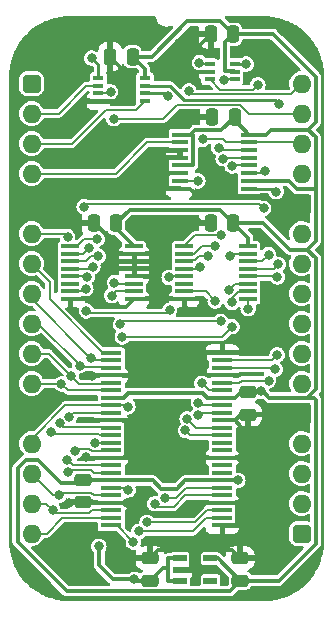
<source format=gtl>
%TF.GenerationSoftware,KiCad,Pcbnew,7.0.5*%
%TF.CreationDate,2024-03-06T17:16:23+02:00*%
%TF.ProjectId,Pixel Doubler,50697865-6c20-4446-9f75-626c65722e6b,V0*%
%TF.SameCoordinates,PX54c81a0PY37b6b20*%
%TF.FileFunction,Copper,L1,Top*%
%TF.FilePolarity,Positive*%
%FSLAX46Y46*%
G04 Gerber Fmt 4.6, Leading zero omitted, Abs format (unit mm)*
G04 Created by KiCad (PCBNEW 7.0.5) date 2024-03-06 17:16:23*
%MOMM*%
%LPD*%
G01*
G04 APERTURE LIST*
G04 Aperture macros list*
%AMRoundRect*
0 Rectangle with rounded corners*
0 $1 Rounding radius*
0 $2 $3 $4 $5 $6 $7 $8 $9 X,Y pos of 4 corners*
0 Add a 4 corners polygon primitive as box body*
4,1,4,$2,$3,$4,$5,$6,$7,$8,$9,$2,$3,0*
0 Add four circle primitives for the rounded corners*
1,1,$1+$1,$2,$3*
1,1,$1+$1,$4,$5*
1,1,$1+$1,$6,$7*
1,1,$1+$1,$8,$9*
0 Add four rect primitives between the rounded corners*
20,1,$1+$1,$2,$3,$4,$5,0*
20,1,$1+$1,$4,$5,$6,$7,0*
20,1,$1+$1,$6,$7,$8,$9,0*
20,1,$1+$1,$8,$9,$2,$3,0*%
G04 Aperture macros list end*
%TA.AperFunction,SMDPad,CuDef*%
%ADD10RoundRect,0.250000X0.475000X-0.250000X0.475000X0.250000X-0.475000X0.250000X-0.475000X-0.250000X0*%
%TD*%
%TA.AperFunction,ComponentPad*%
%ADD11RoundRect,0.400000X-0.400000X-0.400000X0.400000X-0.400000X0.400000X0.400000X-0.400000X0.400000X0*%
%TD*%
%TA.AperFunction,ComponentPad*%
%ADD12O,1.600000X1.600000*%
%TD*%
%TA.AperFunction,ComponentPad*%
%ADD13R,1.600000X1.600000*%
%TD*%
%TA.AperFunction,SMDPad,CuDef*%
%ADD14RoundRect,0.250000X0.250000X0.475000X-0.250000X0.475000X-0.250000X-0.475000X0.250000X-0.475000X0*%
%TD*%
%TA.AperFunction,SMDPad,CuDef*%
%ADD15R,0.950000X0.450000*%
%TD*%
%TA.AperFunction,SMDPad,CuDef*%
%ADD16R,1.450000X0.450000*%
%TD*%
%TA.AperFunction,SMDPad,CuDef*%
%ADD17R,1.525000X0.430000*%
%TD*%
%TA.AperFunction,SMDPad,CuDef*%
%ADD18RoundRect,0.250000X-0.475000X0.250000X-0.475000X-0.250000X0.475000X-0.250000X0.475000X0.250000X0*%
%TD*%
%TA.AperFunction,SMDPad,CuDef*%
%ADD19R,1.150000X0.600000*%
%TD*%
%TA.AperFunction,SMDPad,CuDef*%
%ADD20R,1.800000X0.430000*%
%TD*%
%TA.AperFunction,SMDPad,CuDef*%
%ADD21R,0.875000X0.450000*%
%TD*%
%TA.AperFunction,ViaPad*%
%ADD22C,0.800000*%
%TD*%
%TA.AperFunction,Conductor*%
%ADD23C,0.380000*%
%TD*%
%TA.AperFunction,Conductor*%
%ADD24C,0.200000*%
%TD*%
%TA.AperFunction,Conductor*%
%ADD25C,0.250000*%
%TD*%
G04 APERTURE END LIST*
D10*
%TO.P,C9,1*%
%TO.N,/3.3V*%
X17653000Y-42082000D03*
%TO.P,C9,2*%
%TO.N,/GND*%
X17653000Y-40182000D03*
%TD*%
D11*
%TO.P,J1,1,Pin_1*%
%TO.N,/5V*%
X0Y0D03*
D12*
%TO.P,J1,2,Pin_2*%
%TO.N,/~{Reset}*%
X0Y-2540000D03*
%TO.P,J1,3,Pin_3*%
%TO.N,/Enable Pattern*%
X0Y-5080000D03*
%TO.P,J1,4,Pin_4*%
%TO.N,/CLK*%
X0Y-7620000D03*
D13*
%TO.P,J1,5,Pin_5*%
%TO.N,/GND*%
X0Y-10160000D03*
D12*
%TO.P,J1,6,Pin_6*%
%TO.N,/Write Pattern Low*%
X0Y-12700000D03*
%TO.P,J1,7,Pin_7*%
%TO.N,/Write Pattern High*%
X0Y-15240000D03*
%TO.P,J1,8,Pin_8*%
%TO.N,/D7*%
X0Y-17780000D03*
%TO.P,J1,9,Pin_9*%
%TO.N,/D6*%
X0Y-20320000D03*
%TO.P,J1,10,Pin_10*%
%TO.N,/D5*%
X0Y-22860000D03*
%TO.P,J1,11,Pin_11*%
%TO.N,/D4*%
X0Y-25400000D03*
D13*
%TO.P,J1,12,Pin_12*%
%TO.N,/GND*%
X0Y-27940000D03*
D12*
%TO.P,J1,13,Pin_13*%
%TO.N,/D3*%
X0Y-30480000D03*
%TO.P,J1,14,Pin_14*%
%TO.N,/D2*%
X0Y-33020000D03*
%TO.P,J1,15,Pin_15*%
%TO.N,/D1*%
X0Y-35560000D03*
%TO.P,J1,16,Pin_16*%
%TO.N,/D0*%
X0Y-38100000D03*
D11*
%TO.P,J1,17,Pin_17*%
%TO.N,/5V*%
X22860000Y-38100000D03*
D12*
%TO.P,J1,18,Pin_18*%
%TO.N,unconnected-(J1-Pin_18-Pad18)*%
X22860000Y-35560000D03*
%TO.P,J1,19,Pin_19*%
%TO.N,unconnected-(J1-Pin_19-Pad19)*%
X22860000Y-33020000D03*
%TO.P,J1,20,Pin_20*%
%TO.N,unconnected-(J1-Pin_20-Pad20)*%
X22860000Y-30480000D03*
D13*
%TO.P,J1,21,Pin_21*%
%TO.N,/GND*%
X22860000Y-27940000D03*
D12*
%TO.P,J1,22,Pin_22*%
%TO.N,unconnected-(J1-Pin_22-Pad22)*%
X22860000Y-25400000D03*
%TO.P,J1,23,Pin_23*%
%TO.N,unconnected-(J1-Pin_23-Pad23)*%
X22860000Y-22860000D03*
%TO.P,J1,24,Pin_24*%
%TO.N,unconnected-(J1-Pin_24-Pad24)*%
X22860000Y-20320000D03*
%TO.P,J1,25,Pin_25*%
%TO.N,unconnected-(J1-Pin_25-Pad25)*%
X22860000Y-17780000D03*
%TO.P,J1,26,Pin_26*%
%TO.N,unconnected-(J1-Pin_26-Pad26)*%
X22860000Y-15240000D03*
%TO.P,J1,27,Pin_27*%
%TO.N,unconnected-(J1-Pin_27-Pad27)*%
X22860000Y-12700000D03*
D13*
%TO.P,J1,28,Pin_28*%
%TO.N,/GND*%
X22860000Y-10160000D03*
D12*
%TO.P,J1,29,Pin_29*%
%TO.N,unconnected-(J1-Pin_29-Pad29)*%
X22860000Y-7620000D03*
%TO.P,J1,30,Pin_30*%
%TO.N,/TC*%
X22860000Y-5080000D03*
%TO.P,J1,31,Pin_31*%
%TO.N,/Selected Pattern*%
X22860000Y-2540000D03*
%TO.P,J1,32,Pin_32*%
%TO.N,/CEP*%
X22860000Y0D03*
%TD*%
D14*
%TO.P,C3,1*%
%TO.N,/3.3V*%
X8554000Y2286000D03*
%TO.P,C3,2*%
%TO.N,/GND*%
X6654000Y2286000D03*
%TD*%
%TO.P,C4,1*%
%TO.N,/3.3V*%
X17088400Y-11785600D03*
%TO.P,C4,2*%
%TO.N,/GND*%
X15188400Y-11785600D03*
%TD*%
%TO.P,C6,1*%
%TO.N,/3.3V*%
X17190000Y-2794000D03*
%TO.P,C6,2*%
%TO.N,/GND*%
X15290000Y-2794000D03*
%TD*%
%TO.P,C5,1*%
%TO.N,/3.3V*%
X7157000Y-11811000D03*
%TO.P,C5,2*%
%TO.N,/GND*%
X5257000Y-11811000D03*
%TD*%
D15*
%TO.P,IC3,1,1A*%
%TO.N,/~{TC}*%
X5645000Y467000D03*
%TO.P,IC3,2,1B*%
%TO.N,/~{Reset}*%
X5645000Y-183000D03*
%TO.P,IC3,3,2Y*%
%TO.N,/Selected Pattern*%
X5645000Y-833000D03*
%TO.P,IC3,4,GND*%
%TO.N,/GND*%
X5645000Y-1483000D03*
%TO.P,IC3,5,2A*%
%TO.N,/Enable Pattern*%
X9595000Y-1483000D03*
%TO.P,IC3,6,2B*%
%TO.N,/Y*%
X9595000Y-833000D03*
%TO.P,IC3,7,1Y*%
%TO.N,/~{PE}*%
X9595000Y-183000D03*
%TO.P,IC3,8,3V*%
%TO.N,/3.3V*%
X9595000Y467000D03*
%TD*%
D16*
%TO.P,IC6,1,~{MR}*%
%TO.N,/3.3V*%
X12569000Y-4329000D03*
%TO.P,IC6,2,CP*%
%TO.N,/CLK*%
X12569000Y-4979000D03*
%TO.P,IC6,3,D0*%
%TO.N,/GND*%
X12569000Y-5629000D03*
%TO.P,IC6,4,D1*%
X12569000Y-6279000D03*
%TO.P,IC6,5,D2*%
%TO.N,/3.3V*%
X12569000Y-6929000D03*
%TO.P,IC6,6,D3*%
%TO.N,/GND*%
X12569000Y-7579000D03*
%TO.P,IC6,7,CEP*%
%TO.N,/CEP*%
X12569000Y-8229000D03*
%TO.P,IC6,8,GND*%
%TO.N,/GND*%
X12569000Y-8879000D03*
%TO.P,IC6,9,~{PE}*%
%TO.N,/~{PE}*%
X18419000Y-8879000D03*
%TO.P,IC6,10,CET*%
%TO.N,/3.3V*%
X18419000Y-8229000D03*
%TO.P,IC6,11,Q3*%
%TO.N,/Q3*%
X18419000Y-7579000D03*
%TO.P,IC6,12,Q2*%
%TO.N,/Q2*%
X18419000Y-6929000D03*
%TO.P,IC6,13,Q1*%
%TO.N,/Q1*%
X18419000Y-6279000D03*
%TO.P,IC6,14,Q0*%
%TO.N,/Q0*%
X18419000Y-5629000D03*
%TO.P,IC6,15,TC*%
%TO.N,/TC*%
X18419000Y-4979000D03*
%TO.P,IC6,16,3V*%
%TO.N,/3.3V*%
X18419000Y-4329000D03*
%TD*%
D17*
%TO.P,IC1,1,I3*%
%TO.N,/RPS8*%
X3257000Y-13780000D03*
%TO.P,IC1,2,I2*%
%TO.N,/RPS9*%
X3257000Y-14414000D03*
%TO.P,IC1,3,I1*%
%TO.N,/RPS10*%
X3257000Y-15050000D03*
%TO.P,IC1,4,I0*%
%TO.N,/RPS11*%
X3257000Y-15684000D03*
%TO.P,IC1,5,Y*%
%TO.N,/Y*%
X3257000Y-16320000D03*
%TO.P,IC1,6,NC*%
%TO.N,unconnected-(IC1-NC-Pad6)*%
X3257000Y-16954000D03*
%TO.P,IC1,7,~{OE}*%
%TO.N,/Q3*%
X3257000Y-17590000D03*
%TO.P,IC1,8,GND*%
%TO.N,/GND*%
X3257000Y-18224000D03*
%TO.P,IC1,9,S2*%
X8681000Y-18224000D03*
%TO.P,IC1,10,S1*%
%TO.N,/Q1*%
X8681000Y-17590000D03*
%TO.P,IC1,11,S0*%
%TO.N,/Q0*%
X8681000Y-16954000D03*
%TO.P,IC1,12,I7*%
%TO.N,/GND*%
X8681000Y-16320000D03*
%TO.P,IC1,13,I6*%
X8681000Y-15684000D03*
%TO.P,IC1,14,I5*%
X8681000Y-15050000D03*
%TO.P,IC1,15,I4*%
X8681000Y-14414000D03*
%TO.P,IC1,16,3V*%
%TO.N,/3.3V*%
X8681000Y-13780000D03*
%TD*%
D18*
%TO.P,C1,1*%
%TO.N,/3.3V*%
X4318000Y-33528000D03*
%TO.P,C1,2*%
%TO.N,/GND*%
X4318000Y-35428000D03*
%TD*%
D10*
%TO.P,C8,1*%
%TO.N,/5V*%
X10033000Y-42082000D03*
%TO.P,C8,2*%
%TO.N,/GND*%
X10033000Y-40182000D03*
%TD*%
D19*
%TO.P,IC7,1,VIN*%
%TO.N,/5V*%
X12543000Y-40198000D03*
%TO.P,IC7,2,GND*%
%TO.N,/GND*%
X12543000Y-41148000D03*
%TO.P,IC7,3,EN*%
%TO.N,/5V*%
X12543000Y-42098000D03*
%TO.P,IC7,4,ADJ*%
%TO.N,unconnected-(IC7-ADJ-Pad4)*%
X15143000Y-42098000D03*
%TO.P,IC7,5,VOUT*%
%TO.N,/3.3V*%
X15143000Y-40198000D03*
%TD*%
D14*
%TO.P,C2,1*%
%TO.N,/3.3V*%
X17063000Y4191000D03*
%TO.P,C2,2*%
%TO.N,/GND*%
X15163000Y4191000D03*
%TD*%
D18*
%TO.P,C7,1*%
%TO.N,/3.3V*%
X18288000Y-26117000D03*
%TO.P,C7,2*%
%TO.N,/GND*%
X18288000Y-28017000D03*
%TD*%
D17*
%TO.P,IC5,1,I3*%
%TO.N,/RPS4*%
X12909000Y-13780000D03*
%TO.P,IC5,2,I2*%
%TO.N,/RPS5*%
X12909000Y-14414000D03*
%TO.P,IC5,3,I1*%
%TO.N,/RPS6*%
X12909000Y-15050000D03*
%TO.P,IC5,4,I0*%
%TO.N,/RPS7*%
X12909000Y-15684000D03*
%TO.P,IC5,5,Y*%
%TO.N,/Y*%
X12909000Y-16320000D03*
%TO.P,IC5,6,NC*%
%TO.N,unconnected-(IC5-NC-Pad6)*%
X12909000Y-16954000D03*
%TO.P,IC5,7,~{OE}*%
%TO.N,/~{Q3}*%
X12909000Y-17590000D03*
%TO.P,IC5,8,GND*%
%TO.N,/GND*%
X12909000Y-18224000D03*
%TO.P,IC5,9,S2*%
%TO.N,/Q2*%
X18333000Y-18224000D03*
%TO.P,IC5,10,S1*%
%TO.N,/Q1*%
X18333000Y-17590000D03*
%TO.P,IC5,11,S0*%
%TO.N,/Q0*%
X18333000Y-16954000D03*
%TO.P,IC5,12,I7*%
%TO.N,/RPS0*%
X18333000Y-16320000D03*
%TO.P,IC5,13,I6*%
%TO.N,/RPS1*%
X18333000Y-15684000D03*
%TO.P,IC5,14,I5*%
%TO.N,/RPS2*%
X18333000Y-15050000D03*
%TO.P,IC5,15,I4*%
%TO.N,/RPS3*%
X18333000Y-14414000D03*
%TO.P,IC5,16,3V*%
%TO.N,/3.3V*%
X18333000Y-13780000D03*
%TD*%
D20*
%TO.P,IC2,1,1~{OE}*%
%TO.N,/GND*%
X16130000Y-37401000D03*
%TO.P,IC2,2,1Q0*%
%TO.N,/RPS11*%
X16130000Y-36767000D03*
%TO.P,IC2,3,1Q1*%
%TO.N,/RPS10*%
X16130000Y-36131000D03*
%TO.P,IC2,4,GND*%
%TO.N,/GND*%
X16130000Y-35497000D03*
%TO.P,IC2,5,1Q2*%
%TO.N,/RPS9*%
X16130000Y-34861000D03*
%TO.P,IC2,6,1Q3*%
%TO.N,/RPS8*%
X16130000Y-34227000D03*
%TO.P,IC2,7,3V*%
%TO.N,/3.3V*%
X16130000Y-33591000D03*
%TO.P,IC2,8,1Q4*%
%TO.N,unconnected-(IC2-1Q4-Pad8)*%
X16130000Y-32957000D03*
%TO.P,IC2,9,1Q5*%
%TO.N,unconnected-(IC2-1Q5-Pad9)*%
X16130000Y-32321000D03*
%TO.P,IC2,10,GND*%
%TO.N,/GND*%
X16130000Y-31687000D03*
%TO.P,IC2,11,1Q6*%
%TO.N,unconnected-(IC2-1Q6-Pad11)*%
X16130000Y-31051000D03*
%TO.P,IC2,12,1Q7*%
%TO.N,unconnected-(IC2-1Q7-Pad12)*%
X16130000Y-30417000D03*
%TO.P,IC2,13,2Q0*%
%TO.N,/RPS7*%
X16130000Y-29781000D03*
%TO.P,IC2,14,2Q1*%
%TO.N,/RPS6*%
X16130000Y-29147000D03*
%TO.P,IC2,15,GND*%
%TO.N,/GND*%
X16130000Y-28511000D03*
%TO.P,IC2,16,2Q2*%
%TO.N,/RPS5*%
X16130000Y-27877000D03*
%TO.P,IC2,17,2Q3*%
%TO.N,/RPS4*%
X16130000Y-27241000D03*
%TO.P,IC2,18,3V*%
%TO.N,/3.3V*%
X16130000Y-26607000D03*
%TO.P,IC2,19,2Q4*%
%TO.N,/RPS3*%
X16130000Y-25971000D03*
%TO.P,IC2,20,2Q5*%
%TO.N,/RPS2*%
X16130000Y-25337000D03*
%TO.P,IC2,21,GND*%
%TO.N,/GND*%
X16130000Y-24701000D03*
%TO.P,IC2,22,2Q6*%
%TO.N,/RPS1*%
X16130000Y-24067000D03*
%TO.P,IC2,23,2Q7*%
%TO.N,/RPS0*%
X16130000Y-23431000D03*
%TO.P,IC2,24,2~{OE}*%
%TO.N,/GND*%
X16130000Y-22797000D03*
%TO.P,IC2,25,2LE*%
%TO.N,/Write Pattern High*%
X6730000Y-22797000D03*
%TO.P,IC2,26,2D7*%
%TO.N,/D7*%
X6730000Y-23431000D03*
%TO.P,IC2,27,2D6*%
%TO.N,/D6*%
X6730000Y-24067000D03*
%TO.P,IC2,28,GND*%
%TO.N,/GND*%
X6730000Y-24701000D03*
%TO.P,IC2,29,2D5*%
%TO.N,/D5*%
X6730000Y-25337000D03*
%TO.P,IC2,30,2D4*%
%TO.N,/D4*%
X6730000Y-25971000D03*
%TO.P,IC2,31,3V*%
%TO.N,/3.3V*%
X6730000Y-26607000D03*
%TO.P,IC2,32,2D3*%
%TO.N,/D3*%
X6730000Y-27241000D03*
%TO.P,IC2,33,2D2*%
%TO.N,/D2*%
X6730000Y-27877000D03*
%TO.P,IC2,34,GND*%
%TO.N,/GND*%
X6730000Y-28511000D03*
%TO.P,IC2,35,2D1*%
%TO.N,/D1*%
X6730000Y-29147000D03*
%TO.P,IC2,36,2D0*%
%TO.N,/D0*%
X6730000Y-29781000D03*
%TO.P,IC2,37,1D7*%
%TO.N,/D7*%
X6730000Y-30417000D03*
%TO.P,IC2,38,1D6*%
%TO.N,/D6*%
X6730000Y-31051000D03*
%TO.P,IC2,39,GND*%
%TO.N,/GND*%
X6730000Y-31687000D03*
%TO.P,IC2,40,1D5*%
%TO.N,/D5*%
X6730000Y-32321000D03*
%TO.P,IC2,41,1D4*%
%TO.N,/D4*%
X6730000Y-32957000D03*
%TO.P,IC2,42,3V*%
%TO.N,/3.3V*%
X6730000Y-33591000D03*
%TO.P,IC2,43,1D3*%
%TO.N,/D3*%
X6730000Y-34227000D03*
%TO.P,IC2,44,1D2*%
%TO.N,/D2*%
X6730000Y-34861000D03*
%TO.P,IC2,45,GND*%
%TO.N,/GND*%
X6730000Y-35497000D03*
%TO.P,IC2,46,1D1*%
%TO.N,/D1*%
X6730000Y-36131000D03*
%TO.P,IC2,47,1D0*%
%TO.N,/D0*%
X6730000Y-36767000D03*
%TO.P,IC2,48,1LE*%
%TO.N,/Write Pattern Low*%
X6730000Y-37401000D03*
%TD*%
D21*
%TO.P,IC4,1,1A*%
%TO.N,/TC*%
X15067000Y1666000D03*
%TO.P,IC4,2,GND*%
%TO.N,/GND*%
X15067000Y1016000D03*
%TO.P,IC4,3,2A*%
%TO.N,/Q3*%
X15067000Y366000D03*
%TO.P,IC4,4,2Y*%
%TO.N,/~{Q3}*%
X17191000Y366000D03*
%TO.P,IC4,5,3V*%
%TO.N,/3.3V*%
X17191000Y1016000D03*
%TO.P,IC4,6,1Y*%
%TO.N,/~{TC}*%
X17191000Y1666000D03*
%TD*%
D22*
%TO.N,/5V*%
X5689600Y-39166800D03*
X8686800Y-41960800D03*
%TO.N,/GND*%
X4566516Y-31627978D03*
X14020800Y-9448800D03*
X10843191Y-17650391D03*
X11022331Y-11734800D03*
X17729200Y-29514800D03*
X11176000Y1770992D03*
X21767615Y-42341615D03*
X18491200Y-21996400D03*
X10617200Y-7518400D03*
X7239000Y-40005000D03*
X8104466Y-35465997D03*
X508000Y-41859200D03*
X21640800Y-22098000D03*
X14020800Y-11734800D03*
X20183390Y1851449D03*
X5080000Y-24720402D03*
X12471215Y3479985D03*
X3175000Y-35483800D03*
X10413998Y-4165600D03*
%TO.N,/3.3V*%
X19456400Y-26060400D03*
X17457859Y-33592074D03*
%TO.N,/Selected Pattern*%
X6943360Y-2968000D03*
X6690189Y-693000D03*
%TO.N,/Y*%
X11514247Y-1058753D03*
X11684000Y-19177000D03*
X11633200Y-16408400D03*
X4635502Y-19240502D03*
X4695051Y-16367943D03*
%TO.N,/CEP*%
X14071600Y-8229600D03*
X13309602Y-619000D03*
%TO.N,/TC*%
X14474000Y-4715036D03*
X14208483Y1771000D03*
%TO.N,/RPS8*%
X11284401Y-35087934D03*
X5553835Y-13148065D03*
%TO.N,/RPS9*%
X10409131Y-35571573D03*
X4859099Y-13939638D03*
%TO.N,/RPS10*%
X9772464Y-37151573D03*
X5658606Y-14615570D03*
%TO.N,/RPS11*%
X5188968Y-15498432D03*
X9072464Y-37917448D03*
%TO.N,/Q0*%
X15845869Y-5415036D03*
X16720088Y-17439486D03*
X7518400Y-20370800D03*
X7007600Y-16845976D03*
X16002000Y-20127994D03*
%TO.N,/Q1*%
X16215863Y-6344073D03*
X7673810Y-21440610D03*
X16967200Y-18513990D03*
X16967200Y-20574000D03*
X6790718Y-17948535D03*
%TO.N,/Q2*%
X18338800Y-19050000D03*
X16989357Y-6977881D03*
%TO.N,/Q3*%
X4590718Y-17365885D03*
X4445000Y-10414000D03*
X19647084Y-10553516D03*
X19765330Y-7439000D03*
X19151600Y-101600D03*
%TO.N,/RPS0*%
X20816800Y-16392606D03*
X20785000Y-22961264D03*
%TO.N,/RPS1*%
X20624800Y-24180800D03*
X20878800Y-15290800D03*
%TO.N,/RPS2*%
X20065141Y-14470653D03*
X20066000Y-25146000D03*
%TO.N,/RPS3*%
X16826000Y-14577483D03*
X14413620Y-25368994D03*
%TO.N,/RPS4*%
X14123813Y-27019348D03*
X16052800Y-12852400D03*
%TO.N,/RPS5*%
X15504304Y-13751054D03*
X14112707Y-28029757D03*
%TO.N,/RPS6*%
X14921000Y-14598297D03*
X13173746Y-28373788D03*
%TO.N,/RPS7*%
X14245520Y-15491643D03*
X13024492Y-29365026D03*
%TO.N,/Write Pattern Low*%
X3047994Y-12954000D03*
X8605088Y-38801509D03*
%TO.N,/D0*%
X1635413Y-29467011D03*
%TO.N,/D1*%
X2366062Y-28774863D03*
X1800000Y-36118800D03*
%TO.N,/D2*%
X2304688Y-34853393D03*
X3193224Y-28212225D03*
%TO.N,/D3*%
X8173750Y-34381000D03*
X8143968Y-27342623D03*
%TO.N,/D4*%
X2527080Y-25430147D03*
X3048000Y-32893000D03*
%TO.N,/D5*%
X3370207Y-24765000D03*
X3020752Y-31875802D03*
%TO.N,/D6*%
X4070223Y-23870814D03*
X3672608Y-31117456D03*
%TO.N,/D7*%
X5031164Y-23238000D03*
X5367213Y-30443848D03*
%TO.N,/~{TC}*%
X18161000Y1651000D03*
X5080000Y2159000D03*
%TO.N,/~{PE}*%
X20700998Y-9144000D03*
X20936537Y-1683715D03*
%TO.N,/~{Q3}*%
X15544800Y-18389600D03*
X16315712Y269839D03*
%TD*%
D23*
%TO.N,/GND*%
X9000042Y-36361573D02*
X8104466Y-35465997D01*
X13930427Y-36361573D02*
X9000042Y-36361573D01*
X14795000Y-35497000D02*
X13930427Y-36361573D01*
X16130000Y-35497000D02*
X14795000Y-35497000D01*
D24*
%TO.N,/RPS8*%
X12214030Y-35087934D02*
X11284401Y-35087934D01*
X13074964Y-34227000D02*
X12214030Y-35087934D01*
%TO.N,/RPS9*%
X12053650Y-35814000D02*
X10651558Y-35814000D01*
X16130000Y-34861000D02*
X13006650Y-34861000D01*
X10651558Y-35814000D02*
X10409131Y-35571573D01*
%TO.N,/RPS8*%
X16130000Y-34227000D02*
X13074964Y-34227000D01*
%TO.N,/RPS9*%
X13006650Y-34861000D02*
X12053650Y-35814000D01*
D23*
%TO.N,/GND*%
X6730000Y-31687000D02*
X16130000Y-31687000D01*
X12471215Y3479985D02*
X11176000Y2184770D01*
X11176000Y2184770D02*
X11176000Y1770992D01*
%TO.N,/3.3V*%
X10160000Y2286000D02*
X8554000Y2286000D01*
X13180000Y5306000D02*
X10160000Y2286000D01*
X15948000Y5306000D02*
X13180000Y5306000D01*
X17063000Y4191000D02*
X15948000Y5306000D01*
%TO.N,/GND*%
X13182230Y4191000D02*
X12471215Y3479985D01*
X15163000Y4191000D02*
X13182230Y4191000D01*
%TO.N,/5V*%
X8686800Y-41960800D02*
X6908800Y-41960800D01*
X12543000Y-40198000D02*
X11588000Y-40198000D01*
X11588000Y-42098000D02*
X12543000Y-42098000D01*
X10033000Y-42082000D02*
X8808000Y-42082000D01*
X11578000Y-41021000D02*
X11094000Y-41021000D01*
X6908800Y-41960800D02*
X5740400Y-40792400D01*
X11094000Y-41021000D02*
X10033000Y-42082000D01*
X11578000Y-41021000D02*
X11578000Y-42088000D01*
X5740400Y-39217600D02*
X5689600Y-39166800D01*
X11578000Y-40208000D02*
X11578000Y-41021000D01*
X11588000Y-40198000D02*
X11578000Y-40208000D01*
X8808000Y-42082000D02*
X8686800Y-41960800D01*
X5740400Y-40792400D02*
X5740400Y-39217600D01*
X11578000Y-42088000D02*
X11588000Y-42098000D01*
%TO.N,/GND*%
X5563599Y-18897600D02*
X4889999Y-18224000D01*
X15188400Y-11785600D02*
X14071600Y-11785600D01*
X12569000Y-8879000D02*
X11489000Y-8879000D01*
X12909000Y-18700200D02*
X13512800Y-19304000D01*
X18046200Y-22797000D02*
X18491200Y-22352000D01*
X3230800Y-35428000D02*
X3175000Y-35483800D01*
X11454000Y-6289000D02*
X11454000Y-7589000D01*
X14645383Y-24511000D02*
X8655000Y-24511000D01*
X18288000Y-34619000D02*
X17410000Y-35497000D01*
X12569000Y-6279000D02*
X11464000Y-6279000D01*
X6096000Y-17017999D02*
X6096000Y-15875000D01*
X6730000Y-35497000D02*
X8073463Y-35497000D01*
X12543000Y-41148000D02*
X13498000Y-41148000D01*
X16130000Y-24701000D02*
X15210717Y-24701000D01*
X15163000Y4191000D02*
X13335000Y2363000D01*
X10269582Y-18224000D02*
X10843191Y-17650391D01*
X13451000Y-8879000D02*
X14020800Y-9448800D01*
X2946400Y-8890000D02*
X1676400Y-10160000D01*
X10922000Y-4165600D02*
X10413998Y-4165600D01*
X12293600Y-2794000D02*
X10922000Y-4165600D01*
X17410000Y-35497000D02*
X16130000Y-35497000D01*
X14066000Y-9494000D02*
X14020800Y-9448800D01*
X17729200Y-31367800D02*
X17729200Y-29514800D01*
X6096000Y-15875000D02*
X6985000Y-14986000D01*
X11464000Y-7579000D02*
X12569000Y-7579000D01*
X17729200Y-29031200D02*
X17729200Y-29514800D01*
X12909000Y-18224000D02*
X11416800Y-18224000D01*
X10033000Y-40182000D02*
X7416000Y-40182000D01*
X18491200Y-20828000D02*
X18491200Y-21996400D01*
X16130000Y-31687000D02*
X17410000Y-31687000D01*
X14850000Y-22797000D02*
X16130000Y-22797000D01*
X11022331Y-13215169D02*
X9823500Y-14414000D01*
X1676400Y-10160000D02*
X0Y-10160000D01*
X8465000Y-24701000D02*
X6730000Y-24701000D01*
X7493000Y1447000D02*
X6654000Y2286000D01*
X11416800Y-18224000D02*
X10843191Y-17650391D01*
X13508000Y-39670000D02*
X13346000Y-39508000D01*
X12569000Y-8879000D02*
X13451000Y-8879000D01*
X17420000Y-37224000D02*
X17243000Y-37401000D01*
X3257000Y-18224000D02*
X4889999Y-18224000D01*
X17209000Y-28511000D02*
X17703000Y-28017000D01*
X9245600Y-8890000D02*
X2946400Y-8890000D01*
X11489000Y-8879000D02*
X11454000Y-8844000D01*
X8681000Y-18224000D02*
X8007400Y-18897600D01*
X11454000Y-8844000D02*
X11454000Y-7589000D01*
X10617200Y-7518400D02*
X9245600Y-8890000D01*
X12569000Y-6279000D02*
X12569000Y-5629000D01*
X7493000Y-1397000D02*
X7493000Y1447000D01*
X7989000Y-28511000D02*
X8020000Y-28542000D01*
X17653000Y-40182000D02*
X16979000Y-39508000D01*
X18288000Y-32565000D02*
X18288000Y-34619000D01*
X17410000Y-31687000D02*
X18288000Y-32565000D01*
X17410000Y-35497000D02*
X17420000Y-35507000D01*
X18491200Y-21996400D02*
X21539200Y-21996400D01*
X11022331Y-11734800D02*
X11022331Y-13215169D01*
X4318000Y-35428000D02*
X3230800Y-35428000D01*
X7407000Y-1483000D02*
X7493000Y-1397000D01*
X9823500Y-14414000D02*
X8681000Y-14414000D01*
X17243000Y-37401000D02*
X16130000Y-37401000D01*
X21539200Y-21996400D02*
X21640800Y-22098000D01*
X15210717Y-24701000D02*
X14835383Y-24701000D01*
X14020800Y-11734800D02*
X11022331Y-11734800D01*
X8007400Y-18897600D02*
X5563599Y-18897600D01*
X6730000Y-35497000D02*
X4387000Y-35497000D01*
X13335000Y2363000D02*
X13335000Y1270000D01*
X17420000Y-35507000D02*
X17420000Y-37224000D01*
X13512800Y-19304000D02*
X16967200Y-19304000D01*
X7772400Y-31687000D02*
X6730000Y-31687000D01*
X12909000Y-18224000D02*
X12909000Y-18700200D01*
X8073463Y-35497000D02*
X8104466Y-35465997D01*
X6730000Y-24701000D02*
X5099402Y-24701000D01*
X11464000Y-6279000D02*
X11454000Y-6289000D01*
X19704800Y-9494000D02*
X14066000Y-9494000D01*
X14645383Y-23001617D02*
X14850000Y-22797000D01*
X22860000Y-10160000D02*
X20370800Y-10160000D01*
X13498000Y-41148000D02*
X13508000Y-41138000D01*
X5099402Y-24701000D02*
X5080000Y-24720402D01*
X8681000Y-15050000D02*
X8681000Y-14414000D01*
X10677800Y-7579000D02*
X12569000Y-7579000D01*
X8681000Y-16320000D02*
X8681000Y-15684000D01*
X13335000Y1270000D02*
X13624000Y981000D01*
X4625538Y-31687000D02*
X4566516Y-31627978D01*
X8020000Y-28542000D02*
X8020000Y-31439400D01*
X8681000Y-18224000D02*
X10269582Y-18224000D01*
X16130000Y-22797000D02*
X18046200Y-22797000D01*
X14071600Y-11785600D02*
X14020800Y-11734800D01*
X15210717Y-24701000D02*
X15210717Y-24691771D01*
X17703000Y-28017000D02*
X18288000Y-28017000D01*
X6730000Y-28511000D02*
X7989000Y-28511000D01*
X13346000Y-39508000D02*
X10707000Y-39508000D01*
X18491200Y-22352000D02*
X18491200Y-21996400D01*
X7416000Y-40182000D02*
X7239000Y-40005000D01*
X16130000Y-28511000D02*
X17209000Y-28511000D01*
X5645000Y-1483000D02*
X7407000Y-1483000D01*
X8681000Y-15684000D02*
X8681000Y-15050000D01*
X13508000Y-41138000D02*
X13508000Y-39670000D01*
X8655000Y-24511000D02*
X8465000Y-24701000D01*
X8020000Y-31439400D02*
X7772400Y-31687000D01*
X6985000Y-14986000D02*
X6985000Y-13462000D01*
X16967200Y-19304000D02*
X18491200Y-20828000D01*
X10617200Y-7518400D02*
X10677800Y-7579000D01*
X11454000Y-7589000D02*
X11464000Y-7579000D01*
X6985000Y-13462000D02*
X5334000Y-11811000D01*
X15290000Y-2794000D02*
X12293600Y-2794000D01*
X13624000Y981000D02*
X15032000Y981000D01*
X17209000Y-28511000D02*
X17729200Y-29031200D01*
X14835383Y-24701000D02*
X14645383Y-24511000D01*
X13670000Y-39508000D02*
X13508000Y-39670000D01*
X14645383Y-24511000D02*
X14645383Y-23001617D01*
X4889999Y-18224000D02*
X6096000Y-17017999D01*
X16979000Y-39508000D02*
X13670000Y-39508000D01*
X10707000Y-39508000D02*
X10033000Y-40182000D01*
X6730000Y-31687000D02*
X4625538Y-31687000D01*
X17410000Y-31687000D02*
X17729200Y-31367800D01*
X20370800Y-10160000D02*
X19704800Y-9494000D01*
%TO.N,/3.3V*%
X15973400Y-10670600D02*
X8297400Y-10670600D01*
X9595000Y467000D02*
X9595000Y1245000D01*
X13018000Y-33591000D02*
X16130000Y-33591000D01*
X10947771Y-34290000D02*
X12319000Y-34290000D01*
X19608800Y-26060400D02*
X19456400Y-26060400D01*
X12319000Y-34290000D02*
X13018000Y-33591000D01*
X13451000Y-4329000D02*
X12569000Y-4329000D01*
X21873200Y-14050000D02*
X23338800Y-14050000D01*
X23192915Y-26590000D02*
X20138400Y-26590000D01*
X13649000Y-6929000D02*
X13149000Y-6929000D01*
X23397200Y-3890000D02*
X24050000Y-3237200D01*
X18419000Y-4329000D02*
X19851800Y-4329000D01*
X8297400Y-10670600D02*
X7157000Y-11811000D01*
X17190000Y-3100000D02*
X18419000Y-4329000D01*
X17063000Y4191000D02*
X16363500Y3491500D01*
X17088400Y-11785600D02*
X18333000Y-13030200D01*
X24050000Y-4542800D02*
X24050000Y-8940800D01*
X12569000Y-4329000D02*
X13674000Y-4329000D01*
X16658780Y1044000D02*
X17163000Y1044000D01*
X14850000Y-26607000D02*
X14472347Y-26229347D01*
X8166044Y-26229347D02*
X7788391Y-26607000D01*
X17088400Y-11785600D02*
X15973400Y-10670600D01*
X15143000Y-40198000D02*
X15769000Y-40198000D01*
X18419000Y-8229000D02*
X21786085Y-8229000D01*
X20910000Y-42082000D02*
X17653000Y-42082000D01*
X19851800Y-4329000D02*
X20290800Y-3890000D01*
X14472347Y-26229347D02*
X8166044Y-26229347D01*
X10248771Y-33591000D02*
X10947771Y-34290000D01*
X22497885Y-8940800D02*
X24050000Y-8940800D01*
X17088400Y-11785600D02*
X19608800Y-11785600D01*
X13871000Y-3909000D02*
X13451000Y-4329000D01*
X17233400Y-26607000D02*
X16130000Y-26607000D01*
X17723400Y-26117000D02*
X17233400Y-26607000D01*
X24050000Y-3237200D02*
X24050000Y588000D01*
X24050000Y-38942000D02*
X20910000Y-42082000D01*
X-1190000Y-32527085D02*
X-1190000Y-38789600D01*
X20447000Y4191000D02*
X17063000Y4191000D01*
X16130000Y-33591000D02*
X17456785Y-33591000D01*
X17190000Y-2794000D02*
X16075000Y-3909000D01*
X20138400Y-26590000D02*
X19608800Y-26060400D01*
X24050000Y-8940800D02*
X24050000Y-13338800D01*
X23352915Y-26590000D02*
X23192915Y-26590000D01*
X24050000Y-14747085D02*
X24050000Y-25892915D01*
X18333000Y-13030200D02*
X18333000Y-13780000D01*
X21786085Y-8229000D02*
X22497885Y-8940800D01*
X23890000Y-26590000D02*
X24050000Y-26750000D01*
X16130000Y-26607000D02*
X14850000Y-26607000D01*
X18344600Y-26060400D02*
X19456400Y-26060400D01*
X23192915Y-26590000D02*
X23890000Y-26590000D01*
X-492915Y-31830000D02*
X-1190000Y-32527085D01*
X515611Y-31830000D02*
X-492915Y-31830000D01*
X6730000Y-33591000D02*
X10248771Y-33591000D01*
X20290800Y-3890000D02*
X23397200Y-3890000D01*
X19608800Y-11785600D02*
X21873200Y-14050000D01*
X13684000Y-4339000D02*
X13684000Y-6894000D01*
X24050000Y-26750000D02*
X24050000Y-38942000D01*
X24050000Y-13338800D02*
X23338800Y-14050000D01*
X9595000Y1245000D02*
X8554000Y2286000D01*
X2467611Y-33782000D02*
X515611Y-31830000D01*
X16075000Y-3909000D02*
X13871000Y-3909000D01*
X4064000Y-33782000D02*
X2467611Y-33782000D01*
X2992400Y-42972000D02*
X16763000Y-42972000D01*
X4381000Y-33591000D02*
X6730000Y-33591000D01*
X16763000Y-42972000D02*
X17653000Y-42082000D01*
X23352915Y-14050000D02*
X24050000Y-14747085D01*
X16363500Y3491500D02*
X16363500Y1059839D01*
X13674000Y-4329000D02*
X13684000Y-4339000D01*
X24050000Y-25892915D02*
X23352915Y-26590000D01*
X15769000Y-40198000D02*
X17653000Y-42082000D01*
X-1190000Y-38789600D02*
X2992400Y-42972000D01*
X18288000Y-26117000D02*
X17723400Y-26117000D01*
X24050000Y588000D02*
X20447000Y4191000D01*
X16363500Y1059839D02*
X16642941Y1059839D01*
X7157000Y-12256000D02*
X8681000Y-13780000D01*
X23338800Y-14050000D02*
X23352915Y-14050000D01*
X17456785Y-33591000D02*
X17457859Y-33592074D01*
X7788391Y-26607000D02*
X6730000Y-26607000D01*
X23397200Y-3890000D02*
X24050000Y-4542800D01*
X13684000Y-6894000D02*
X13649000Y-6929000D01*
X16642941Y1059839D02*
X16658780Y1044000D01*
D24*
%TO.N,/Selected Pattern*%
X17667817Y-1769000D02*
X12328000Y-1769000D01*
X22860000Y-2540000D02*
X18438817Y-2540000D01*
X5645000Y-833000D02*
X6550189Y-833000D01*
X12328000Y-1769000D02*
X11129000Y-2968000D01*
X18438817Y-2540000D02*
X17667817Y-1769000D01*
X11129000Y-2968000D02*
X6943360Y-2968000D01*
X6550189Y-833000D02*
X6690189Y-693000D01*
%TO.N,/Enable Pattern*%
X0Y-5080000D02*
X3455050Y-5080000D01*
X3455050Y-5080000D02*
X6267050Y-2268000D01*
X8810000Y-2268000D02*
X9595000Y-1483000D01*
X6267050Y-2268000D02*
X8810000Y-2268000D01*
%TO.N,/Y*%
X11721600Y-16320000D02*
X11633200Y-16408400D01*
X11455400Y-19405600D02*
X4800600Y-19405600D01*
X12909000Y-16320000D02*
X11721600Y-16320000D01*
X4800600Y-19405600D02*
X4635502Y-19240502D01*
X3257000Y-16320000D02*
X4647108Y-16320000D01*
D25*
X11288494Y-833000D02*
X11514247Y-1058753D01*
X9595000Y-833000D02*
X11288494Y-833000D01*
D24*
X11684000Y-19177000D02*
X11455400Y-19405600D01*
X4647108Y-16320000D02*
X4695051Y-16367943D01*
%TO.N,/CEP*%
X12569000Y-8229000D02*
X14071000Y-8229000D01*
X21952000Y-908000D02*
X13598602Y-908000D01*
X13598602Y-908000D02*
X13309602Y-619000D01*
X14071000Y-8229000D02*
X14071600Y-8229600D01*
X22860000Y0D02*
X21952000Y-908000D01*
%TO.N,/CLK*%
X9753000Y-4979000D02*
X7112000Y-7620000D01*
X7112000Y-7620000D02*
X0Y-7620000D01*
X12569000Y-4979000D02*
X9753000Y-4979000D01*
%TO.N,/TC*%
X15067000Y1666000D02*
X14313483Y1666000D01*
X16165740Y-4715036D02*
X14474000Y-4715036D01*
X18419000Y-4979000D02*
X22759000Y-4979000D01*
X16429704Y-4979000D02*
X16165740Y-4715036D01*
X18419000Y-4979000D02*
X16429704Y-4979000D01*
X14313483Y1666000D02*
X14208483Y1771000D01*
%TO.N,/RPS8*%
X4436435Y-13148065D02*
X5553835Y-13148065D01*
X3804500Y-13780000D02*
X4436435Y-13148065D01*
%TO.N,/RPS9*%
X3257000Y-14414000D02*
X4384737Y-14414000D01*
X4384737Y-14414000D02*
X4859099Y-13939638D01*
%TO.N,/RPS10*%
X4606650Y-15050000D02*
X5041080Y-14615570D01*
X14853964Y-36131000D02*
X13833391Y-37151573D01*
X16130000Y-36131000D02*
X14853964Y-36131000D01*
X3257000Y-15050000D02*
X4606650Y-15050000D01*
X13833391Y-37151573D02*
X9772464Y-37151573D01*
X5041080Y-14615570D02*
X5658606Y-14615570D01*
%TO.N,/RPS11*%
X16130000Y-36767000D02*
X14783650Y-36767000D01*
X13633202Y-37917448D02*
X9072464Y-37917448D01*
X14783650Y-36767000D02*
X13633202Y-37917448D01*
X3273057Y-15667943D02*
X5019457Y-15667943D01*
X5019457Y-15667943D02*
X5188968Y-15498432D01*
%TO.N,/~{Reset}*%
X2286000Y-2540000D02*
X4643000Y-183000D01*
X4643000Y-183000D02*
X5645000Y-183000D01*
X0Y-2540000D02*
X2286000Y-2540000D01*
%TO.N,/Q0*%
X7761206Y-20127994D02*
X7518400Y-20370800D01*
X7115624Y-16954000D02*
X7007600Y-16845976D01*
X16059833Y-5629000D02*
X15845869Y-5415036D01*
X16002000Y-20127994D02*
X7761206Y-20127994D01*
X18333000Y-16954000D02*
X17205574Y-16954000D01*
X8681000Y-16954000D02*
X7115624Y-16954000D01*
X17205574Y-16954000D02*
X16720088Y-17439486D01*
X18419000Y-5629000D02*
X16059833Y-5629000D01*
%TO.N,/Q1*%
X17559507Y-17590000D02*
X16967200Y-18182307D01*
X16967200Y-20574000D02*
X16100590Y-21440610D01*
X16967200Y-18182307D02*
X16967200Y-18513990D01*
X16300336Y-6259600D02*
X16215863Y-6344073D01*
X7149253Y-17590000D02*
X6790718Y-17948535D01*
X18333000Y-17590000D02*
X17559507Y-17590000D01*
X8681000Y-17590000D02*
X7149253Y-17590000D01*
X18399600Y-6259600D02*
X16300336Y-6259600D01*
X16100590Y-21440610D02*
X7673810Y-21440610D01*
%TO.N,/Q2*%
X18419000Y-6929000D02*
X17038238Y-6929000D01*
X18333000Y-19044200D02*
X18338800Y-19050000D01*
X17038238Y-6929000D02*
X16989357Y-6977881D01*
X18333000Y-18224000D02*
X18333000Y-19044200D01*
%TO.N,/Q3*%
X4678400Y-10180600D02*
X19274168Y-10180600D01*
X18745200Y-508000D02*
X19151600Y-101600D01*
X15951200Y-508000D02*
X18745200Y-508000D01*
X3257000Y-17590000D02*
X4366603Y-17590000D01*
X4366603Y-17590000D02*
X4590718Y-17365885D01*
X19625330Y-7579000D02*
X19765330Y-7439000D01*
X18419000Y-7579000D02*
X19625330Y-7579000D01*
X4445000Y-10414000D02*
X4678400Y-10180600D01*
X15077200Y366000D02*
X15951200Y-508000D01*
X19274168Y-10180600D02*
X19647084Y-10553516D01*
%TO.N,/RPS0*%
X18333000Y-16320000D02*
X20744194Y-16320000D01*
X20744194Y-16320000D02*
X20816800Y-16392606D01*
X16130000Y-23431000D02*
X20315264Y-23431000D01*
X20315264Y-23431000D02*
X20785000Y-22961264D01*
%TO.N,/RPS1*%
X20511000Y-24067000D02*
X16130000Y-24067000D01*
X18333000Y-15684000D02*
X20485600Y-15684000D01*
X20624800Y-24180800D02*
X20511000Y-24067000D01*
X20485600Y-15684000D02*
X20878800Y-15290800D01*
%TO.N,/RPS2*%
X18333000Y-15050000D02*
X19485794Y-15050000D01*
X19485794Y-15050000D02*
X20065141Y-14470653D01*
X16130000Y-25337000D02*
X17589000Y-25337000D01*
X17589000Y-25337000D02*
X17780000Y-25146000D01*
X17780000Y-25146000D02*
X20066000Y-25146000D01*
%TO.N,/RPS3*%
X16130000Y-25971000D02*
X15015626Y-25971000D01*
X16989483Y-14414000D02*
X16826000Y-14577483D01*
X15015626Y-25971000D02*
X14413620Y-25368994D01*
X18333000Y-14414000D02*
X16989483Y-14414000D01*
%TO.N,/RPS4*%
X13836600Y-12852400D02*
X16052800Y-12852400D01*
X14345465Y-27241000D02*
X14123813Y-27019348D01*
X16130000Y-27241000D02*
X14345465Y-27241000D01*
X12909000Y-13780000D02*
X13836600Y-12852400D01*
%TO.N,/RPS5*%
X14437360Y-13751054D02*
X15504304Y-13751054D01*
X14265464Y-27877000D02*
X14112707Y-28029757D01*
X13774414Y-14414000D02*
X14437360Y-13751054D01*
X16130000Y-27877000D02*
X14265464Y-27877000D01*
X12909000Y-14414000D02*
X13774414Y-14414000D01*
%TO.N,/RPS6*%
X13946958Y-29147000D02*
X13173746Y-28373788D01*
X13030000Y-14929000D02*
X13825100Y-14929000D01*
X16130000Y-29147000D02*
X13946958Y-29147000D01*
X13825100Y-14929000D02*
X14155803Y-14598297D01*
X12909000Y-15050000D02*
X13030000Y-14929000D01*
X14155803Y-14598297D02*
X14921000Y-14598297D01*
%TO.N,/RPS7*%
X12909000Y-15684000D02*
X14053163Y-15684000D01*
X13440466Y-29781000D02*
X13024492Y-29365026D01*
X14053163Y-15684000D02*
X14245520Y-15491643D01*
X16130000Y-29781000D02*
X13440466Y-29781000D01*
%TO.N,/Write Pattern Low*%
X0Y-12700000D02*
X2793994Y-12700000D01*
X2793994Y-12700000D02*
X3047994Y-12954000D01*
X7204579Y-37401000D02*
X8605088Y-38801509D01*
%TO.N,/D0*%
X6730000Y-29781000D02*
X5759461Y-29781000D01*
X1270000Y-38100000D02*
X2603000Y-36767000D01*
X5603461Y-29625000D02*
X1793402Y-29625000D01*
X6730000Y-36767000D02*
X2603000Y-36767000D01*
X5759461Y-29781000D02*
X5603461Y-29625000D01*
X1793402Y-29625000D02*
X1635413Y-29467011D01*
X0Y-38100000D02*
X1270000Y-38100000D01*
%TO.N,/D1*%
X1241200Y-35560000D02*
X1800000Y-36118800D01*
X2041199Y-36359999D02*
X1800000Y-36118800D01*
X2697225Y-29106026D02*
X2366062Y-28774863D01*
X0Y-35560000D02*
X1241200Y-35560000D01*
X6730000Y-36131000D02*
X5117817Y-36131000D01*
X6689026Y-29106026D02*
X2697225Y-29106026D01*
X4888818Y-36359999D02*
X2041199Y-36359999D01*
X5117817Y-36131000D02*
X4888818Y-36359999D01*
%TO.N,/D2*%
X3528449Y-27877000D02*
X3193224Y-28212225D01*
X5020817Y-34628000D02*
X2530081Y-34628000D01*
X2530081Y-34628000D02*
X2304688Y-34853393D01*
X6730000Y-27877000D02*
X3528449Y-27877000D01*
X1833393Y-34853393D02*
X2304688Y-34853393D01*
X0Y-33020000D02*
X1833393Y-34853393D01*
X5253817Y-34861000D02*
X5020817Y-34628000D01*
X6730000Y-34861000D02*
X5253817Y-34861000D01*
%TO.N,/D3*%
X6730000Y-27241000D02*
X8042345Y-27241000D01*
X8019750Y-34227000D02*
X8173750Y-34381000D01*
X2858000Y-27241000D02*
X0Y-30099000D01*
X6730000Y-27241000D02*
X2858000Y-27241000D01*
X8042345Y-27241000D02*
X8143968Y-27342623D01*
X6730000Y-34227000D02*
X8019750Y-34227000D01*
%TO.N,/D4*%
X3213000Y-32728000D02*
X3048000Y-32893000D01*
X5249817Y-32957000D02*
X5020817Y-32728000D01*
X0Y-25400000D02*
X2496933Y-25400000D01*
X3067933Y-25971000D02*
X2527080Y-25430147D01*
X6730000Y-32957000D02*
X5249817Y-32957000D01*
X2496933Y-25400000D02*
X2527080Y-25430147D01*
X6730000Y-25971000D02*
X3067933Y-25971000D01*
X5020817Y-32728000D02*
X3213000Y-32728000D01*
%TO.N,/D5*%
X3472950Y-32328000D02*
X3020752Y-31875802D01*
X4047912Y-25442705D02*
X3370207Y-24765000D01*
X1465207Y-22860000D02*
X3370207Y-24765000D01*
X6624295Y-25442705D02*
X4047912Y-25442705D01*
X6723000Y-32328000D02*
X3472950Y-32328000D01*
X0Y-22860000D02*
X1465207Y-22860000D01*
%TO.N,/D6*%
X6683402Y-24020402D02*
X4219811Y-24020402D01*
X5072315Y-31143848D02*
X4856455Y-30927988D01*
X6637152Y-31143848D02*
X5072315Y-31143848D01*
X4219811Y-24020402D02*
X4070223Y-23870814D01*
X4070223Y-23819231D02*
X4070223Y-23870814D01*
X4856455Y-30927988D02*
X3862076Y-30927988D01*
X570992Y-20320000D02*
X4070223Y-23819231D01*
X3862076Y-30927988D02*
X3672608Y-31117456D01*
%TO.N,/D7*%
X4978845Y-23238000D02*
X5031164Y-23238000D01*
X5224164Y-23431000D02*
X5031164Y-23238000D01*
X0Y-18259155D02*
X4978845Y-23238000D01*
X6730000Y-23431000D02*
X5224164Y-23431000D01*
X6730000Y-30417000D02*
X5394061Y-30417000D01*
X5394061Y-30417000D02*
X5367213Y-30443848D01*
%TO.N,/Write Pattern High*%
X0Y-15240000D02*
X1524000Y-16764000D01*
X1524000Y-18276000D02*
X6045000Y-22797000D01*
X1524000Y-16764000D02*
X1524000Y-18276000D01*
D25*
%TO.N,/~{TC}*%
X18146000Y1666000D02*
X18161000Y1651000D01*
X5645000Y467000D02*
X5645000Y1594000D01*
X5645000Y1594000D02*
X5080000Y2159000D01*
X17191000Y1666000D02*
X18146000Y1666000D01*
%TO.N,/~{PE}*%
X12917095Y-1344000D02*
X20596822Y-1344000D01*
X18419000Y-8879000D02*
X20435998Y-8879000D01*
X20596822Y-1344000D02*
X20936537Y-1683715D01*
X9595000Y-183000D02*
X11756095Y-183000D01*
X20435998Y-8879000D02*
X20700998Y-9144000D01*
X11756095Y-183000D02*
X12917095Y-1344000D01*
D24*
%TO.N,/~{Q3}*%
X17191000Y366000D02*
X16411873Y366000D01*
X12909000Y-17590000D02*
X14745200Y-17590000D01*
X16411873Y366000D02*
X16315712Y269839D01*
X14745200Y-17590000D02*
X15544800Y-18389600D01*
%TD*%
%TA.AperFunction,Conductor*%
%TO.N,/GND*%
G36*
X2660955Y-43263516D02*
G01*
X2665591Y-43268704D01*
X2681409Y-43288538D01*
X2689399Y-43298557D01*
X2736521Y-43330684D01*
X2738370Y-43331996D01*
X2741564Y-43334353D01*
X2784241Y-43365851D01*
X2791616Y-43369748D01*
X2799113Y-43373359D01*
X2799115Y-43373360D01*
X2853595Y-43390164D01*
X2855737Y-43390869D01*
X2909581Y-43409711D01*
X2909583Y-43409711D01*
X2917740Y-43411254D01*
X2926002Y-43412500D01*
X2926005Y-43412500D01*
X2982985Y-43412500D01*
X2985267Y-43412542D01*
X3042277Y-43414675D01*
X3042277Y-43414674D01*
X3042278Y-43414675D01*
X3051512Y-43413635D01*
X3051608Y-43414489D01*
X3066721Y-43412500D01*
X16734772Y-43412500D01*
X16741712Y-43412889D01*
X16771651Y-43416263D01*
X16779656Y-43417165D01*
X16779656Y-43417164D01*
X16779657Y-43417165D01*
X16835704Y-43406559D01*
X16837971Y-43406175D01*
X16894306Y-43397685D01*
X16902277Y-43395226D01*
X16910127Y-43392479D01*
X16910127Y-43392478D01*
X16910131Y-43392478D01*
X16960529Y-43365840D01*
X16962575Y-43364808D01*
X17013946Y-43340070D01*
X17013948Y-43340067D01*
X17020804Y-43335393D01*
X17027532Y-43330429D01*
X17054782Y-43303178D01*
X17067837Y-43290122D01*
X17069460Y-43288558D01*
X17111287Y-43249750D01*
X17111289Y-43249746D01*
X17117082Y-43242482D01*
X17117758Y-43243021D01*
X17127031Y-43230928D01*
X17489142Y-42868817D01*
X17550465Y-42835333D01*
X17576823Y-42832499D01*
X18175871Y-42832499D01*
X18175872Y-42832499D01*
X18235483Y-42826091D01*
X18370331Y-42775796D01*
X18485546Y-42689546D01*
X18571796Y-42574331D01*
X18571796Y-42574329D01*
X18573399Y-42572189D01*
X18629333Y-42530318D01*
X18672666Y-42522500D01*
X20881772Y-42522500D01*
X20888712Y-42522889D01*
X20918651Y-42526263D01*
X20926656Y-42527165D01*
X20926656Y-42527164D01*
X20926657Y-42527165D01*
X20982704Y-42516559D01*
X20984971Y-42516175D01*
X21041306Y-42507685D01*
X21049277Y-42505226D01*
X21057127Y-42502479D01*
X21057127Y-42502478D01*
X21057131Y-42502478D01*
X21107529Y-42475840D01*
X21109575Y-42474808D01*
X21110134Y-42474539D01*
X21160946Y-42450070D01*
X21160948Y-42450067D01*
X21167804Y-42445393D01*
X21174532Y-42440429D01*
X21182300Y-42432661D01*
X21209000Y-42405960D01*
X21209000Y-43575941D01*
X21172458Y-43587463D01*
X20961985Y-43650124D01*
X20957712Y-43651232D01*
X20755316Y-43696103D01*
X20540439Y-43741157D01*
X20535806Y-43741947D01*
X20330746Y-43768943D01*
X20112676Y-43796126D01*
X20107710Y-43796543D01*
X19902266Y-43805513D01*
X19692125Y-43814205D01*
X19686280Y-43814447D01*
X19683720Y-43814500D01*
X3176280Y-43814500D01*
X3173719Y-43814447D01*
X3167264Y-43814180D01*
X2957732Y-43805513D01*
X2752288Y-43796543D01*
X2747322Y-43796126D01*
X2529252Y-43768943D01*
X2324192Y-43741947D01*
X2319559Y-43741157D01*
X2104682Y-43696103D01*
X1902286Y-43651232D01*
X1898013Y-43650124D01*
X1687540Y-43587463D01*
X1651000Y-43575942D01*
X1651000Y-42253561D01*
X2660955Y-43263516D01*
G37*
%TD.AperFunction*%
%TA.AperFunction,Conductor*%
G36*
X13448045Y-26689532D02*
G01*
X13493800Y-26742336D01*
X13503744Y-26811494D01*
X13496948Y-26837819D01*
X13487575Y-26862530D01*
X13468535Y-27019347D01*
X13468535Y-27019348D01*
X13487575Y-27176166D01*
X13543593Y-27323871D01*
X13543594Y-27323872D01*
X13628119Y-27446329D01*
X13650002Y-27512684D01*
X13632536Y-27580335D01*
X13626268Y-27588904D01*
X13626485Y-27589054D01*
X13541581Y-27712058D01*
X13487298Y-27756048D01*
X13417849Y-27763708D01*
X13409857Y-27762015D01*
X13252732Y-27723288D01*
X13252731Y-27723288D01*
X13094761Y-27723288D01*
X13094760Y-27723288D01*
X12941380Y-27761091D01*
X12801508Y-27834503D01*
X12683262Y-27939259D01*
X12593527Y-28069263D01*
X12593526Y-28069264D01*
X12537508Y-28216969D01*
X12518468Y-28373787D01*
X12518468Y-28373788D01*
X12537508Y-28530606D01*
X12593525Y-28678310D01*
X12593526Y-28678311D01*
X12595727Y-28681500D01*
X12616554Y-28711673D01*
X12638437Y-28778028D01*
X12620972Y-28845679D01*
X12596732Y-28874928D01*
X12534008Y-28930496D01*
X12444273Y-29060501D01*
X12444272Y-29060502D01*
X12388254Y-29208207D01*
X12369214Y-29365025D01*
X12369214Y-29365026D01*
X12388254Y-29521844D01*
X12444271Y-29669549D01*
X12444272Y-29669549D01*
X12534009Y-29799556D01*
X12652252Y-29904309D01*
X12652254Y-29904310D01*
X12792126Y-29977722D01*
X12945506Y-30015526D01*
X12945507Y-30015526D01*
X13103478Y-30015526D01*
X13110923Y-30014622D01*
X13111329Y-30017967D01*
X13165951Y-30020247D01*
X13208637Y-30046793D01*
X13209253Y-30046067D01*
X13213155Y-30049373D01*
X13221102Y-30055046D01*
X13229880Y-30061313D01*
X13231887Y-30062809D01*
X13271340Y-30093517D01*
X13271342Y-30093517D01*
X13277823Y-30097025D01*
X13284399Y-30100240D01*
X13332288Y-30114497D01*
X13334708Y-30115272D01*
X13381978Y-30131500D01*
X13381980Y-30131500D01*
X13389217Y-30132707D01*
X13396512Y-30133617D01*
X13446416Y-30131552D01*
X13448977Y-30131500D01*
X14855500Y-30131500D01*
X14922539Y-30151185D01*
X14968294Y-30203989D01*
X14979500Y-30255500D01*
X14979500Y-30656678D01*
X14990068Y-30709808D01*
X14990069Y-30758189D01*
X14979500Y-30811326D01*
X14979500Y-30972873D01*
X14959815Y-31039912D01*
X14929812Y-31072139D01*
X14872814Y-31114807D01*
X14872808Y-31114814D01*
X14786649Y-31229906D01*
X14786645Y-31229913D01*
X14736403Y-31364620D01*
X14736401Y-31364627D01*
X14730002Y-31424143D01*
X14730000Y-31424172D01*
X14730000Y-31472000D01*
X15049797Y-31472000D01*
X15116836Y-31491685D01*
X15118688Y-31492898D01*
X15132260Y-31501966D01*
X15205321Y-31516499D01*
X15205324Y-31516500D01*
X15205326Y-31516500D01*
X17054676Y-31516500D01*
X17054677Y-31516499D01*
X17127740Y-31501966D01*
X17139062Y-31494401D01*
X17141312Y-31492898D01*
X17207989Y-31472020D01*
X17210203Y-31472000D01*
X17530000Y-31472000D01*
X17530000Y-31424172D01*
X17529998Y-31424143D01*
X17523598Y-31364627D01*
X17523596Y-31364620D01*
X17473354Y-31229913D01*
X17473350Y-31229906D01*
X17387190Y-31114812D01*
X17330187Y-31072139D01*
X17288317Y-31016205D01*
X17280499Y-30972877D01*
X17280500Y-30811326D01*
X17269931Y-30758192D01*
X17269931Y-30709808D01*
X17280500Y-30656676D01*
X17280500Y-30177326D01*
X17275300Y-30151185D01*
X17269730Y-30123187D01*
X17269730Y-30074812D01*
X17280500Y-30020674D01*
X17280500Y-29541326D01*
X17280500Y-29541323D01*
X17269931Y-29488192D01*
X17269931Y-29439808D01*
X17275815Y-29410227D01*
X17280500Y-29386674D01*
X17280500Y-29225122D01*
X17300183Y-29158086D01*
X17330190Y-29125857D01*
X17387188Y-29083190D01*
X17433957Y-29020715D01*
X17489891Y-28978844D01*
X17559583Y-28973860D01*
X17572228Y-28977320D01*
X17660302Y-29006505D01*
X17660309Y-29006506D01*
X17763019Y-29016999D01*
X18037999Y-29016999D01*
X18038000Y-29016998D01*
X18038000Y-28267000D01*
X18538000Y-28267000D01*
X18538000Y-29016999D01*
X18812972Y-29016999D01*
X18812986Y-29016998D01*
X18915697Y-29006505D01*
X19082119Y-28951358D01*
X19082124Y-28951356D01*
X19231345Y-28859315D01*
X19355315Y-28735345D01*
X19447356Y-28586124D01*
X19447358Y-28586119D01*
X19502505Y-28419697D01*
X19502506Y-28419690D01*
X19512999Y-28316986D01*
X19513000Y-28316973D01*
X19513000Y-28267000D01*
X18538000Y-28267000D01*
X18038000Y-28267000D01*
X18038000Y-27891000D01*
X18057685Y-27823961D01*
X18110489Y-27778206D01*
X18162000Y-27767000D01*
X19512999Y-27767000D01*
X19512999Y-27717028D01*
X19512998Y-27717013D01*
X19502505Y-27614302D01*
X19447358Y-27447880D01*
X19447356Y-27447875D01*
X19355315Y-27298654D01*
X19231345Y-27174684D01*
X19082124Y-27082643D01*
X19082119Y-27082641D01*
X18989859Y-27052069D01*
X18932414Y-27012296D01*
X18905591Y-26947780D01*
X18917906Y-26879004D01*
X18965449Y-26827804D01*
X18985533Y-26818180D01*
X19003460Y-26811494D01*
X19005331Y-26810796D01*
X19120546Y-26724546D01*
X19120547Y-26724544D01*
X19120549Y-26724543D01*
X19126818Y-26718275D01*
X19127913Y-26719370D01*
X19175892Y-26683447D01*
X19245583Y-26678455D01*
X19248861Y-26679215D01*
X19377415Y-26710900D01*
X19535387Y-26710900D01*
X19535387Y-26710899D01*
X19542027Y-26709262D01*
X19548471Y-26707675D01*
X19618274Y-26710743D01*
X19665829Y-26740390D01*
X19806955Y-26881516D01*
X19811591Y-26886704D01*
X19824204Y-26902519D01*
X19835399Y-26916557D01*
X19882521Y-26948684D01*
X19884370Y-26949996D01*
X19898716Y-26960584D01*
X19930241Y-26983851D01*
X19937616Y-26987748D01*
X19945113Y-26991359D01*
X19945115Y-26991360D01*
X19999595Y-27008164D01*
X20001737Y-27008869D01*
X20055581Y-27027711D01*
X20055583Y-27027711D01*
X20063740Y-27029254D01*
X20072002Y-27030500D01*
X20072005Y-27030500D01*
X20128985Y-27030500D01*
X20131267Y-27030542D01*
X20188278Y-27032675D01*
X20197512Y-27031635D01*
X20197608Y-27032489D01*
X20212722Y-27030500D01*
X21209000Y-27030500D01*
X21208999Y-41160039D01*
X20763858Y-41605181D01*
X20702535Y-41638666D01*
X20676177Y-41641500D01*
X18672666Y-41641500D01*
X18605627Y-41621815D01*
X18573399Y-41591811D01*
X18571796Y-41589670D01*
X18571796Y-41589669D01*
X18485546Y-41474454D01*
X18440294Y-41440578D01*
X18370335Y-41388206D01*
X18370329Y-41388203D01*
X18350529Y-41380818D01*
X18294596Y-41338946D01*
X18270179Y-41273482D01*
X18285031Y-41205209D01*
X18334437Y-41155804D01*
X18354860Y-41146930D01*
X18447117Y-41116359D01*
X18447124Y-41116356D01*
X18596345Y-41024315D01*
X18720315Y-40900345D01*
X18812356Y-40751124D01*
X18812358Y-40751119D01*
X18867505Y-40584697D01*
X18867506Y-40584690D01*
X18877999Y-40481986D01*
X18878000Y-40481973D01*
X18878000Y-40432000D01*
X17527000Y-40432000D01*
X17459961Y-40412315D01*
X17414206Y-40359511D01*
X17403000Y-40308000D01*
X17403000Y-39182000D01*
X17903000Y-39182000D01*
X17903000Y-39932000D01*
X18877999Y-39932000D01*
X18877999Y-39882028D01*
X18877998Y-39882013D01*
X18867505Y-39779302D01*
X18812358Y-39612880D01*
X18812356Y-39612875D01*
X18720315Y-39463654D01*
X18596345Y-39339684D01*
X18447124Y-39247643D01*
X18447119Y-39247641D01*
X18280697Y-39192494D01*
X18280690Y-39192493D01*
X18177986Y-39182000D01*
X17903000Y-39182000D01*
X17403000Y-39182000D01*
X17128029Y-39182000D01*
X17128012Y-39182001D01*
X17025302Y-39192494D01*
X16858880Y-39247641D01*
X16858875Y-39247643D01*
X16709654Y-39339684D01*
X16585684Y-39463654D01*
X16493643Y-39612875D01*
X16493641Y-39612880D01*
X16438494Y-39779302D01*
X16438493Y-39779309D01*
X16428000Y-39882013D01*
X16428000Y-39934677D01*
X16408315Y-40001716D01*
X16355511Y-40047471D01*
X16286353Y-40057415D01*
X16222797Y-40028390D01*
X16216319Y-40022358D01*
X16100443Y-39906482D01*
X16095806Y-39901294D01*
X16078045Y-39879022D01*
X16072001Y-39871443D01*
X16072000Y-39871442D01*
X16071999Y-39871441D01*
X16024893Y-39839324D01*
X16023003Y-39837983D01*
X15977158Y-39804149D01*
X15977159Y-39804149D01*
X15977157Y-39804148D01*
X15977154Y-39804147D01*
X15973052Y-39801979D01*
X15927892Y-39761238D01*
X15898601Y-39717399D01*
X15815740Y-39662034D01*
X15815739Y-39662033D01*
X15815735Y-39662032D01*
X15742677Y-39647500D01*
X15742674Y-39647500D01*
X14543326Y-39647500D01*
X14543323Y-39647500D01*
X14470264Y-39662032D01*
X14470260Y-39662033D01*
X14387399Y-39717399D01*
X14332033Y-39800260D01*
X14332032Y-39800264D01*
X14317500Y-39873321D01*
X14317500Y-40522678D01*
X14332032Y-40595735D01*
X14332033Y-40595739D01*
X14338831Y-40605913D01*
X14387399Y-40678601D01*
X14424932Y-40703679D01*
X14470260Y-40733966D01*
X14470264Y-40733967D01*
X14543321Y-40748499D01*
X14543324Y-40748500D01*
X14543326Y-40748500D01*
X15645177Y-40748500D01*
X15712216Y-40768185D01*
X15732858Y-40784819D01*
X16641181Y-41693142D01*
X16674666Y-41754465D01*
X16677500Y-41780823D01*
X16677500Y-42383174D01*
X16657815Y-42450213D01*
X16641185Y-42470852D01*
X16616861Y-42495178D01*
X16555539Y-42528665D01*
X16529176Y-42531500D01*
X16092500Y-42531500D01*
X16025461Y-42511815D01*
X15979706Y-42459011D01*
X15968500Y-42407500D01*
X15968500Y-41773323D01*
X15968499Y-41773321D01*
X15953967Y-41700264D01*
X15953966Y-41700260D01*
X15914704Y-41641500D01*
X15898601Y-41617399D01*
X15815740Y-41562034D01*
X15815739Y-41562033D01*
X15815735Y-41562032D01*
X15742677Y-41547500D01*
X15742674Y-41547500D01*
X14543326Y-41547500D01*
X14543323Y-41547500D01*
X14470264Y-41562032D01*
X14470260Y-41562033D01*
X14387399Y-41617399D01*
X14332033Y-41700260D01*
X14332032Y-41700264D01*
X14317500Y-41773321D01*
X14317500Y-42407500D01*
X14297815Y-42474539D01*
X14245011Y-42520294D01*
X14193500Y-42531500D01*
X13492500Y-42531500D01*
X13425461Y-42511815D01*
X13379706Y-42459011D01*
X13368500Y-42407500D01*
X13368500Y-41947125D01*
X13388185Y-41880086D01*
X13418189Y-41847858D01*
X13475189Y-41805187D01*
X13475190Y-41805186D01*
X13561352Y-41690088D01*
X13561354Y-41690086D01*
X13611596Y-41555379D01*
X13611598Y-41555372D01*
X13617999Y-41495844D01*
X13618000Y-41495827D01*
X13618000Y-41398000D01*
X12417000Y-41398000D01*
X12349961Y-41378315D01*
X12304206Y-41325511D01*
X12293000Y-41274000D01*
X12293000Y-41022000D01*
X12312685Y-40954961D01*
X12365489Y-40909206D01*
X12417000Y-40898000D01*
X13618000Y-40898000D01*
X13618000Y-40800172D01*
X13617999Y-40800155D01*
X13611598Y-40740627D01*
X13611596Y-40740620D01*
X13561354Y-40605913D01*
X13561350Y-40605906D01*
X13475191Y-40490814D01*
X13475186Y-40490809D01*
X13418188Y-40448140D01*
X13376317Y-40392206D01*
X13368500Y-40348878D01*
X13368500Y-39873326D01*
X13361786Y-39839571D01*
X13353967Y-39800264D01*
X13353966Y-39800260D01*
X13348760Y-39792468D01*
X13298601Y-39717399D01*
X13215740Y-39662034D01*
X13215739Y-39662033D01*
X13215735Y-39662032D01*
X13142677Y-39647500D01*
X13142674Y-39647500D01*
X11943326Y-39647500D01*
X11943323Y-39647500D01*
X11870264Y-39662032D01*
X11870260Y-39662033D01*
X11787397Y-39717400D01*
X11783613Y-39721185D01*
X11722288Y-39754667D01*
X11695935Y-39757500D01*
X11616227Y-39757500D01*
X11609288Y-39757110D01*
X11595025Y-39755503D01*
X11571342Y-39752834D01*
X11515347Y-39763430D01*
X11513062Y-39763818D01*
X11456692Y-39772315D01*
X11448758Y-39774762D01*
X11440867Y-39777523D01*
X11405372Y-39796282D01*
X11336903Y-39810202D01*
X11271777Y-39784895D01*
X11230672Y-39728396D01*
X11229728Y-39725654D01*
X11192358Y-39612880D01*
X11192356Y-39612875D01*
X11100315Y-39463654D01*
X10976345Y-39339684D01*
X10827124Y-39247643D01*
X10827119Y-39247641D01*
X10660697Y-39192494D01*
X10660690Y-39192493D01*
X10557986Y-39182000D01*
X10283000Y-39182000D01*
X10283000Y-40308000D01*
X10263315Y-40375039D01*
X10210511Y-40420794D01*
X10159000Y-40432000D01*
X8808001Y-40432000D01*
X8808001Y-40481986D01*
X8818494Y-40584697D01*
X8873641Y-40751119D01*
X8873643Y-40751124D01*
X8965684Y-40900345D01*
X9089654Y-41024315D01*
X9238875Y-41116356D01*
X9238880Y-41116358D01*
X9331140Y-41146930D01*
X9388585Y-41186702D01*
X9415408Y-41251218D01*
X9403093Y-41319994D01*
X9355550Y-41371194D01*
X9335471Y-41380817D01*
X9315674Y-41388201D01*
X9315668Y-41388204D01*
X9237091Y-41447027D01*
X9171626Y-41471444D01*
X9103353Y-41456592D01*
X9080558Y-41440580D01*
X9059040Y-41421517D01*
X9059035Y-41421514D01*
X9059032Y-41421512D01*
X8919165Y-41348103D01*
X8765786Y-41310300D01*
X8765785Y-41310300D01*
X8607815Y-41310300D01*
X8607814Y-41310300D01*
X8454434Y-41348103D01*
X8314562Y-41421515D01*
X8238256Y-41489116D01*
X8175022Y-41518837D01*
X8156029Y-41520300D01*
X7142623Y-41520300D01*
X7075584Y-41500615D01*
X7054942Y-41483981D01*
X6217219Y-40646258D01*
X6183734Y-40584935D01*
X6180900Y-40558577D01*
X6180900Y-39638785D01*
X6200585Y-39571746D01*
X6202832Y-39568370D01*
X6269820Y-39471323D01*
X6325837Y-39323618D01*
X6344878Y-39166800D01*
X6337500Y-39106032D01*
X6325837Y-39009981D01*
X6281139Y-38892123D01*
X6269820Y-38862277D01*
X6180083Y-38732270D01*
X6061840Y-38627517D01*
X6061838Y-38627516D01*
X6061837Y-38627515D01*
X5921965Y-38554103D01*
X5768586Y-38516300D01*
X5768585Y-38516300D01*
X5610615Y-38516300D01*
X5610614Y-38516300D01*
X5457234Y-38554103D01*
X5317362Y-38627515D01*
X5199116Y-38732271D01*
X5109381Y-38862275D01*
X5109380Y-38862276D01*
X5053362Y-39009981D01*
X5034322Y-39166799D01*
X5034322Y-39166800D01*
X5053362Y-39323618D01*
X5109380Y-39471323D01*
X5109381Y-39471324D01*
X5199115Y-39601328D01*
X5199116Y-39601329D01*
X5199117Y-39601330D01*
X5258127Y-39653607D01*
X5295253Y-39712794D01*
X5299900Y-39746422D01*
X5299900Y-40764171D01*
X5299510Y-40771119D01*
X5295234Y-40809056D01*
X5301128Y-40840205D01*
X5305838Y-40865098D01*
X5306221Y-40867352D01*
X5314715Y-40923705D01*
X5317181Y-40931701D01*
X5319921Y-40939530D01*
X5346545Y-40989904D01*
X5347590Y-40991974D01*
X5372330Y-41043348D01*
X5376986Y-41050178D01*
X5381969Y-41056928D01*
X5381971Y-41056932D01*
X5422276Y-41097237D01*
X5423859Y-41098881D01*
X5462650Y-41140687D01*
X5469916Y-41146481D01*
X5469378Y-41147154D01*
X5481472Y-41156433D01*
X6577355Y-42252316D01*
X6581991Y-42257504D01*
X6598751Y-42278520D01*
X6605799Y-42287357D01*
X6616690Y-42294782D01*
X6631745Y-42305047D01*
X6676047Y-42359076D01*
X6684105Y-42428479D01*
X6653362Y-42491222D01*
X6593579Y-42527383D01*
X6561893Y-42531500D01*
X3226223Y-42531500D01*
X3159184Y-42511815D01*
X3138542Y-42495181D01*
X1651000Y-41007639D01*
X1651000Y-38214682D01*
X2711863Y-37153819D01*
X2773186Y-37120334D01*
X2799544Y-37117500D01*
X5455500Y-37117500D01*
X5522539Y-37137185D01*
X5568294Y-37189989D01*
X5579500Y-37241500D01*
X5579500Y-37640678D01*
X5594032Y-37713735D01*
X5594033Y-37713739D01*
X5594034Y-37713740D01*
X5649399Y-37796601D01*
X5719446Y-37843404D01*
X5732260Y-37851966D01*
X5732264Y-37851967D01*
X5805321Y-37866499D01*
X5805324Y-37866500D01*
X5805326Y-37866500D01*
X7123035Y-37866500D01*
X7190074Y-37886185D01*
X7210716Y-37902819D01*
X7924397Y-38616499D01*
X7957882Y-38677822D01*
X7959812Y-38719125D01*
X7949810Y-38801508D01*
X7949810Y-38801509D01*
X7968850Y-38958327D01*
X8001592Y-39044658D01*
X8024868Y-39106032D01*
X8114605Y-39236039D01*
X8232848Y-39340792D01*
X8232850Y-39340793D01*
X8372722Y-39414205D01*
X8526102Y-39452009D01*
X8526103Y-39452009D01*
X8684073Y-39452009D01*
X8731469Y-39440327D01*
X8801270Y-39443396D01*
X8858332Y-39483716D01*
X8884538Y-39548485D01*
X8874800Y-39605653D01*
X8875914Y-39606023D01*
X8818494Y-39779302D01*
X8818493Y-39779309D01*
X8808000Y-39882013D01*
X8808000Y-39932000D01*
X9783000Y-39932000D01*
X9783000Y-39182000D01*
X9508029Y-39182000D01*
X9508012Y-39182001D01*
X9405300Y-39192494D01*
X9363528Y-39206336D01*
X9293699Y-39208737D01*
X9233658Y-39173005D01*
X9202466Y-39110484D01*
X9208582Y-39044661D01*
X9241325Y-38958327D01*
X9260366Y-38801509D01*
X9252290Y-38735000D01*
X9242371Y-38653305D01*
X9253831Y-38584382D01*
X9300735Y-38532596D01*
X9307841Y-38528563D01*
X9444704Y-38456731D01*
X9562947Y-38351978D01*
X9583977Y-38321509D01*
X9638259Y-38277518D01*
X9686028Y-38267948D01*
X13583991Y-38267948D01*
X13609436Y-38270586D01*
X13618517Y-38272491D01*
X13634207Y-38270535D01*
X13651141Y-38268425D01*
X13658817Y-38267948D01*
X13662237Y-38267948D01*
X13662242Y-38267948D01*
X13671505Y-38266402D01*
X13682480Y-38264571D01*
X13685013Y-38264201D01*
X13734595Y-38258021D01*
X13734601Y-38258017D01*
X13741653Y-38255918D01*
X13748579Y-38253540D01*
X13748583Y-38253540D01*
X13777468Y-38237907D01*
X13792531Y-38229756D01*
X13794792Y-38228591D01*
X13839686Y-38206646D01*
X13839689Y-38206642D01*
X13845655Y-38202383D01*
X13851456Y-38197867D01*
X13851460Y-38197866D01*
X13885303Y-38161101D01*
X13887028Y-38159302D01*
X14518320Y-37528011D01*
X14579642Y-37494527D01*
X14649334Y-37499511D01*
X14705267Y-37541383D01*
X14729684Y-37606847D01*
X14730000Y-37615693D01*
X14730000Y-37663844D01*
X14736401Y-37723372D01*
X14736403Y-37723379D01*
X14786645Y-37858086D01*
X14786649Y-37858093D01*
X14872809Y-37973187D01*
X14872812Y-37973190D01*
X14987906Y-38059350D01*
X14987913Y-38059354D01*
X15122620Y-38109596D01*
X15122627Y-38109598D01*
X15182155Y-38115999D01*
X15182172Y-38116000D01*
X15915000Y-38116000D01*
X15915000Y-37616000D01*
X16345000Y-37616000D01*
X16345000Y-38116000D01*
X17077828Y-38116000D01*
X17077844Y-38115999D01*
X17137372Y-38109598D01*
X17137379Y-38109596D01*
X17272086Y-38059354D01*
X17272093Y-38059350D01*
X17387187Y-37973190D01*
X17387190Y-37973187D01*
X17473350Y-37858093D01*
X17473354Y-37858086D01*
X17523596Y-37723379D01*
X17523598Y-37723372D01*
X17529999Y-37663844D01*
X17530000Y-37663827D01*
X17530000Y-37616000D01*
X16345000Y-37616000D01*
X15915000Y-37616000D01*
X15915000Y-37356500D01*
X15934685Y-37289461D01*
X15987489Y-37243706D01*
X16039000Y-37232500D01*
X17054676Y-37232500D01*
X17054677Y-37232499D01*
X17127740Y-37217966D01*
X17144304Y-37206898D01*
X17210982Y-37186020D01*
X17213196Y-37186000D01*
X17530000Y-37186000D01*
X17530000Y-37138172D01*
X17529999Y-37138155D01*
X17523598Y-37078627D01*
X17523596Y-37078620D01*
X17473354Y-36943913D01*
X17473350Y-36943906D01*
X17387190Y-36828812D01*
X17330187Y-36786139D01*
X17288317Y-36730205D01*
X17280499Y-36686877D01*
X17280500Y-36527326D01*
X17269732Y-36473191D01*
X17269732Y-36424806D01*
X17270027Y-36423323D01*
X17280500Y-36370674D01*
X17280500Y-36211122D01*
X17300183Y-36144086D01*
X17330190Y-36111857D01*
X17387188Y-36069190D01*
X17473352Y-35954088D01*
X17473354Y-35954086D01*
X17523596Y-35819379D01*
X17523598Y-35819372D01*
X17529999Y-35759844D01*
X17530000Y-35759827D01*
X17530000Y-35712000D01*
X17213196Y-35712000D01*
X17146157Y-35692315D01*
X17144305Y-35691102D01*
X17127739Y-35680033D01*
X17054677Y-35665500D01*
X17054674Y-35665500D01*
X15205326Y-35665500D01*
X15205323Y-35665500D01*
X15132260Y-35680033D01*
X15115695Y-35691102D01*
X15049018Y-35711980D01*
X15046804Y-35712000D01*
X14730000Y-35712000D01*
X14730000Y-35724055D01*
X14710315Y-35791094D01*
X14660465Y-35835453D01*
X14647478Y-35841802D01*
X14641530Y-35846048D01*
X14635703Y-35850584D01*
X14601877Y-35887329D01*
X14600103Y-35889177D01*
X13724528Y-36764754D01*
X13663205Y-36798239D01*
X13636847Y-36801073D01*
X10386028Y-36801073D01*
X10318989Y-36781388D01*
X10283977Y-36747511D01*
X10262948Y-36717044D01*
X10255560Y-36710499D01*
X10144704Y-36612290D01*
X10144702Y-36612289D01*
X10144701Y-36612288D01*
X10004829Y-36538876D01*
X9851450Y-36501073D01*
X9851449Y-36501073D01*
X9693479Y-36501073D01*
X9693478Y-36501073D01*
X9540098Y-36538876D01*
X9400226Y-36612288D01*
X9281980Y-36717044D01*
X9192245Y-36847048D01*
X9192244Y-36847049D01*
X9136227Y-36994754D01*
X9132370Y-37026517D01*
X9118814Y-37138172D01*
X9116419Y-37157894D01*
X9088797Y-37222072D01*
X9030864Y-37261129D01*
X9000891Y-37265774D01*
X9000924Y-37266044D01*
X8993478Y-37266947D01*
X8840098Y-37304751D01*
X8700226Y-37378163D01*
X8581980Y-37482919D01*
X8492245Y-37612923D01*
X8492244Y-37612924D01*
X8436227Y-37760628D01*
X8426176Y-37843404D01*
X8398554Y-37907582D01*
X8340619Y-37946638D01*
X8270767Y-37948173D01*
X8215399Y-37916138D01*
X8171954Y-37872693D01*
X7916819Y-37617557D01*
X7883334Y-37556234D01*
X7880500Y-37529876D01*
X7880500Y-37161323D01*
X7869931Y-37108192D01*
X7869931Y-37059808D01*
X7880500Y-37006676D01*
X7880500Y-36527323D01*
X7869732Y-36473191D01*
X7869732Y-36424806D01*
X7870027Y-36423323D01*
X7880500Y-36370674D01*
X7880500Y-36211122D01*
X7900183Y-36144086D01*
X7930190Y-36111857D01*
X7987188Y-36069190D01*
X8073352Y-35954088D01*
X8073354Y-35954086D01*
X8123596Y-35819379D01*
X8123598Y-35819372D01*
X8129999Y-35759844D01*
X8130000Y-35759827D01*
X8130000Y-35712000D01*
X7813196Y-35712000D01*
X7746157Y-35692315D01*
X7744305Y-35691102D01*
X7727739Y-35680033D01*
X7654677Y-35665500D01*
X7654674Y-35665500D01*
X5805326Y-35665500D01*
X5805323Y-35665500D01*
X5732260Y-35680033D01*
X5715695Y-35691102D01*
X5649018Y-35711980D01*
X5646804Y-35712000D01*
X5375362Y-35712000D01*
X5308323Y-35692315D01*
X5290559Y-35678000D01*
X3093001Y-35678000D01*
X3093001Y-35727986D01*
X3103494Y-35830697D01*
X3108729Y-35846495D01*
X3111131Y-35916323D01*
X3075399Y-35976365D01*
X3012879Y-36007558D01*
X2991023Y-36009499D01*
X2539849Y-36009499D01*
X2472810Y-35989814D01*
X2427055Y-35937010D01*
X2423907Y-35929470D01*
X2393989Y-35850584D01*
X2380220Y-35814277D01*
X2299333Y-35697092D01*
X2277451Y-35630738D01*
X2294916Y-35563087D01*
X2346184Y-35515617D01*
X2376593Y-35506507D01*
X2376391Y-35505688D01*
X2537053Y-35466089D01*
X2541986Y-35463500D01*
X2676928Y-35392676D01*
X2795171Y-35287923D01*
X2877165Y-35169133D01*
X2931445Y-35125145D01*
X3000894Y-35117485D01*
X3063459Y-35148588D01*
X3066894Y-35151894D01*
X3093000Y-35178000D01*
X5072160Y-35178000D01*
X5107537Y-35183153D01*
X5145678Y-35194508D01*
X5148045Y-35195267D01*
X5180707Y-35206480D01*
X5195325Y-35211499D01*
X5195327Y-35211499D01*
X5195329Y-35211500D01*
X5195331Y-35211500D01*
X5202585Y-35212710D01*
X5209863Y-35213617D01*
X5259779Y-35211552D01*
X5262338Y-35211500D01*
X5461138Y-35211500D01*
X5528177Y-35231185D01*
X5548819Y-35247819D01*
X5583000Y-35282000D01*
X5649797Y-35282000D01*
X5716836Y-35301685D01*
X5718688Y-35302898D01*
X5732260Y-35311966D01*
X5805321Y-35326499D01*
X5805324Y-35326500D01*
X5805326Y-35326500D01*
X7654676Y-35326500D01*
X7654677Y-35326499D01*
X7727740Y-35311966D01*
X7736518Y-35306100D01*
X7741312Y-35302898D01*
X7807989Y-35282020D01*
X7810203Y-35282000D01*
X8130000Y-35282000D01*
X8130000Y-35234172D01*
X8129999Y-35234157D01*
X8122967Y-35168757D01*
X8135371Y-35099997D01*
X8182981Y-35048859D01*
X8246256Y-35031500D01*
X8252735Y-35031500D01*
X8406115Y-34993696D01*
X8472458Y-34958876D01*
X8545990Y-34920283D01*
X8664233Y-34815530D01*
X8753970Y-34685523D01*
X8809987Y-34537818D01*
X8829028Y-34381000D01*
X8827345Y-34367143D01*
X8823509Y-34335545D01*
X8809987Y-34224182D01*
X8809986Y-34224179D01*
X8809986Y-34224178D01*
X8800616Y-34199470D01*
X8795249Y-34129807D01*
X8828397Y-34068301D01*
X8889536Y-34034480D01*
X8916558Y-34031500D01*
X10014948Y-34031500D01*
X10081987Y-34051185D01*
X10102629Y-34067819D01*
X10616326Y-34581516D01*
X10620962Y-34586704D01*
X10644769Y-34616556D01*
X10644770Y-34616557D01*
X10661723Y-34628115D01*
X10706026Y-34682144D01*
X10714086Y-34751547D01*
X10705803Y-34776005D01*
X10706841Y-34776399D01*
X10704182Y-34783408D01*
X10704181Y-34783411D01*
X10683267Y-34838556D01*
X10676920Y-34855292D01*
X10634741Y-34910994D01*
X10569143Y-34935051D01*
X10531305Y-34931717D01*
X10488119Y-34921073D01*
X10488116Y-34921073D01*
X10330146Y-34921073D01*
X10330145Y-34921073D01*
X10176765Y-34958876D01*
X10036893Y-35032288D01*
X10036890Y-35032290D01*
X10036891Y-35032290D01*
X9927304Y-35129375D01*
X9918647Y-35137044D01*
X9828912Y-35267048D01*
X9828911Y-35267049D01*
X9772893Y-35414754D01*
X9753853Y-35571572D01*
X9753853Y-35571573D01*
X9772893Y-35728391D01*
X9828910Y-35876095D01*
X9828911Y-35876096D01*
X9918648Y-36006103D01*
X10036891Y-36110856D01*
X10036893Y-36110857D01*
X10176765Y-36184269D01*
X10330145Y-36222073D01*
X10330146Y-36222073D01*
X10488116Y-36222073D01*
X10641496Y-36184269D01*
X10652100Y-36178704D01*
X10709726Y-36164500D01*
X12004439Y-36164500D01*
X12029884Y-36167138D01*
X12038965Y-36169043D01*
X12054655Y-36167087D01*
X12071589Y-36164977D01*
X12079265Y-36164500D01*
X12082685Y-36164500D01*
X12082690Y-36164500D01*
X12091953Y-36162954D01*
X12102928Y-36161123D01*
X12105461Y-36160753D01*
X12155043Y-36154573D01*
X12155049Y-36154569D01*
X12162101Y-36152470D01*
X12169027Y-36150092D01*
X12169031Y-36150092D01*
X12197916Y-36134459D01*
X12212979Y-36126308D01*
X12215240Y-36125143D01*
X12260134Y-36103198D01*
X12260137Y-36103194D01*
X12266103Y-36098935D01*
X12271904Y-36094419D01*
X12271908Y-36094418D01*
X12305751Y-36057653D01*
X12307476Y-36055854D01*
X13115512Y-35247819D01*
X13176836Y-35214334D01*
X13203194Y-35211500D01*
X14608138Y-35211500D01*
X14675177Y-35231185D01*
X14695819Y-35247819D01*
X14730000Y-35282000D01*
X15049797Y-35282000D01*
X15116836Y-35301685D01*
X15118688Y-35302898D01*
X15132260Y-35311966D01*
X15205321Y-35326499D01*
X15205324Y-35326500D01*
X15205326Y-35326500D01*
X17054676Y-35326500D01*
X17054677Y-35326499D01*
X17127740Y-35311966D01*
X17136518Y-35306100D01*
X17141312Y-35302898D01*
X17207989Y-35282020D01*
X17210203Y-35282000D01*
X17530000Y-35282000D01*
X17530000Y-35234172D01*
X17529999Y-35234155D01*
X17523598Y-35174627D01*
X17523596Y-35174620D01*
X17473354Y-35039913D01*
X17473350Y-35039906D01*
X17387190Y-34924812D01*
X17330187Y-34882139D01*
X17288317Y-34826205D01*
X17280499Y-34782877D01*
X17280500Y-34621326D01*
X17269931Y-34568192D01*
X17269931Y-34519808D01*
X17280500Y-34466676D01*
X17280500Y-34366574D01*
X17300185Y-34299535D01*
X17352989Y-34253780D01*
X17404500Y-34242574D01*
X17536844Y-34242574D01*
X17690224Y-34204770D01*
X17731017Y-34183360D01*
X17830099Y-34131357D01*
X17948342Y-34026604D01*
X18038079Y-33896597D01*
X18094096Y-33748892D01*
X18113137Y-33592074D01*
X18094096Y-33435256D01*
X18038079Y-33287551D01*
X17948342Y-33157544D01*
X17830099Y-33052791D01*
X17830097Y-33052790D01*
X17830096Y-33052789D01*
X17690224Y-32979377D01*
X17536845Y-32941574D01*
X17536844Y-32941574D01*
X17404500Y-32941574D01*
X17337461Y-32921889D01*
X17291706Y-32869085D01*
X17280500Y-32817574D01*
X17280500Y-32717323D01*
X17269732Y-32663191D01*
X17269732Y-32614806D01*
X17280500Y-32560674D01*
X17280500Y-32401122D01*
X17300183Y-32334086D01*
X17330190Y-32301857D01*
X17387188Y-32259190D01*
X17473352Y-32144088D01*
X17473354Y-32144086D01*
X17523596Y-32009379D01*
X17523598Y-32009372D01*
X17529999Y-31949844D01*
X17530000Y-31949827D01*
X17530000Y-31902000D01*
X17213196Y-31902000D01*
X17146157Y-31882315D01*
X17144305Y-31881102D01*
X17127739Y-31870033D01*
X17054677Y-31855500D01*
X17054674Y-31855500D01*
X15205326Y-31855500D01*
X15205323Y-31855500D01*
X15132260Y-31870033D01*
X15115695Y-31881102D01*
X15049018Y-31901980D01*
X15046804Y-31902000D01*
X14730000Y-31902000D01*
X14730000Y-31949844D01*
X14736401Y-32009372D01*
X14736403Y-32009379D01*
X14786645Y-32144086D01*
X14786647Y-32144088D01*
X14872809Y-32259186D01*
X14872810Y-32259187D01*
X14929811Y-32301858D01*
X14971682Y-32357792D01*
X14979500Y-32401125D01*
X14979500Y-32560678D01*
X14990267Y-32614808D01*
X14990268Y-32663189D01*
X14979500Y-32717326D01*
X14979500Y-33026500D01*
X14959815Y-33093539D01*
X14907011Y-33139294D01*
X14855500Y-33150500D01*
X13046227Y-33150500D01*
X13039288Y-33150110D01*
X13023433Y-33148324D01*
X13001342Y-33145834D01*
X12945347Y-33156430D01*
X12943062Y-33156818D01*
X12886692Y-33165315D01*
X12878758Y-33167762D01*
X12870867Y-33170523D01*
X12820495Y-33197145D01*
X12818427Y-33198189D01*
X12767051Y-33222931D01*
X12760206Y-33227597D01*
X12753466Y-33232572D01*
X12713185Y-33272853D01*
X12711517Y-33274459D01*
X12669710Y-33313251D01*
X12663919Y-33320514D01*
X12663249Y-33319980D01*
X12653968Y-33332069D01*
X12172858Y-33813181D01*
X12111535Y-33846666D01*
X12085177Y-33849500D01*
X11181594Y-33849500D01*
X11114555Y-33829815D01*
X11093913Y-33813181D01*
X10580214Y-33299482D01*
X10575577Y-33294294D01*
X10559137Y-33273679D01*
X10551772Y-33264443D01*
X10551771Y-33264442D01*
X10551770Y-33264441D01*
X10504664Y-33232324D01*
X10502774Y-33230983D01*
X10474376Y-33210025D01*
X10456928Y-33197148D01*
X10456926Y-33197147D01*
X10449565Y-33193256D01*
X10442055Y-33189639D01*
X10387589Y-33172839D01*
X10385386Y-33172114D01*
X10331590Y-33153289D01*
X10323411Y-33151741D01*
X10315170Y-33150500D01*
X10315166Y-33150500D01*
X10258175Y-33150500D01*
X10255893Y-33150457D01*
X10231832Y-33149557D01*
X10198893Y-33148324D01*
X10189661Y-33149365D01*
X10189564Y-33148510D01*
X10174451Y-33150500D01*
X8004500Y-33150500D01*
X7937461Y-33130815D01*
X7891706Y-33078011D01*
X7880500Y-33026500D01*
X7880500Y-32717323D01*
X7869732Y-32663191D01*
X7869732Y-32614806D01*
X7880500Y-32560674D01*
X7880500Y-32401122D01*
X7900183Y-32334086D01*
X7930190Y-32301857D01*
X7987188Y-32259190D01*
X8073352Y-32144088D01*
X8073354Y-32144086D01*
X8123596Y-32009379D01*
X8123598Y-32009372D01*
X8129999Y-31949844D01*
X8130000Y-31949827D01*
X8130000Y-31902000D01*
X7813196Y-31902000D01*
X7746157Y-31882315D01*
X7744305Y-31881102D01*
X7727739Y-31870033D01*
X7654677Y-31855500D01*
X7654674Y-31855500D01*
X5805326Y-31855500D01*
X5805323Y-31855500D01*
X5732260Y-31870033D01*
X5715695Y-31881102D01*
X5649018Y-31901980D01*
X5646804Y-31902000D01*
X5330000Y-31902000D01*
X5293681Y-31938319D01*
X5291877Y-31936515D01*
X5257511Y-31966294D01*
X5206000Y-31977500D01*
X3922675Y-31977500D01*
X3855636Y-31957815D01*
X3809881Y-31905011D01*
X3799937Y-31835853D01*
X3828962Y-31772297D01*
X3887740Y-31734523D01*
X3893001Y-31733103D01*
X3904973Y-31730152D01*
X3904972Y-31730152D01*
X4044848Y-31656739D01*
X4163091Y-31551986D01*
X4252828Y-31421979D01*
X4276896Y-31358515D01*
X4319074Y-31302814D01*
X4384672Y-31278757D01*
X4392838Y-31278488D01*
X4659911Y-31278488D01*
X4726950Y-31298173D01*
X4747592Y-31314807D01*
X4789677Y-31356892D01*
X4805801Y-31376747D01*
X4810878Y-31384517D01*
X4836823Y-31404710D01*
X4842575Y-31409790D01*
X4845008Y-31412223D01*
X4861729Y-31424161D01*
X4863736Y-31425657D01*
X4903189Y-31456365D01*
X4903191Y-31456365D01*
X4909672Y-31459873D01*
X4916248Y-31463088D01*
X4964137Y-31477345D01*
X4966557Y-31478120D01*
X5013827Y-31494348D01*
X5013829Y-31494348D01*
X5021066Y-31495555D01*
X5028361Y-31496465D01*
X5078265Y-31494400D01*
X5080826Y-31494348D01*
X5689203Y-31494348D01*
X5720099Y-31500494D01*
X5720281Y-31499584D01*
X5805321Y-31516499D01*
X5805324Y-31516500D01*
X5805326Y-31516500D01*
X7654676Y-31516500D01*
X7654677Y-31516499D01*
X7727740Y-31501966D01*
X7739062Y-31494401D01*
X7741312Y-31492898D01*
X7807989Y-31472020D01*
X7810203Y-31472000D01*
X8130000Y-31472000D01*
X8130000Y-31424172D01*
X8129998Y-31424143D01*
X8123598Y-31364627D01*
X8123596Y-31364620D01*
X8073354Y-31229913D01*
X8073350Y-31229906D01*
X7987190Y-31114812D01*
X7930187Y-31072139D01*
X7888317Y-31016205D01*
X7880499Y-30972877D01*
X7880500Y-30811326D01*
X7869931Y-30758192D01*
X7869931Y-30709808D01*
X7880500Y-30656676D01*
X7880500Y-30177326D01*
X7875300Y-30151185D01*
X7869731Y-30123187D01*
X7869731Y-30074812D01*
X7880500Y-30020674D01*
X7880500Y-29541326D01*
X7880500Y-29541323D01*
X7869931Y-29488192D01*
X7869931Y-29439808D01*
X7875815Y-29410227D01*
X7880500Y-29386674D01*
X7880500Y-29225122D01*
X7900183Y-29158086D01*
X7930190Y-29125857D01*
X7987188Y-29083190D01*
X8073352Y-28968088D01*
X8073354Y-28968086D01*
X8123596Y-28833379D01*
X8123598Y-28833372D01*
X8129999Y-28773844D01*
X8130000Y-28773827D01*
X8130000Y-28726000D01*
X7810203Y-28726000D01*
X7743164Y-28706315D01*
X7741312Y-28705102D01*
X7727739Y-28696033D01*
X7654677Y-28681500D01*
X7654674Y-28681500D01*
X5805326Y-28681500D01*
X5805323Y-28681500D01*
X5732260Y-28696033D01*
X5718688Y-28705102D01*
X5652011Y-28725980D01*
X5649797Y-28726000D01*
X5324353Y-28726000D01*
X5275470Y-28752692D01*
X5249112Y-28755526D01*
X3844890Y-28755526D01*
X3777851Y-28735841D01*
X3732096Y-28683037D01*
X3722152Y-28613879D01*
X3742840Y-28561086D01*
X3746741Y-28555434D01*
X3773444Y-28516748D01*
X3829461Y-28369043D01*
X3833405Y-28336553D01*
X3861028Y-28272375D01*
X3918962Y-28233319D01*
X3956502Y-28227500D01*
X5210138Y-28227500D01*
X5277177Y-28247185D01*
X5297819Y-28263819D01*
X5330000Y-28296000D01*
X5646804Y-28296000D01*
X5713843Y-28315685D01*
X5715695Y-28316898D01*
X5732260Y-28327966D01*
X5805321Y-28342499D01*
X5805324Y-28342500D01*
X5805326Y-28342500D01*
X7654676Y-28342500D01*
X7654677Y-28342499D01*
X7727740Y-28327966D01*
X7744173Y-28316986D01*
X7744305Y-28316898D01*
X7810982Y-28296020D01*
X7813196Y-28296000D01*
X8130000Y-28296000D01*
X8130000Y-28248172D01*
X8129999Y-28248155D01*
X8123598Y-28188627D01*
X8123597Y-28188623D01*
X8113092Y-28160457D01*
X8108108Y-28090765D01*
X8141593Y-28029442D01*
X8202916Y-27995957D01*
X8215577Y-27994595D01*
X8215508Y-27994027D01*
X8222953Y-27993123D01*
X8376333Y-27955319D01*
X8407437Y-27938994D01*
X8516208Y-27881906D01*
X8634451Y-27777153D01*
X8724188Y-27647146D01*
X8780205Y-27499441D01*
X8799246Y-27342623D01*
X8780205Y-27185805D01*
X8776549Y-27176166D01*
X8741080Y-27082641D01*
X8724188Y-27038100D01*
X8634451Y-26908093D01*
X8630855Y-26904907D01*
X8610261Y-26886662D01*
X8573134Y-26827473D01*
X8573902Y-26757607D01*
X8612319Y-26699248D01*
X8676190Y-26670923D01*
X8692488Y-26669847D01*
X13381006Y-26669847D01*
X13448045Y-26689532D01*
G37*
%TD.AperFunction*%
%TA.AperFunction,Conductor*%
G36*
X1959746Y-25770185D02*
G01*
X1994755Y-25804058D01*
X2036597Y-25864677D01*
X2154840Y-25969430D01*
X2154842Y-25969431D01*
X2294714Y-26042843D01*
X2448094Y-26080647D01*
X2448095Y-26080647D01*
X2606066Y-26080647D01*
X2613511Y-26079743D01*
X2613917Y-26083088D01*
X2668539Y-26085368D01*
X2716355Y-26115104D01*
X2785295Y-26184044D01*
X2801422Y-26203902D01*
X2806496Y-26211669D01*
X2806498Y-26211671D01*
X2832438Y-26231860D01*
X2838201Y-26236950D01*
X2840627Y-26239376D01*
X2857332Y-26251303D01*
X2859365Y-26252818D01*
X2898807Y-26283517D01*
X2898808Y-26283517D01*
X2898809Y-26283518D01*
X2905251Y-26287004D01*
X2911869Y-26290241D01*
X2959755Y-26304497D01*
X2962175Y-26305272D01*
X3009445Y-26321500D01*
X3009450Y-26321500D01*
X3016701Y-26322710D01*
X3023979Y-26323617D01*
X3073895Y-26321552D01*
X3076454Y-26321500D01*
X5455500Y-26321500D01*
X5522539Y-26341185D01*
X5568294Y-26393989D01*
X5579500Y-26445500D01*
X5579500Y-26766500D01*
X5559815Y-26833539D01*
X5507011Y-26879294D01*
X5455500Y-26890500D01*
X2907206Y-26890500D01*
X2881761Y-26887861D01*
X2872685Y-26885958D01*
X2872682Y-26885958D01*
X2840068Y-26890023D01*
X2832392Y-26890500D01*
X2828960Y-26890500D01*
X2808716Y-26893877D01*
X2806193Y-26894245D01*
X2756606Y-26900426D01*
X2749575Y-26902519D01*
X2742618Y-26904907D01*
X2698687Y-26928682D01*
X2696411Y-26929853D01*
X2651513Y-26951803D01*
X2645566Y-26956048D01*
X2639739Y-26960584D01*
X2605913Y-26997329D01*
X2604139Y-26999177D01*
X1651000Y-27952316D01*
X1651000Y-25750500D01*
X1892707Y-25750500D01*
X1959746Y-25770185D01*
G37*
%TD.AperFunction*%
%TA.AperFunction,Conductor*%
G36*
X21209000Y-26149500D02*
G01*
X20372223Y-26149500D01*
X20305184Y-26129815D01*
X20284542Y-26113181D01*
X20158348Y-25986987D01*
X20124863Y-25925664D01*
X20129847Y-25855972D01*
X20171719Y-25800039D01*
X20216353Y-25778909D01*
X20298365Y-25758696D01*
X20438240Y-25685283D01*
X20556483Y-25580530D01*
X20646220Y-25450523D01*
X20702237Y-25302818D01*
X20721278Y-25146000D01*
X20702237Y-24989182D01*
X20697245Y-24976019D01*
X20691876Y-24906356D01*
X20725023Y-24844850D01*
X20783512Y-24811649D01*
X20857165Y-24793496D01*
X20997040Y-24720083D01*
X21115283Y-24615330D01*
X21205020Y-24485323D01*
X21208999Y-24474831D01*
X21209000Y-26149500D01*
G37*
%TD.AperFunction*%
%TA.AperFunction,Conductor*%
G36*
X14133401Y-11130785D02*
G01*
X14179156Y-11183589D01*
X14189720Y-11247705D01*
X14188400Y-11260619D01*
X14188400Y-11260626D01*
X14188399Y-11535599D01*
X14188400Y-11535600D01*
X15314400Y-11535600D01*
X15381439Y-11555285D01*
X15427194Y-11608089D01*
X15438400Y-11659600D01*
X15438400Y-11911600D01*
X15418715Y-11978639D01*
X15365911Y-12024394D01*
X15314400Y-12035600D01*
X14188401Y-12035600D01*
X14188401Y-12310586D01*
X14193991Y-12365298D01*
X14181222Y-12433991D01*
X14133341Y-12484875D01*
X14070633Y-12501900D01*
X13885812Y-12501900D01*
X13860366Y-12499261D01*
X13851286Y-12497357D01*
X13851285Y-12497357D01*
X13851283Y-12497357D01*
X13818662Y-12501423D01*
X13810986Y-12501900D01*
X13807560Y-12501900D01*
X13787333Y-12505275D01*
X13784800Y-12505644D01*
X13735211Y-12511825D01*
X13728147Y-12513928D01*
X13721219Y-12516307D01*
X13677279Y-12540085D01*
X13675003Y-12541256D01*
X13630116Y-12563201D01*
X13624164Y-12567449D01*
X13618339Y-12571983D01*
X13584513Y-12608729D01*
X13582739Y-12610577D01*
X12915137Y-13278181D01*
X12853814Y-13311666D01*
X12827456Y-13314500D01*
X12121823Y-13314500D01*
X12048764Y-13329032D01*
X12048760Y-13329033D01*
X11965899Y-13384399D01*
X11910533Y-13467260D01*
X11910532Y-13467264D01*
X11896000Y-13540321D01*
X11896000Y-14019673D01*
X11906569Y-14072810D01*
X11906569Y-14121190D01*
X11896000Y-14174326D01*
X11896000Y-14653673D01*
X11906768Y-14707810D01*
X11906768Y-14756190D01*
X11896000Y-14810326D01*
X11896000Y-15289673D01*
X11906569Y-15342810D01*
X11906569Y-15391190D01*
X11896000Y-15444326D01*
X11896000Y-15644931D01*
X11876315Y-15711970D01*
X11823511Y-15757725D01*
X11754353Y-15767669D01*
X11742328Y-15765328D01*
X11712190Y-15757900D01*
X11712185Y-15757900D01*
X11554215Y-15757900D01*
X11554214Y-15757900D01*
X11400834Y-15795703D01*
X11260962Y-15869115D01*
X11142716Y-15973871D01*
X11052981Y-16103875D01*
X11052980Y-16103876D01*
X10996962Y-16251581D01*
X10977922Y-16408399D01*
X10977922Y-16408400D01*
X10996962Y-16565218D01*
X11046990Y-16697129D01*
X11052980Y-16712923D01*
X11142717Y-16842930D01*
X11260960Y-16947683D01*
X11260962Y-16947684D01*
X11400834Y-17021096D01*
X11554214Y-17058900D01*
X11554215Y-17058900D01*
X11712185Y-17058900D01*
X11742326Y-17051471D01*
X11812127Y-17054540D01*
X11869189Y-17094860D01*
X11895395Y-17159629D01*
X11896000Y-17171868D01*
X11896000Y-17193673D01*
X11906768Y-17247810D01*
X11906768Y-17296190D01*
X11895999Y-17350326D01*
X11895999Y-17509874D01*
X11876314Y-17576913D01*
X11846312Y-17609139D01*
X11789311Y-17651810D01*
X11789308Y-17651814D01*
X11703149Y-17766906D01*
X11703145Y-17766913D01*
X11652903Y-17901620D01*
X11652901Y-17901627D01*
X11646500Y-17961155D01*
X11646500Y-18009000D01*
X11963304Y-18009000D01*
X12030343Y-18028685D01*
X12032195Y-18029898D01*
X12048760Y-18040966D01*
X12121821Y-18055499D01*
X12121824Y-18055500D01*
X12121826Y-18055500D01*
X13696176Y-18055500D01*
X13696177Y-18055499D01*
X13769240Y-18040966D01*
X13785804Y-18029898D01*
X13852482Y-18009020D01*
X13854696Y-18009000D01*
X14171500Y-18009000D01*
X14203681Y-17976819D01*
X14265004Y-17943334D01*
X14291362Y-17940500D01*
X14548656Y-17940500D01*
X14615695Y-17960185D01*
X14636337Y-17976819D01*
X14864109Y-18204591D01*
X14897594Y-18265914D01*
X14899524Y-18307217D01*
X14889522Y-18389599D01*
X14889522Y-18389600D01*
X14908562Y-18546418D01*
X14955738Y-18670808D01*
X14964580Y-18694123D01*
X15054317Y-18824130D01*
X15172560Y-18928883D01*
X15172562Y-18928884D01*
X15312434Y-19002296D01*
X15465814Y-19040100D01*
X15465815Y-19040100D01*
X15623785Y-19040100D01*
X15777165Y-19002296D01*
X15829035Y-18975072D01*
X15917040Y-18928883D01*
X16035283Y-18824130D01*
X16125020Y-18694123D01*
X16125019Y-18694123D01*
X16129281Y-18687950D01*
X16132018Y-18689839D01*
X16170149Y-18650356D01*
X16238153Y-18634317D01*
X16304033Y-18657589D01*
X16346873Y-18712784D01*
X16347406Y-18714165D01*
X16378513Y-18796187D01*
X16386980Y-18818513D01*
X16476717Y-18948520D01*
X16594960Y-19053273D01*
X16598441Y-19055100D01*
X16734834Y-19126686D01*
X16888214Y-19164490D01*
X16888215Y-19164490D01*
X17046185Y-19164490D01*
X17199565Y-19126686D01*
X17199565Y-19126685D01*
X17339440Y-19053273D01*
X17457683Y-18948520D01*
X17460894Y-18943867D01*
X17515175Y-18899877D01*
X17584624Y-18892216D01*
X17647189Y-18923318D01*
X17683008Y-18983308D01*
X17686041Y-19029251D01*
X17683522Y-19049998D01*
X17683522Y-19050000D01*
X17702562Y-19206818D01*
X17750728Y-19333818D01*
X17758580Y-19354523D01*
X17848317Y-19484530D01*
X17966560Y-19589283D01*
X17966562Y-19589284D01*
X18106434Y-19662696D01*
X18259814Y-19700500D01*
X18259815Y-19700500D01*
X18417785Y-19700500D01*
X18571165Y-19662696D01*
X18571164Y-19662695D01*
X18711040Y-19589283D01*
X18829283Y-19484530D01*
X18919020Y-19354523D01*
X18975037Y-19206818D01*
X18994078Y-19050000D01*
X18975037Y-18893182D01*
X18961494Y-18857471D01*
X18956127Y-18787808D01*
X18989275Y-18726302D01*
X19050413Y-18692480D01*
X19077436Y-18689500D01*
X19120176Y-18689500D01*
X19120177Y-18689499D01*
X19193240Y-18674966D01*
X19276101Y-18619601D01*
X19331466Y-18536740D01*
X19346000Y-18463674D01*
X19346000Y-17984326D01*
X19346000Y-17984323D01*
X19335431Y-17931192D01*
X19335431Y-17882808D01*
X19346000Y-17829676D01*
X19346000Y-17350326D01*
X19341315Y-17326775D01*
X19335230Y-17296187D01*
X19335231Y-17247810D01*
X19346000Y-17193674D01*
X19346000Y-16794499D01*
X19365685Y-16727461D01*
X19418489Y-16681706D01*
X19470000Y-16670500D01*
X20153119Y-16670500D01*
X20220158Y-16690185D01*
X20255169Y-16724060D01*
X20326317Y-16827136D01*
X20444560Y-16931889D01*
X20444562Y-16931890D01*
X20584434Y-17005302D01*
X20737814Y-17043106D01*
X20737815Y-17043106D01*
X20895785Y-17043106D01*
X21049165Y-17005302D01*
X21121979Y-16967086D01*
X21189040Y-16931889D01*
X21208999Y-16914207D01*
X21209000Y-22467834D01*
X21157240Y-22421980D01*
X21157238Y-22421979D01*
X21017365Y-22348567D01*
X20863986Y-22310764D01*
X20863985Y-22310764D01*
X20706015Y-22310764D01*
X20706014Y-22310764D01*
X20552634Y-22348567D01*
X20412762Y-22421979D01*
X20294516Y-22526735D01*
X20204781Y-22656739D01*
X20204780Y-22656740D01*
X20148763Y-22804445D01*
X20128818Y-22968710D01*
X20126229Y-22968395D01*
X20110037Y-23023539D01*
X20057233Y-23069294D01*
X20005722Y-23080500D01*
X17649862Y-23080500D01*
X17582823Y-23060815D01*
X17562181Y-23044181D01*
X17530000Y-23012000D01*
X17213196Y-23012000D01*
X17146157Y-22992315D01*
X17144305Y-22991102D01*
X17127739Y-22980033D01*
X17054677Y-22965500D01*
X17054674Y-22965500D01*
X15205326Y-22965500D01*
X15205323Y-22965500D01*
X15132260Y-22980033D01*
X15115695Y-22991102D01*
X15049018Y-23011980D01*
X15046804Y-23012000D01*
X14730000Y-23012000D01*
X14730000Y-23059844D01*
X14736401Y-23119372D01*
X14736403Y-23119379D01*
X14786645Y-23254086D01*
X14786647Y-23254088D01*
X14872809Y-23369186D01*
X14872810Y-23369187D01*
X14929811Y-23411858D01*
X14971682Y-23467792D01*
X14979500Y-23511125D01*
X14979500Y-23670678D01*
X14990267Y-23724808D01*
X14990268Y-23773189D01*
X14979499Y-23827326D01*
X14979500Y-23986873D01*
X14959815Y-24053912D01*
X14929812Y-24086139D01*
X14872814Y-24128807D01*
X14872808Y-24128814D01*
X14786649Y-24243906D01*
X14786645Y-24243913D01*
X14736403Y-24378620D01*
X14736401Y-24378627D01*
X14730000Y-24438155D01*
X14730000Y-24486000D01*
X15046804Y-24486000D01*
X15113843Y-24505685D01*
X15115695Y-24506898D01*
X15132260Y-24517966D01*
X15205321Y-24532499D01*
X15205324Y-24532500D01*
X15205326Y-24532500D01*
X17054676Y-24532500D01*
X17054677Y-24532499D01*
X17127740Y-24517966D01*
X17144304Y-24506898D01*
X17210982Y-24486020D01*
X17213196Y-24486000D01*
X17530000Y-24486000D01*
X17562181Y-24453819D01*
X17623504Y-24420334D01*
X17649862Y-24417500D01*
X19580380Y-24417500D01*
X19647419Y-24437185D01*
X19693174Y-24489989D01*
X19703118Y-24559147D01*
X19674093Y-24622703D01*
X19662607Y-24634316D01*
X19575515Y-24711471D01*
X19554487Y-24741938D01*
X19500205Y-24785930D01*
X19452436Y-24795500D01*
X17829211Y-24795500D01*
X17803765Y-24792861D01*
X17794685Y-24790957D01*
X17794684Y-24790957D01*
X17794682Y-24790957D01*
X17762061Y-24795023D01*
X17754385Y-24795500D01*
X17750960Y-24795500D01*
X17745754Y-24796368D01*
X17730700Y-24798879D01*
X17728171Y-24799247D01*
X17678608Y-24805426D01*
X17671570Y-24807521D01*
X17664617Y-24809908D01*
X17620687Y-24833682D01*
X17618411Y-24834853D01*
X17573513Y-24856803D01*
X17567566Y-24861048D01*
X17561738Y-24865584D01*
X17552165Y-24875984D01*
X17492278Y-24911974D01*
X17460937Y-24916000D01*
X17210203Y-24916000D01*
X17143164Y-24896315D01*
X17141312Y-24895102D01*
X17127739Y-24886033D01*
X17054677Y-24871500D01*
X17054674Y-24871500D01*
X15205326Y-24871500D01*
X15205323Y-24871500D01*
X15132260Y-24886033D01*
X15118688Y-24895102D01*
X15052011Y-24915980D01*
X15049797Y-24916000D01*
X14930288Y-24916000D01*
X14863249Y-24896315D01*
X14848061Y-24884816D01*
X14838092Y-24875984D01*
X14785860Y-24829711D01*
X14785858Y-24829710D01*
X14785857Y-24829709D01*
X14645985Y-24756297D01*
X14492606Y-24718494D01*
X14492605Y-24718494D01*
X14334635Y-24718494D01*
X14334634Y-24718494D01*
X14181254Y-24756297D01*
X14041382Y-24829709D01*
X14000887Y-24865584D01*
X13958343Y-24903275D01*
X13923136Y-24934465D01*
X13833401Y-25064469D01*
X13833400Y-25064470D01*
X13777382Y-25212175D01*
X13758342Y-25368993D01*
X13758342Y-25368994D01*
X13777382Y-25525812D01*
X13813436Y-25620876D01*
X13818803Y-25690539D01*
X13785656Y-25752045D01*
X13724517Y-25785867D01*
X13697494Y-25788847D01*
X8194271Y-25788847D01*
X8187332Y-25788457D01*
X8175020Y-25787070D01*
X8149388Y-25784181D01*
X8093376Y-25794779D01*
X8091091Y-25795167D01*
X8034735Y-25803661D01*
X8034310Y-25803793D01*
X8033821Y-25803799D01*
X8025553Y-25805046D01*
X8025382Y-25803913D01*
X7964447Y-25804736D01*
X7905165Y-25767758D01*
X7876156Y-25709489D01*
X7869930Y-25678188D01*
X7869931Y-25629808D01*
X7872618Y-25616298D01*
X7880500Y-25576674D01*
X7880500Y-25415122D01*
X7900183Y-25348086D01*
X7930190Y-25315857D01*
X7987188Y-25273190D01*
X8073352Y-25158088D01*
X8073354Y-25158086D01*
X8123596Y-25023379D01*
X8123598Y-25023372D01*
X8129999Y-24963844D01*
X8130000Y-24963827D01*
X8130000Y-24916000D01*
X7810203Y-24916000D01*
X7743164Y-24896315D01*
X7741312Y-24895102D01*
X7727739Y-24886033D01*
X7654677Y-24871500D01*
X7654674Y-24871500D01*
X5805326Y-24871500D01*
X5805323Y-24871500D01*
X5732260Y-24886033D01*
X5718688Y-24895102D01*
X5652011Y-24915980D01*
X5649797Y-24916000D01*
X5330000Y-24916000D01*
X5330000Y-24967149D01*
X5328550Y-24967149D01*
X5313834Y-25029525D01*
X5263573Y-25078059D01*
X5206057Y-25092205D01*
X4244455Y-25092205D01*
X4177416Y-25072520D01*
X4156774Y-25055886D01*
X4050896Y-24950008D01*
X4017411Y-24888685D01*
X4015481Y-24847384D01*
X4025485Y-24765000D01*
X4012767Y-24660259D01*
X4024227Y-24591337D01*
X4071131Y-24539551D01*
X4135863Y-24521314D01*
X4149208Y-24521314D01*
X4302588Y-24483510D01*
X4442456Y-24410101D01*
X4442457Y-24410099D01*
X4442463Y-24410097D01*
X4451506Y-24402085D01*
X4514738Y-24372365D01*
X4533732Y-24370902D01*
X5206000Y-24370902D01*
X5273039Y-24390587D01*
X5318794Y-24443391D01*
X5327524Y-24483524D01*
X5330000Y-24486000D01*
X5646804Y-24486000D01*
X5713843Y-24505685D01*
X5715695Y-24506898D01*
X5732260Y-24517966D01*
X5805321Y-24532499D01*
X5805324Y-24532500D01*
X5805326Y-24532500D01*
X7654676Y-24532500D01*
X7654677Y-24532499D01*
X7727740Y-24517966D01*
X7744304Y-24506898D01*
X7810982Y-24486020D01*
X7813196Y-24486000D01*
X8130000Y-24486000D01*
X8130000Y-24438172D01*
X8129999Y-24438155D01*
X8123598Y-24378627D01*
X8123596Y-24378620D01*
X8073354Y-24243913D01*
X8073350Y-24243906D01*
X7987190Y-24128812D01*
X7930187Y-24086139D01*
X7888317Y-24030205D01*
X7880499Y-23986877D01*
X7880500Y-23827326D01*
X7869732Y-23773191D01*
X7869732Y-23724806D01*
X7871883Y-23713996D01*
X7880500Y-23670674D01*
X7880500Y-23191326D01*
X7880499Y-23191325D01*
X7880500Y-23191323D01*
X7869931Y-23138192D01*
X7869931Y-23089808D01*
X7880500Y-23036676D01*
X7880500Y-22582000D01*
X14730000Y-22582000D01*
X15915000Y-22582000D01*
X15915000Y-22082000D01*
X16345000Y-22082000D01*
X16345000Y-22582000D01*
X17530000Y-22582000D01*
X17530000Y-22534172D01*
X17529999Y-22534155D01*
X17523598Y-22474627D01*
X17523596Y-22474620D01*
X17473354Y-22339913D01*
X17473350Y-22339906D01*
X17387190Y-22224812D01*
X17387187Y-22224809D01*
X17272093Y-22138649D01*
X17272086Y-22138645D01*
X17137379Y-22088403D01*
X17137372Y-22088401D01*
X17077844Y-22082000D01*
X16345000Y-22082000D01*
X15915000Y-22082000D01*
X15182155Y-22082000D01*
X15122627Y-22088401D01*
X15122620Y-22088403D01*
X14987913Y-22138645D01*
X14987906Y-22138649D01*
X14872812Y-22224809D01*
X14872809Y-22224812D01*
X14786649Y-22339906D01*
X14786645Y-22339913D01*
X14736403Y-22474620D01*
X14736401Y-22474627D01*
X14730000Y-22534155D01*
X14730000Y-22582000D01*
X7880500Y-22582000D01*
X7880500Y-22557323D01*
X7880499Y-22557321D01*
X7865967Y-22484264D01*
X7865966Y-22484260D01*
X7865965Y-22484260D01*
X7810601Y-22401399D01*
X7755234Y-22364405D01*
X7727739Y-22346033D01*
X7727735Y-22346032D01*
X7680955Y-22336727D01*
X7622518Y-22306159D01*
X7620450Y-22308770D01*
X7554340Y-22331380D01*
X7548893Y-22331500D01*
X6126544Y-22331500D01*
X6059505Y-22311815D01*
X6038863Y-22295181D01*
X2894363Y-19150681D01*
X2860878Y-19089358D01*
X2865862Y-19019666D01*
X2907734Y-18963733D01*
X2973198Y-18939316D01*
X2982044Y-18939000D01*
X3042000Y-18939000D01*
X3472000Y-18939000D01*
X3876866Y-18939000D01*
X3943905Y-18958685D01*
X3989660Y-19011489D01*
X3999962Y-19077947D01*
X3999265Y-19083682D01*
X3999265Y-19083684D01*
X3984314Y-19206818D01*
X3980224Y-19240502D01*
X3999264Y-19397320D01*
X4044008Y-19515298D01*
X4055282Y-19545025D01*
X4145019Y-19675032D01*
X4263262Y-19779785D01*
X4263264Y-19779786D01*
X4403136Y-19853198D01*
X4556516Y-19891002D01*
X4556517Y-19891002D01*
X4714487Y-19891002D01*
X4867867Y-19853198D01*
X5007742Y-19779785D01*
X5010258Y-19778049D01*
X5012390Y-19777345D01*
X5014383Y-19776300D01*
X5014556Y-19776631D01*
X5076612Y-19756167D01*
X5080696Y-19756100D01*
X6916017Y-19756100D01*
X6983056Y-19775785D01*
X7028811Y-19828589D01*
X7038755Y-19897747D01*
X7018067Y-19950540D01*
X6938181Y-20066275D01*
X6938180Y-20066276D01*
X6882162Y-20213981D01*
X6863122Y-20370799D01*
X6863122Y-20370800D01*
X6882162Y-20527618D01*
X6899753Y-20574000D01*
X6938180Y-20675323D01*
X6949992Y-20692436D01*
X7027917Y-20805331D01*
X7079449Y-20850983D01*
X7128114Y-20894096D01*
X7165240Y-20953283D01*
X7164474Y-21023148D01*
X7147938Y-21057349D01*
X7093590Y-21136086D01*
X7037572Y-21283791D01*
X7018532Y-21440609D01*
X7018532Y-21440610D01*
X7037572Y-21597428D01*
X7084448Y-21721028D01*
X7093590Y-21745133D01*
X7183327Y-21875140D01*
X7301570Y-21979893D01*
X7301572Y-21979894D01*
X7441444Y-22053306D01*
X7578567Y-22087103D01*
X7629766Y-22116913D01*
X7694094Y-22091604D01*
X7705146Y-22091110D01*
X7752795Y-22091110D01*
X7906175Y-22053306D01*
X7906174Y-22053306D01*
X8046050Y-21979893D01*
X8164293Y-21875140D01*
X8185323Y-21844671D01*
X8239605Y-21800680D01*
X8287374Y-21791110D01*
X16051379Y-21791110D01*
X16076824Y-21793748D01*
X16085905Y-21795653D01*
X16101595Y-21793697D01*
X16118529Y-21791587D01*
X16126205Y-21791110D01*
X16129625Y-21791110D01*
X16129630Y-21791110D01*
X16138893Y-21789564D01*
X16149868Y-21787733D01*
X16152401Y-21787363D01*
X16201983Y-21781183D01*
X16201989Y-21781179D01*
X16209041Y-21779080D01*
X16215967Y-21776702D01*
X16215971Y-21776702D01*
X16244856Y-21761069D01*
X16259919Y-21752918D01*
X16262180Y-21751753D01*
X16307074Y-21729808D01*
X16307077Y-21729804D01*
X16313043Y-21725545D01*
X16318844Y-21721029D01*
X16318848Y-21721028D01*
X16352691Y-21684263D01*
X16354416Y-21682464D01*
X16777925Y-21258955D01*
X16839246Y-21225472D01*
X16880471Y-21226039D01*
X16880768Y-21223596D01*
X16888214Y-21224500D01*
X16888215Y-21224500D01*
X17046185Y-21224500D01*
X17199565Y-21186696D01*
X17199564Y-21186696D01*
X17339440Y-21113283D01*
X17457683Y-21008530D01*
X17547420Y-20878523D01*
X17603437Y-20730818D01*
X17622478Y-20574000D01*
X17603437Y-20417182D01*
X17599134Y-20405837D01*
X17582192Y-20361163D01*
X17547420Y-20269477D01*
X17457683Y-20139470D01*
X17339440Y-20034717D01*
X17339438Y-20034716D01*
X17339437Y-20034715D01*
X17199565Y-19961303D01*
X17046186Y-19923500D01*
X17046185Y-19923500D01*
X16888215Y-19923500D01*
X16888214Y-19923500D01*
X16749731Y-19957632D01*
X16679929Y-19954563D01*
X16622867Y-19914242D01*
X16604116Y-19881208D01*
X16582220Y-19823471D01*
X16492483Y-19693464D01*
X16374240Y-19588711D01*
X16374238Y-19588710D01*
X16374237Y-19588709D01*
X16234365Y-19515297D01*
X16080986Y-19477494D01*
X16080985Y-19477494D01*
X15923015Y-19477494D01*
X15923014Y-19477494D01*
X15769634Y-19515297D01*
X15629762Y-19588709D01*
X15511515Y-19693465D01*
X15490487Y-19723932D01*
X15436205Y-19767924D01*
X15388436Y-19777494D01*
X12296188Y-19777494D01*
X12229149Y-19757809D01*
X12183394Y-19705005D01*
X12173450Y-19635847D01*
X12194138Y-19583054D01*
X12264220Y-19481523D01*
X12320237Y-19333818D01*
X12339278Y-19177000D01*
X12333169Y-19126686D01*
X12327251Y-19077946D01*
X12338712Y-19009023D01*
X12385616Y-18957237D01*
X12450347Y-18939000D01*
X12694000Y-18939000D01*
X12694000Y-18439000D01*
X13124000Y-18439000D01*
X13124000Y-18939000D01*
X13719328Y-18939000D01*
X13719344Y-18938999D01*
X13778872Y-18932598D01*
X13778879Y-18932596D01*
X13913586Y-18882354D01*
X13913593Y-18882350D01*
X14028687Y-18796190D01*
X14028690Y-18796187D01*
X14114850Y-18681093D01*
X14114854Y-18681086D01*
X14165096Y-18546379D01*
X14165098Y-18546372D01*
X14171499Y-18486844D01*
X14171500Y-18486827D01*
X14171500Y-18439000D01*
X13124000Y-18439000D01*
X12694000Y-18439000D01*
X11646500Y-18439000D01*
X11638238Y-18447261D01*
X11626815Y-18486165D01*
X11574011Y-18531920D01*
X11552175Y-18539523D01*
X11451633Y-18564304D01*
X11311762Y-18637715D01*
X11193516Y-18742471D01*
X11103781Y-18872474D01*
X11064871Y-18975072D01*
X11022693Y-19030774D01*
X10957095Y-19054831D01*
X10948929Y-19055100D01*
X9827385Y-19055100D01*
X9760346Y-19035415D01*
X9714591Y-18982611D01*
X9704647Y-18913453D01*
X9733672Y-18849897D01*
X9753074Y-18831833D01*
X9800690Y-18796186D01*
X9886850Y-18681093D01*
X9886854Y-18681086D01*
X9937096Y-18546379D01*
X9937098Y-18546372D01*
X9943499Y-18486844D01*
X9943500Y-18486827D01*
X9943500Y-18439000D01*
X8590000Y-18439000D01*
X8522961Y-18419315D01*
X8477206Y-18366511D01*
X8466000Y-18315000D01*
X8466000Y-18179500D01*
X8485685Y-18112461D01*
X8538489Y-18066706D01*
X8590000Y-18055500D01*
X9468176Y-18055500D01*
X9468177Y-18055499D01*
X9541240Y-18040966D01*
X9557804Y-18029898D01*
X9624482Y-18009020D01*
X9626696Y-18009000D01*
X9943500Y-18009000D01*
X9943500Y-17961172D01*
X9943499Y-17961155D01*
X9937098Y-17901627D01*
X9937096Y-17901620D01*
X9886854Y-17766913D01*
X9886850Y-17766906D01*
X9800691Y-17651814D01*
X9800685Y-17651807D01*
X9743688Y-17609139D01*
X9701818Y-17553205D01*
X9694000Y-17509873D01*
X9694000Y-17350326D01*
X9689315Y-17326775D01*
X9683231Y-17296187D01*
X9683231Y-17247810D01*
X9694000Y-17193674D01*
X9694000Y-17034125D01*
X9713685Y-16967086D01*
X9743689Y-16934858D01*
X9800689Y-16892187D01*
X9800690Y-16892186D01*
X9886852Y-16777088D01*
X9886854Y-16777086D01*
X9937096Y-16642379D01*
X9937098Y-16642372D01*
X9943499Y-16582844D01*
X9943500Y-16582827D01*
X9943500Y-16535000D01*
X9626696Y-16535000D01*
X9559657Y-16515315D01*
X9557805Y-16514102D01*
X9541239Y-16503033D01*
X9468177Y-16488500D01*
X9468174Y-16488500D01*
X8590000Y-16488500D01*
X8522961Y-16468815D01*
X8477206Y-16416011D01*
X8466000Y-16364500D01*
X8466000Y-15899000D01*
X8896000Y-15899000D01*
X8896000Y-16105000D01*
X9943500Y-16105000D01*
X9943500Y-16057180D01*
X9943499Y-16057166D01*
X9938993Y-16015257D01*
X9938993Y-15988743D01*
X9943499Y-15946833D01*
X9943500Y-15946819D01*
X9943500Y-15899000D01*
X8896000Y-15899000D01*
X8466000Y-15899000D01*
X7418500Y-15899000D01*
X7418500Y-15946832D01*
X7423006Y-15988747D01*
X7423006Y-16015253D01*
X7418500Y-16057167D01*
X7418500Y-16121861D01*
X7398815Y-16188900D01*
X7346011Y-16234655D01*
X7276853Y-16244599D01*
X7247318Y-16235039D01*
X7246977Y-16235939D01*
X7239965Y-16233279D01*
X7086586Y-16195476D01*
X7086585Y-16195476D01*
X6928615Y-16195476D01*
X6928614Y-16195476D01*
X6775234Y-16233279D01*
X6635362Y-16306691D01*
X6635359Y-16306693D01*
X6635360Y-16306693D01*
X6520557Y-16408399D01*
X6517116Y-16411447D01*
X6427381Y-16541451D01*
X6427380Y-16541452D01*
X6371362Y-16689157D01*
X6352322Y-16845975D01*
X6352322Y-16845976D01*
X6371362Y-17002794D01*
X6427380Y-17150499D01*
X6476610Y-17221822D01*
X6498492Y-17288176D01*
X6481026Y-17355828D01*
X6432187Y-17402056D01*
X6418481Y-17409249D01*
X6300234Y-17514006D01*
X6210499Y-17644010D01*
X6210498Y-17644011D01*
X6154480Y-17791716D01*
X6135440Y-17948534D01*
X6135440Y-17948535D01*
X6154480Y-18105353D01*
X6182601Y-18179500D01*
X6210498Y-18253058D01*
X6300235Y-18383065D01*
X6418478Y-18487818D01*
X6418480Y-18487819D01*
X6558352Y-18561231D01*
X6711732Y-18599035D01*
X6711733Y-18599035D01*
X6869703Y-18599035D01*
X7023083Y-18561231D01*
X7162956Y-18487819D01*
X7162955Y-18487819D01*
X7162958Y-18487818D01*
X7216540Y-18440348D01*
X7279773Y-18410627D01*
X7349036Y-18419811D01*
X7402340Y-18464983D01*
X7422056Y-18519908D01*
X7424901Y-18546372D01*
X7424903Y-18546379D01*
X7475145Y-18681086D01*
X7475149Y-18681093D01*
X7561309Y-18796186D01*
X7608926Y-18831833D01*
X7650797Y-18887767D01*
X7655781Y-18957459D01*
X7622296Y-19018782D01*
X7560972Y-19052266D01*
X7534615Y-19055100D01*
X5346490Y-19055100D01*
X5279451Y-19035415D01*
X5233696Y-18982611D01*
X5230549Y-18975073D01*
X5218714Y-18943868D01*
X5215722Y-18935979D01*
X5125985Y-18805972D01*
X5007742Y-18701219D01*
X5007740Y-18701218D01*
X5007739Y-18701217D01*
X4867867Y-18627805D01*
X4714488Y-18590002D01*
X4714487Y-18590002D01*
X4643500Y-18590002D01*
X4576461Y-18570317D01*
X4530706Y-18517513D01*
X4519500Y-18466002D01*
X4519500Y-18439000D01*
X3472000Y-18439000D01*
X3472000Y-18939000D01*
X3042000Y-18939000D01*
X3042000Y-18179500D01*
X3061685Y-18112461D01*
X3114489Y-18066706D01*
X3166000Y-18055500D01*
X4044176Y-18055500D01*
X4044177Y-18055499D01*
X4117240Y-18040966D01*
X4133804Y-18029898D01*
X4200482Y-18009020D01*
X4202696Y-18009000D01*
X4466714Y-18009000D01*
X4496388Y-18012602D01*
X4511733Y-18016385D01*
X4669703Y-18016385D01*
X4823083Y-17978581D01*
X4826440Y-17976819D01*
X4962958Y-17905168D01*
X5081201Y-17800415D01*
X5170938Y-17670408D01*
X5226955Y-17522703D01*
X5245996Y-17365885D01*
X5236561Y-17288176D01*
X5226955Y-17209066D01*
X5183642Y-17094860D01*
X5170938Y-17061362D01*
X5127991Y-16999143D01*
X5106109Y-16932790D01*
X5123574Y-16865138D01*
X5147816Y-16835888D01*
X5185533Y-16802474D01*
X5195515Y-16788013D01*
X5275271Y-16672466D01*
X5331288Y-16524761D01*
X5350329Y-16367943D01*
X5335354Y-16244614D01*
X5346814Y-16175692D01*
X5393718Y-16123906D01*
X5414479Y-16113727D01*
X5421323Y-16111130D01*
X5421333Y-16111128D01*
X5561208Y-16037715D01*
X5679451Y-15932962D01*
X5769188Y-15802955D01*
X5825205Y-15655250D01*
X5844246Y-15498432D01*
X5826523Y-15352470D01*
X5837983Y-15283548D01*
X5854782Y-15265000D01*
X7418500Y-15265000D01*
X7418500Y-15312835D01*
X7422898Y-15353747D01*
X7422898Y-15380251D01*
X7418500Y-15421164D01*
X7418500Y-15469000D01*
X8466000Y-15469000D01*
X8466000Y-15265000D01*
X8896000Y-15265000D01*
X8896000Y-15469000D01*
X9943500Y-15469000D01*
X9943500Y-15421179D01*
X9943499Y-15421168D01*
X9939100Y-15380258D01*
X9939100Y-15353742D01*
X9943499Y-15312831D01*
X9943500Y-15312820D01*
X9943500Y-15265000D01*
X8896000Y-15265000D01*
X8466000Y-15265000D01*
X7418500Y-15265000D01*
X5854782Y-15265000D01*
X5884887Y-15231762D01*
X5891955Y-15227749D01*
X6030846Y-15154853D01*
X6149089Y-15050100D01*
X6238826Y-14920093D01*
X6294843Y-14772388D01*
X6312253Y-14629000D01*
X7418500Y-14629000D01*
X7418500Y-14676832D01*
X7423006Y-14718747D01*
X7423006Y-14745253D01*
X7418500Y-14787167D01*
X7418500Y-14835000D01*
X8466000Y-14835000D01*
X8466000Y-14629000D01*
X8896000Y-14629000D01*
X8896000Y-14835000D01*
X9943500Y-14835000D01*
X9943500Y-14787180D01*
X9943499Y-14787166D01*
X9938993Y-14745257D01*
X9938993Y-14718743D01*
X9943499Y-14676833D01*
X9943500Y-14676819D01*
X9943500Y-14629000D01*
X8896000Y-14629000D01*
X8466000Y-14629000D01*
X7418500Y-14629000D01*
X6312253Y-14629000D01*
X6313884Y-14615570D01*
X6309260Y-14577483D01*
X6294843Y-14458751D01*
X6265985Y-14382659D01*
X6238826Y-14311047D01*
X6149089Y-14181040D01*
X6030846Y-14076287D01*
X6030844Y-14076286D01*
X6030843Y-14076285D01*
X5890972Y-14002874D01*
X5823245Y-13986181D01*
X5762864Y-13951025D01*
X5731076Y-13888805D01*
X5737972Y-13819277D01*
X5781363Y-13764514D01*
X5795294Y-13755988D01*
X5804695Y-13751054D01*
X5926075Y-13687348D01*
X6044318Y-13582595D01*
X6134055Y-13452588D01*
X6190072Y-13304883D01*
X6209113Y-13148065D01*
X6204591Y-13110818D01*
X6190072Y-12991246D01*
X6155047Y-12898894D01*
X6134055Y-12843542D01*
X6133502Y-12842741D01*
X6132648Y-12841503D01*
X6132078Y-12839776D01*
X6130568Y-12836898D01*
X6131046Y-12836646D01*
X6110763Y-12775149D01*
X6128227Y-12707497D01*
X6129158Y-12705964D01*
X6191353Y-12605130D01*
X6191359Y-12605117D01*
X6221930Y-12512860D01*
X6261702Y-12455415D01*
X6326218Y-12428591D01*
X6394994Y-12440906D01*
X6446194Y-12488448D01*
X6455818Y-12508529D01*
X6463203Y-12528329D01*
X6463206Y-12528335D01*
X6549452Y-12643544D01*
X6549455Y-12643547D01*
X6664664Y-12729793D01*
X6664671Y-12729797D01*
X6695065Y-12741133D01*
X6799517Y-12780091D01*
X6859127Y-12786500D01*
X7013175Y-12786499D01*
X7080215Y-12806183D01*
X7100857Y-12822818D01*
X7646080Y-13368041D01*
X7679565Y-13429364D01*
X7680016Y-13479913D01*
X7668000Y-13540321D01*
X7668000Y-13699873D01*
X7648315Y-13766912D01*
X7618312Y-13799139D01*
X7561314Y-13841807D01*
X7561308Y-13841814D01*
X7475149Y-13956906D01*
X7475145Y-13956913D01*
X7424903Y-14091620D01*
X7424901Y-14091627D01*
X7418500Y-14151155D01*
X7418500Y-14199000D01*
X7735304Y-14199000D01*
X7802343Y-14218685D01*
X7804195Y-14219898D01*
X7820760Y-14230966D01*
X7893821Y-14245499D01*
X7893824Y-14245500D01*
X7893826Y-14245500D01*
X9468176Y-14245500D01*
X9468177Y-14245499D01*
X9541240Y-14230966D01*
X9557804Y-14219898D01*
X9624482Y-14199020D01*
X9626696Y-14199000D01*
X9943500Y-14199000D01*
X9943500Y-14151172D01*
X9943499Y-14151155D01*
X9937098Y-14091627D01*
X9937096Y-14091620D01*
X9886854Y-13956913D01*
X9886850Y-13956906D01*
X9800691Y-13841814D01*
X9800685Y-13841807D01*
X9743688Y-13799139D01*
X9701818Y-13743205D01*
X9694000Y-13699873D01*
X9694000Y-13540323D01*
X9693999Y-13540321D01*
X9679467Y-13467264D01*
X9679466Y-13467260D01*
X9669663Y-13452589D01*
X9624101Y-13384399D01*
X9541240Y-13329034D01*
X9541239Y-13329033D01*
X9541235Y-13329032D01*
X9468177Y-13314500D01*
X9468174Y-13314500D01*
X8889824Y-13314500D01*
X8822785Y-13294815D01*
X8802143Y-13278181D01*
X7943818Y-12419857D01*
X7910333Y-12358534D01*
X7907499Y-12332185D01*
X7907499Y-11734821D01*
X7927184Y-11667783D01*
X7943813Y-11647146D01*
X8443541Y-11147419D01*
X8504865Y-11113934D01*
X8531223Y-11111100D01*
X14066362Y-11111100D01*
X14133401Y-11130785D01*
G37*
%TD.AperFunction*%
%TA.AperFunction,Conductor*%
G36*
X2085079Y-23975553D02*
G01*
X2677492Y-24567966D01*
X2710977Y-24629289D01*
X2705993Y-24698981D01*
X2664121Y-24754914D01*
X2598657Y-24779331D01*
X2589811Y-24779647D01*
X2448094Y-24779647D01*
X2294714Y-24817450D01*
X2154842Y-24890862D01*
X2126467Y-24916000D01*
X2088080Y-24950008D01*
X2036595Y-24995619D01*
X2036373Y-24995941D01*
X2036147Y-24996123D01*
X2031623Y-25001231D01*
X2030773Y-25000478D01*
X1982090Y-25039931D01*
X1934324Y-25049500D01*
X1651000Y-25049500D01*
X1651000Y-23541474D01*
X2085079Y-23975553D01*
G37*
%TD.AperFunction*%
%TA.AperFunction,Conductor*%
G36*
X3395117Y-23639807D02*
G01*
X3428602Y-23701130D01*
X3430532Y-23742434D01*
X3414945Y-23870813D01*
X3427663Y-23975553D01*
X3416203Y-24044477D01*
X3369299Y-24096263D01*
X3304567Y-24114500D01*
X3291222Y-24114500D01*
X3291220Y-24114500D01*
X3283779Y-24115404D01*
X3283391Y-24112209D01*
X3227869Y-24109476D01*
X3180931Y-24080042D01*
X1747844Y-22646955D01*
X1731718Y-22627098D01*
X1726644Y-22619331D01*
X1700694Y-22599133D01*
X1694948Y-22594059D01*
X1692514Y-22591625D01*
X1675816Y-22579703D01*
X1673762Y-22578171D01*
X1651000Y-22560455D01*
X1651000Y-21895690D01*
X3395117Y-23639807D01*
G37*
%TD.AperFunction*%
%TA.AperFunction,Conductor*%
G36*
X21209000Y-23886771D02*
G01*
X21205020Y-23876277D01*
X21201248Y-23870813D01*
X21171232Y-23827326D01*
X21115283Y-23746270D01*
X21115281Y-23746268D01*
X21091181Y-23724917D01*
X21054054Y-23665728D01*
X21054822Y-23595863D01*
X21093239Y-23537503D01*
X21115779Y-23522307D01*
X21157240Y-23500547D01*
X21209000Y-23454692D01*
X21209000Y-23886771D01*
G37*
%TD.AperFunction*%
%TA.AperFunction,Conductor*%
G36*
X2370329Y-13070185D02*
G01*
X2416084Y-13122989D01*
X2419232Y-13130529D01*
X2439763Y-13184665D01*
X2445130Y-13254328D01*
X2411982Y-13315834D01*
X2392712Y-13331738D01*
X2313899Y-13384398D01*
X2258533Y-13467260D01*
X2258532Y-13467264D01*
X2244000Y-13540321D01*
X2244000Y-14019673D01*
X2254569Y-14072810D01*
X2254569Y-14121190D01*
X2244000Y-14174326D01*
X2244000Y-14653673D01*
X2254768Y-14707810D01*
X2254768Y-14756190D01*
X2244000Y-14810326D01*
X2244000Y-15289673D01*
X2254569Y-15342810D01*
X2254569Y-15391190D01*
X2244000Y-15444326D01*
X2244000Y-15923673D01*
X2254768Y-15977810D01*
X2254768Y-16026190D01*
X2244000Y-16080326D01*
X2244000Y-16559673D01*
X2254569Y-16612810D01*
X2254569Y-16661190D01*
X2244000Y-16714326D01*
X2244000Y-17193673D01*
X2254768Y-17247810D01*
X2254768Y-17296190D01*
X2244000Y-17350326D01*
X2244000Y-17509873D01*
X2224315Y-17576912D01*
X2194312Y-17609139D01*
X2137314Y-17651807D01*
X2137310Y-17651811D01*
X2097766Y-17704636D01*
X2041832Y-17746506D01*
X1972140Y-17751490D01*
X1910818Y-17718004D01*
X1877333Y-17656681D01*
X1874500Y-17630324D01*
X1874500Y-16813206D01*
X1877139Y-16787760D01*
X1877196Y-16787490D01*
X1879042Y-16778685D01*
X1876031Y-16754528D01*
X1874977Y-16746068D01*
X1874500Y-16738391D01*
X1874500Y-16734963D01*
X1874499Y-16734957D01*
X1872680Y-16724060D01*
X1871119Y-16714706D01*
X1870753Y-16712188D01*
X1867882Y-16689157D01*
X1864573Y-16662607D01*
X1864572Y-16662604D01*
X1862481Y-16655579D01*
X1860091Y-16648616D01*
X1840713Y-16612810D01*
X1836313Y-16604681D01*
X1835157Y-16602437D01*
X1816963Y-16565218D01*
X1813200Y-16557519D01*
X1808919Y-16551524D01*
X1804420Y-16545744D01*
X1799758Y-16541452D01*
X1767642Y-16511887D01*
X1765820Y-16510138D01*
X1651000Y-16395318D01*
X1651000Y-13050500D01*
X2303290Y-13050500D01*
X2370329Y-13070185D01*
G37*
%TD.AperFunction*%
%TA.AperFunction,Conductor*%
G36*
X19442016Y-12245785D02*
G01*
X19462658Y-12262419D01*
X21209000Y-14008761D01*
X21209000Y-14729451D01*
X21111165Y-14678103D01*
X20957786Y-14640300D01*
X20957785Y-14640300D01*
X20839787Y-14640300D01*
X20772748Y-14620615D01*
X20726993Y-14567811D01*
X20716691Y-14501353D01*
X20720419Y-14470653D01*
X20701378Y-14313835D01*
X20700320Y-14311046D01*
X20665292Y-14218685D01*
X20645361Y-14166130D01*
X20555624Y-14036123D01*
X20437381Y-13931370D01*
X20437379Y-13931369D01*
X20437378Y-13931368D01*
X20297506Y-13857956D01*
X20144127Y-13820153D01*
X20144126Y-13820153D01*
X19986156Y-13820153D01*
X19986155Y-13820153D01*
X19832775Y-13857956D01*
X19692903Y-13931368D01*
X19574655Y-14036125D01*
X19572048Y-14039903D01*
X19517765Y-14083892D01*
X19448316Y-14091550D01*
X19385752Y-14060446D01*
X19349936Y-14000454D01*
X19346000Y-13969461D01*
X19346000Y-13540323D01*
X19345999Y-13540321D01*
X19331467Y-13467264D01*
X19331466Y-13467260D01*
X19321663Y-13452589D01*
X19276101Y-13384399D01*
X19193240Y-13329034D01*
X19193239Y-13329033D01*
X19193235Y-13329032D01*
X19120177Y-13314500D01*
X19120174Y-13314500D01*
X18897500Y-13314500D01*
X18830461Y-13294815D01*
X18784706Y-13242011D01*
X18773500Y-13190500D01*
X18773500Y-13058428D01*
X18773890Y-13051480D01*
X18774001Y-13050500D01*
X18778165Y-13013543D01*
X18767564Y-12957521D01*
X18767177Y-12955242D01*
X18759656Y-12905340D01*
X18758685Y-12898894D01*
X18756238Y-12890963D01*
X18753477Y-12883072D01*
X18753477Y-12883069D01*
X18726848Y-12832685D01*
X18725824Y-12830657D01*
X18707700Y-12793022D01*
X18701068Y-12779249D01*
X18696408Y-12772415D01*
X18691427Y-12765665D01*
X18651147Y-12725386D01*
X18649539Y-12723716D01*
X18610751Y-12681914D01*
X18603482Y-12676117D01*
X18604017Y-12675445D01*
X18591926Y-12666165D01*
X18363542Y-12437781D01*
X18330057Y-12376458D01*
X18335041Y-12306766D01*
X18376913Y-12250833D01*
X18442377Y-12226416D01*
X18451223Y-12226100D01*
X19374977Y-12226100D01*
X19442016Y-12245785D01*
G37*
%TD.AperFunction*%
%TA.AperFunction,Conductor*%
G36*
X11287039Y-5349185D02*
G01*
X11305208Y-5370153D01*
X11307681Y-5367681D01*
X11344000Y-5404000D01*
X11654817Y-5404000D01*
X11721856Y-5423685D01*
X11723706Y-5424897D01*
X11746259Y-5439966D01*
X11819323Y-5454500D01*
X11819326Y-5454500D01*
X12670000Y-5454500D01*
X12737039Y-5474185D01*
X12782794Y-5526989D01*
X12794000Y-5578500D01*
X12794000Y-6329500D01*
X12774315Y-6396539D01*
X12721511Y-6442294D01*
X12670000Y-6453500D01*
X11819324Y-6453500D01*
X11746259Y-6468033D01*
X11723706Y-6483103D01*
X11657028Y-6503980D01*
X11654817Y-6504000D01*
X11344000Y-6504000D01*
X11344000Y-6551844D01*
X11350401Y-6611372D01*
X11350403Y-6611379D01*
X11400645Y-6746086D01*
X11400649Y-6746093D01*
X11481944Y-6854688D01*
X11506362Y-6920152D01*
X11491511Y-6988425D01*
X11481945Y-7003310D01*
X11400647Y-7111910D01*
X11400645Y-7111913D01*
X11350403Y-7246620D01*
X11350401Y-7246627D01*
X11344000Y-7306155D01*
X11344000Y-7306172D01*
X11343999Y-7353999D01*
X11344000Y-7354000D01*
X11654817Y-7354000D01*
X11721856Y-7373685D01*
X11723706Y-7374897D01*
X11746259Y-7389966D01*
X11819323Y-7404500D01*
X12670000Y-7404500D01*
X12737039Y-7424185D01*
X12782794Y-7476989D01*
X12794000Y-7528500D01*
X12794000Y-7629500D01*
X12774315Y-7696539D01*
X12721511Y-7742294D01*
X12670000Y-7753500D01*
X11819324Y-7753500D01*
X11746259Y-7768033D01*
X11723706Y-7783103D01*
X11657028Y-7803980D01*
X11654817Y-7804000D01*
X11344000Y-7804000D01*
X11344000Y-7851844D01*
X11350401Y-7911372D01*
X11350403Y-7911379D01*
X11400645Y-8046086D01*
X11400649Y-8046093D01*
X11481944Y-8154688D01*
X11506362Y-8220152D01*
X11491511Y-8288425D01*
X11481945Y-8303310D01*
X11400647Y-8411910D01*
X11400645Y-8411913D01*
X11350403Y-8546620D01*
X11350401Y-8546627D01*
X11344000Y-8606155D01*
X11344000Y-8606172D01*
X11343999Y-8653999D01*
X11344000Y-8654000D01*
X11654817Y-8654000D01*
X11721856Y-8673685D01*
X11723706Y-8674897D01*
X11746259Y-8689966D01*
X11819323Y-8704500D01*
X12670000Y-8704500D01*
X12737039Y-8724185D01*
X12782794Y-8776989D01*
X12794000Y-8828500D01*
X12794000Y-8980000D01*
X12774315Y-9047039D01*
X12721511Y-9092794D01*
X12670000Y-9104000D01*
X11344000Y-9104000D01*
X11344000Y-9151844D01*
X11350401Y-9211372D01*
X11350403Y-9211379D01*
X11400645Y-9346086D01*
X11400649Y-9346093D01*
X11486809Y-9461187D01*
X11486812Y-9461190D01*
X11601906Y-9547350D01*
X11601913Y-9547354D01*
X11716032Y-9589918D01*
X11771966Y-9631789D01*
X11796383Y-9697254D01*
X11781531Y-9765527D01*
X11732126Y-9814932D01*
X11672699Y-9830100D01*
X4762794Y-9830100D01*
X4705167Y-9815896D01*
X4677363Y-9801303D01*
X4523986Y-9763500D01*
X4523985Y-9763500D01*
X4366015Y-9763500D01*
X4366014Y-9763500D01*
X4212634Y-9801303D01*
X4072762Y-9874715D01*
X3954516Y-9979471D01*
X3864781Y-10109475D01*
X3864780Y-10109476D01*
X3808762Y-10257181D01*
X3789722Y-10413999D01*
X3789722Y-10414000D01*
X3808762Y-10570818D01*
X3847419Y-10672747D01*
X3864780Y-10718523D01*
X3954517Y-10848530D01*
X4072760Y-10953283D01*
X4210393Y-11025519D01*
X4260604Y-11074102D01*
X4276579Y-11142121D01*
X4270473Y-11174315D01*
X4267493Y-11183306D01*
X4257000Y-11286013D01*
X4257000Y-11561000D01*
X5383000Y-11561000D01*
X5450039Y-11580685D01*
X5495794Y-11633489D01*
X5507000Y-11685000D01*
X5507000Y-11937000D01*
X5487315Y-12004039D01*
X5434511Y-12049794D01*
X5383000Y-12061000D01*
X4257001Y-12061000D01*
X4257001Y-12335986D01*
X4267494Y-12438697D01*
X4322641Y-12605119D01*
X4322644Y-12605126D01*
X4349008Y-12647867D01*
X4367449Y-12715260D01*
X4346527Y-12781923D01*
X4302486Y-12822021D01*
X4277123Y-12835746D01*
X4274846Y-12836918D01*
X4229948Y-12858868D01*
X4224001Y-12863113D01*
X4218174Y-12867649D01*
X4184348Y-12904394D01*
X4182574Y-12906242D01*
X3897721Y-13191095D01*
X3836398Y-13224580D01*
X3766706Y-13219596D01*
X3710773Y-13177724D01*
X3686356Y-13112260D01*
X3686943Y-13088476D01*
X3703272Y-12954000D01*
X3684231Y-12797182D01*
X3682653Y-12793022D01*
X3650218Y-12707497D01*
X3628214Y-12649477D01*
X3538477Y-12519470D01*
X3420234Y-12414717D01*
X3420232Y-12414716D01*
X3420231Y-12414715D01*
X3280359Y-12341303D01*
X3126980Y-12303500D01*
X3126979Y-12303500D01*
X2969009Y-12303500D01*
X2815632Y-12341303D01*
X2815264Y-12341443D01*
X2814491Y-12341584D01*
X2808347Y-12343099D01*
X2808255Y-12342727D01*
X2771294Y-12349500D01*
X1651000Y-12349500D01*
X1651000Y-7970500D01*
X7062789Y-7970500D01*
X7088234Y-7973138D01*
X7097315Y-7975043D01*
X7113005Y-7973087D01*
X7129939Y-7970977D01*
X7137615Y-7970500D01*
X7141035Y-7970500D01*
X7141040Y-7970500D01*
X7150303Y-7968954D01*
X7161278Y-7967123D01*
X7163811Y-7966753D01*
X7213393Y-7960573D01*
X7213399Y-7960569D01*
X7220451Y-7958470D01*
X7227377Y-7956092D01*
X7227381Y-7956092D01*
X7256266Y-7940459D01*
X7271329Y-7932308D01*
X7273590Y-7931143D01*
X7318484Y-7909198D01*
X7318487Y-7909194D01*
X7324453Y-7904935D01*
X7330254Y-7900419D01*
X7330258Y-7900418D01*
X7364101Y-7863653D01*
X7365826Y-7861854D01*
X9173682Y-6053999D01*
X11343999Y-6053999D01*
X11344000Y-6054000D01*
X12344000Y-6054000D01*
X12344000Y-5854000D01*
X11344000Y-5854000D01*
X11344000Y-5901835D01*
X11348183Y-5940747D01*
X11348183Y-5967251D01*
X11344000Y-6006164D01*
X11344000Y-6006172D01*
X11343999Y-6053999D01*
X9173682Y-6053999D01*
X9861862Y-5365819D01*
X9923186Y-5332334D01*
X9949544Y-5329500D01*
X11220000Y-5329500D01*
X11287039Y-5349185D01*
G37*
%TD.AperFunction*%
%TA.AperFunction,Conductor*%
G36*
X15170100Y-5085221D02*
G01*
X15215855Y-5138025D01*
X15225799Y-5207183D01*
X15219003Y-5233506D01*
X15209632Y-5258214D01*
X15209632Y-5258216D01*
X15190591Y-5415035D01*
X15190591Y-5415036D01*
X15209631Y-5571854D01*
X15212152Y-5578500D01*
X15265649Y-5719559D01*
X15355386Y-5849566D01*
X15473629Y-5954319D01*
X15473631Y-5954320D01*
X15538434Y-5988332D01*
X15588646Y-6036916D01*
X15604621Y-6104935D01*
X15596751Y-6142097D01*
X15579625Y-6187254D01*
X15560585Y-6344072D01*
X15560585Y-6344073D01*
X15579625Y-6500891D01*
X15635642Y-6648596D01*
X15635643Y-6648596D01*
X15725380Y-6778603D01*
X15843623Y-6883356D01*
X15843625Y-6883357D01*
X15983497Y-6956769D01*
X16136877Y-6994573D01*
X16226251Y-6994573D01*
X16293290Y-7014258D01*
X16339045Y-7067062D01*
X16349347Y-7103627D01*
X16353119Y-7134696D01*
X16353120Y-7134702D01*
X16403168Y-7266666D01*
X16409137Y-7282404D01*
X16498874Y-7412411D01*
X16617117Y-7517164D01*
X16617119Y-7517165D01*
X16756991Y-7590577D01*
X16910371Y-7628381D01*
X16910372Y-7628381D01*
X17068342Y-7628381D01*
X17221722Y-7590577D01*
X17261873Y-7569503D01*
X17330380Y-7555778D01*
X17395434Y-7581270D01*
X17436379Y-7637885D01*
X17443499Y-7679299D01*
X17443499Y-7828673D01*
X17453671Y-7879810D01*
X17453671Y-7928190D01*
X17443500Y-7979326D01*
X17443500Y-8478673D01*
X17453671Y-8529809D01*
X17453671Y-8578188D01*
X17443500Y-8629325D01*
X17443500Y-9128678D01*
X17458032Y-9201735D01*
X17458033Y-9201739D01*
X17458034Y-9201740D01*
X17513399Y-9284601D01*
X17588123Y-9334529D01*
X17596260Y-9339966D01*
X17596264Y-9339967D01*
X17669321Y-9354499D01*
X17669324Y-9354500D01*
X17669326Y-9354500D01*
X19168676Y-9354500D01*
X19168677Y-9354499D01*
X19241740Y-9339966D01*
X19324601Y-9284601D01*
X19324600Y-9284601D01*
X19334756Y-9277816D01*
X19336745Y-9280793D01*
X19379707Y-9257334D01*
X19406065Y-9254500D01*
X19961604Y-9254500D01*
X20028643Y-9274185D01*
X20074398Y-9326989D01*
X20077544Y-9334525D01*
X20120778Y-9448523D01*
X20210515Y-9578530D01*
X20328758Y-9683283D01*
X20340858Y-9689633D01*
X20468632Y-9756696D01*
X20622012Y-9794500D01*
X20622013Y-9794500D01*
X20779983Y-9794500D01*
X20933363Y-9756696D01*
X20933363Y-9756695D01*
X21073238Y-9683283D01*
X21191481Y-9578530D01*
X21209000Y-9553149D01*
X21209000Y-12762838D01*
X19940243Y-11494082D01*
X19935606Y-11488894D01*
X19911799Y-11459041D01*
X19864693Y-11426924D01*
X19862802Y-11425583D01*
X19816144Y-11391147D01*
X19773893Y-11335500D01*
X19768434Y-11265844D01*
X19801501Y-11204294D01*
X19860102Y-11170980D01*
X19879449Y-11166212D01*
X20019324Y-11092799D01*
X20137567Y-10988046D01*
X20227304Y-10858039D01*
X20283321Y-10710334D01*
X20302362Y-10553516D01*
X20302031Y-10550785D01*
X20283321Y-10396697D01*
X20262076Y-10340679D01*
X20227304Y-10248993D01*
X20137567Y-10118986D01*
X20019324Y-10014233D01*
X20019322Y-10014232D01*
X20019321Y-10014231D01*
X19879449Y-9940819D01*
X19726070Y-9903016D01*
X19726069Y-9903016D01*
X19568099Y-9903016D01*
X19568095Y-9903016D01*
X19565780Y-9903587D01*
X19564029Y-9903509D01*
X19560652Y-9903920D01*
X19560583Y-9903358D01*
X19495978Y-9900517D01*
X19459946Y-9881044D01*
X19443294Y-9868083D01*
X19443292Y-9868082D01*
X19436816Y-9864577D01*
X19430234Y-9861359D01*
X19382350Y-9847103D01*
X19379911Y-9846322D01*
X19332652Y-9830098D01*
X19325437Y-9828894D01*
X19318121Y-9827982D01*
X19269307Y-9830001D01*
X19268217Y-9830047D01*
X19265657Y-9830100D01*
X13465301Y-9830100D01*
X13398262Y-9810415D01*
X13352507Y-9757611D01*
X13342563Y-9688453D01*
X13371588Y-9624897D01*
X13421968Y-9589918D01*
X13536086Y-9547354D01*
X13536093Y-9547350D01*
X13651187Y-9461190D01*
X13651190Y-9461187D01*
X13737350Y-9346093D01*
X13737354Y-9346086D01*
X13787596Y-9211379D01*
X13787598Y-9211372D01*
X13793999Y-9151844D01*
X13794000Y-9151827D01*
X13794000Y-8989420D01*
X13813685Y-8922381D01*
X13866489Y-8876626D01*
X13935647Y-8866682D01*
X13947661Y-8869020D01*
X13992615Y-8880100D01*
X13992617Y-8880100D01*
X14150585Y-8880100D01*
X14303965Y-8842296D01*
X14330251Y-8828500D01*
X14443840Y-8768883D01*
X14562083Y-8664130D01*
X14651820Y-8534123D01*
X14707837Y-8386418D01*
X14726878Y-8229600D01*
X14707837Y-8072782D01*
X14651820Y-7925077D01*
X14562083Y-7795070D01*
X14443840Y-7690317D01*
X14443838Y-7690316D01*
X14443837Y-7690315D01*
X14303965Y-7616903D01*
X14150586Y-7579100D01*
X14150585Y-7579100D01*
X13992615Y-7579100D01*
X13992611Y-7579100D01*
X13947673Y-7590176D01*
X13877871Y-7587106D01*
X13820810Y-7546786D01*
X13794605Y-7482016D01*
X13794000Y-7469779D01*
X13794000Y-7426004D01*
X13813685Y-7358965D01*
X13864200Y-7314283D01*
X13899946Y-7297070D01*
X13899950Y-7297066D01*
X13906804Y-7292393D01*
X13913528Y-7287430D01*
X13913532Y-7287429D01*
X13953864Y-7247095D01*
X13955461Y-7245558D01*
X13989204Y-7214248D01*
X13992704Y-7211237D01*
X14010557Y-7197001D01*
X14042685Y-7149876D01*
X14043968Y-7148066D01*
X14077852Y-7102158D01*
X14077853Y-7102156D01*
X14081733Y-7094814D01*
X14085356Y-7087289D01*
X14085360Y-7087285D01*
X14102170Y-7032784D01*
X14102877Y-7030639D01*
X14112034Y-7004471D01*
X14121710Y-6976820D01*
X14121710Y-6976817D01*
X14123253Y-6968660D01*
X14124500Y-6960394D01*
X14124500Y-6903404D01*
X14124542Y-6901122D01*
X14126675Y-6844123D01*
X14126674Y-6844121D01*
X14125635Y-6834894D01*
X14126488Y-6834797D01*
X14124500Y-6819682D01*
X14124500Y-5457135D01*
X14144185Y-5390096D01*
X14196989Y-5344341D01*
X14266147Y-5334397D01*
X14278172Y-5336737D01*
X14395015Y-5365536D01*
X14552985Y-5365536D01*
X14706365Y-5327732D01*
X14730448Y-5315092D01*
X14846240Y-5254319D01*
X14964483Y-5149566D01*
X14985513Y-5119097D01*
X15039795Y-5075106D01*
X15087564Y-5065536D01*
X15103061Y-5065536D01*
X15170100Y-5085221D01*
G37*
%TD.AperFunction*%
%TA.AperFunction,Conductor*%
G36*
X14235001Y-2139185D02*
G01*
X14280756Y-2191989D01*
X14291320Y-2256105D01*
X14290000Y-2269019D01*
X14290000Y-2544000D01*
X15416000Y-2544000D01*
X15483039Y-2563685D01*
X15528794Y-2616489D01*
X15540000Y-2668000D01*
X15540000Y-2920000D01*
X15520315Y-2987039D01*
X15467511Y-3032794D01*
X15416000Y-3044000D01*
X14290001Y-3044000D01*
X14290001Y-3318977D01*
X14291321Y-3331896D01*
X14278552Y-3400589D01*
X14230673Y-3451474D01*
X14167963Y-3468500D01*
X13899228Y-3468500D01*
X13892289Y-3468110D01*
X13879073Y-3466621D01*
X13854344Y-3463834D01*
X13798317Y-3474434D01*
X13796034Y-3474822D01*
X13739692Y-3483315D01*
X13731714Y-3485776D01*
X13723868Y-3488522D01*
X13673493Y-3515145D01*
X13671426Y-3516188D01*
X13620053Y-3540929D01*
X13613197Y-3545603D01*
X13606464Y-3550573D01*
X13566185Y-3590852D01*
X13564517Y-3592459D01*
X13522710Y-3631251D01*
X13516919Y-3638514D01*
X13516250Y-3637980D01*
X13506968Y-3650069D01*
X13339856Y-3817182D01*
X13278536Y-3850666D01*
X13252177Y-3853500D01*
X11819323Y-3853500D01*
X11746264Y-3868032D01*
X11746260Y-3868033D01*
X11663399Y-3923399D01*
X11608033Y-4006260D01*
X11608032Y-4006264D01*
X11593500Y-4079321D01*
X11593500Y-4504500D01*
X11573815Y-4571539D01*
X11521011Y-4617294D01*
X11469500Y-4628500D01*
X9802211Y-4628500D01*
X9776765Y-4625861D01*
X9767685Y-4623957D01*
X9767684Y-4623957D01*
X9767682Y-4623957D01*
X9735061Y-4628023D01*
X9727385Y-4628500D01*
X9723960Y-4628500D01*
X9718754Y-4629368D01*
X9703700Y-4631879D01*
X9701171Y-4632247D01*
X9651608Y-4638426D01*
X9644570Y-4640521D01*
X9637617Y-4642908D01*
X9593687Y-4666682D01*
X9591411Y-4667853D01*
X9546513Y-4689803D01*
X9540566Y-4694048D01*
X9534739Y-4698584D01*
X9500913Y-4735329D01*
X9499139Y-4737177D01*
X7003137Y-7233181D01*
X6941814Y-7266666D01*
X6915456Y-7269500D01*
X1651000Y-7269500D01*
X1651000Y-5430500D01*
X3405839Y-5430500D01*
X3431284Y-5433138D01*
X3440365Y-5435043D01*
X3456055Y-5433087D01*
X3472989Y-5430977D01*
X3480665Y-5430500D01*
X3484085Y-5430500D01*
X3484090Y-5430500D01*
X3493353Y-5428954D01*
X3504328Y-5427123D01*
X3506861Y-5426753D01*
X3556443Y-5420573D01*
X3556449Y-5420569D01*
X3563501Y-5418470D01*
X3570427Y-5416092D01*
X3570431Y-5416092D01*
X3599316Y-5400459D01*
X3614379Y-5392308D01*
X3616640Y-5391143D01*
X3661534Y-5369198D01*
X3661537Y-5369194D01*
X3667503Y-5364935D01*
X3673304Y-5360419D01*
X3673308Y-5360418D01*
X3707151Y-5323653D01*
X3708876Y-5321854D01*
X6083604Y-2947126D01*
X6144925Y-2913643D01*
X6214617Y-2918627D01*
X6270550Y-2960499D01*
X6294379Y-3019862D01*
X6307123Y-3124819D01*
X6346079Y-3227538D01*
X6363140Y-3272523D01*
X6452877Y-3402530D01*
X6571120Y-3507283D01*
X6571122Y-3507284D01*
X6710994Y-3580696D01*
X6864374Y-3618500D01*
X6864375Y-3618500D01*
X7022345Y-3618500D01*
X7175725Y-3580696D01*
X7191000Y-3572679D01*
X7315600Y-3507283D01*
X7433843Y-3402530D01*
X7454873Y-3372061D01*
X7509155Y-3328070D01*
X7556924Y-3318500D01*
X11079789Y-3318500D01*
X11105234Y-3321138D01*
X11114315Y-3323043D01*
X11130005Y-3321087D01*
X11146939Y-3318977D01*
X11154615Y-3318500D01*
X11158035Y-3318500D01*
X11158040Y-3318500D01*
X11167303Y-3316954D01*
X11178278Y-3315123D01*
X11180811Y-3314753D01*
X11230393Y-3308573D01*
X11230399Y-3308569D01*
X11237451Y-3306470D01*
X11244377Y-3304092D01*
X11244381Y-3304092D01*
X11273266Y-3288459D01*
X11288329Y-3280308D01*
X11290590Y-3279143D01*
X11335484Y-3257198D01*
X11335487Y-3257194D01*
X11341453Y-3252935D01*
X11347254Y-3248419D01*
X11347258Y-3248418D01*
X11381101Y-3211653D01*
X11382826Y-3209854D01*
X12436862Y-2155819D01*
X12498186Y-2122334D01*
X12524544Y-2119500D01*
X14167962Y-2119500D01*
X14235001Y-2139185D01*
G37*
%TD.AperFunction*%
%TA.AperFunction,Conductor*%
G36*
X10488448Y5694815D02*
G01*
X10534203Y5642011D01*
X10543026Y5614691D01*
X10553775Y5560652D01*
X10553072Y5552798D01*
X10557781Y5538304D01*
X10559626Y5531236D01*
X10574681Y5455548D01*
X10574683Y5455542D01*
X10603982Y5384808D01*
X10604954Y5375759D01*
X10612743Y5362270D01*
X10616334Y5354988D01*
X10641733Y5293667D01*
X10641738Y5293658D01*
X10688404Y5223818D01*
X10691525Y5213848D01*
X10699271Y5205246D01*
X10710223Y5191164D01*
X10739079Y5147978D01*
X10739082Y5147974D01*
X10803485Y5083571D01*
X10809120Y5073251D01*
X10818361Y5066537D01*
X10833157Y5053899D01*
X10862973Y5024083D01*
X10862977Y5024080D01*
X10944465Y4969631D01*
X10952794Y4959665D01*
X10962871Y4955178D01*
X10981328Y4945000D01*
X11008656Y4926740D01*
X11008658Y4926739D01*
X11008664Y4926735D01*
X11008670Y4926733D01*
X11012906Y4924469D01*
X11020137Y4919939D01*
X11024771Y4916573D01*
X11048659Y4910169D01*
X11105525Y4886614D01*
X11116522Y4877752D01*
X11126739Y4875580D01*
X11148408Y4868852D01*
X11170542Y4859683D01*
X11170548Y4859682D01*
X11176374Y4857914D01*
X11176308Y4857700D01*
X11195522Y4851597D01*
X11195974Y4851396D01*
X11219624Y4849920D01*
X11280042Y4837902D01*
X11293485Y4830870D01*
X11303182Y4830870D01*
X11327373Y4828487D01*
X11337365Y4826500D01*
X11342389Y4825501D01*
X11342391Y4825500D01*
X11349309Y4825500D01*
X11375090Y4822790D01*
X11376859Y4822414D01*
X11399193Y4825500D01*
X11460806Y4825500D01*
X11476280Y4820957D01*
X11484909Y4822790D01*
X11510690Y4825500D01*
X11517609Y4825500D01*
X11517609Y4825501D01*
X11524650Y4826901D01*
X11532627Y4828487D01*
X11556818Y4830870D01*
X11559882Y4830870D01*
X11579954Y4837902D01*
X11640375Y4849920D01*
X11657307Y4848405D01*
X11664477Y4851597D01*
X11683690Y4857701D01*
X11683626Y4857914D01*
X11689448Y4859682D01*
X11689458Y4859683D01*
X11711591Y4868852D01*
X11733261Y4875580D01*
X11737402Y4876461D01*
X11754468Y4886612D01*
X11811339Y4910169D01*
X11880808Y4917636D01*
X11943287Y4886360D01*
X11963878Y4861428D01*
X11968689Y4853747D01*
X11987593Y4786483D01*
X11967130Y4719677D01*
X11951282Y4700244D01*
X10013858Y2762819D01*
X9952535Y2729334D01*
X9926177Y2726500D01*
X9424739Y2726500D01*
X9357700Y2746185D01*
X9311945Y2798989D01*
X9301449Y2837246D01*
X9298116Y2868246D01*
X9298091Y2868483D01*
X9247796Y3003331D01*
X9247795Y3003332D01*
X9247793Y3003336D01*
X9161547Y3118545D01*
X9161544Y3118548D01*
X9046335Y3204794D01*
X9046328Y3204798D01*
X8911486Y3255090D01*
X8911485Y3255091D01*
X8911483Y3255091D01*
X8851873Y3261500D01*
X8851863Y3261500D01*
X8256129Y3261500D01*
X8256123Y3261499D01*
X8196516Y3255092D01*
X8061671Y3204798D01*
X8061664Y3204794D01*
X7946455Y3118548D01*
X7946452Y3118545D01*
X7860206Y3003336D01*
X7860201Y3003326D01*
X7852817Y2983529D01*
X7810945Y2927596D01*
X7745480Y2903180D01*
X7677207Y2918033D01*
X7627803Y2967439D01*
X7618930Y2987860D01*
X7588358Y3080120D01*
X7588356Y3080125D01*
X7496315Y3229346D01*
X7372345Y3353316D01*
X7223124Y3445357D01*
X7223119Y3445359D01*
X7056697Y3500506D01*
X7056690Y3500507D01*
X6953986Y3511000D01*
X6904000Y3511000D01*
X6904000Y1061001D01*
X6953972Y1061001D01*
X6953986Y1061002D01*
X7056697Y1071495D01*
X7223119Y1126642D01*
X7223124Y1126644D01*
X7372345Y1218685D01*
X7496315Y1342655D01*
X7588356Y1491876D01*
X7588359Y1491883D01*
X7618930Y1584140D01*
X7658702Y1641585D01*
X7723218Y1668409D01*
X7791994Y1656094D01*
X7843194Y1608552D01*
X7852818Y1588471D01*
X7860203Y1568671D01*
X7860206Y1568665D01*
X7946452Y1453456D01*
X7946455Y1453453D01*
X8061664Y1367207D01*
X8061671Y1367203D01*
X8106618Y1350439D01*
X8196517Y1316909D01*
X8256127Y1310500D01*
X8851872Y1310501D01*
X8855176Y1310501D01*
X8922215Y1290817D01*
X8942852Y1274187D01*
X9080767Y1136273D01*
X9114251Y1074952D01*
X9109267Y1005260D01*
X9067396Y949326D01*
X9032988Y933981D01*
X9033544Y932640D01*
X9022260Y927967D01*
X8939399Y872601D01*
X8884033Y789740D01*
X8884032Y789736D01*
X8869500Y716679D01*
X8869500Y217327D01*
X8879671Y166190D01*
X8879671Y117810D01*
X8869500Y66674D01*
X8869500Y-432673D01*
X8879671Y-483810D01*
X8879671Y-532190D01*
X8869500Y-583326D01*
X8869500Y-1082673D01*
X8879671Y-1133809D01*
X8879671Y-1182188D01*
X8869500Y-1233325D01*
X8869500Y-1661456D01*
X8849815Y-1728495D01*
X8833181Y-1749137D01*
X8701137Y-1881181D01*
X8639814Y-1914666D01*
X8613456Y-1917500D01*
X6740665Y-1917500D01*
X6673626Y-1897815D01*
X6627871Y-1845011D01*
X6617375Y-1780245D01*
X6619999Y-1755828D01*
X6620000Y-1755827D01*
X6620000Y-1708000D01*
X4670000Y-1708000D01*
X4670000Y-1755844D01*
X4676401Y-1815372D01*
X4676403Y-1815379D01*
X4726645Y-1950086D01*
X4726649Y-1950093D01*
X4812809Y-2065187D01*
X4812812Y-2065190D01*
X4927906Y-2151350D01*
X4927913Y-2151354D01*
X5062620Y-2201596D01*
X5062627Y-2201598D01*
X5122155Y-2207999D01*
X5122172Y-2208000D01*
X5532005Y-2208000D01*
X5599044Y-2227685D01*
X5644799Y-2280489D01*
X5654743Y-2349647D01*
X5625718Y-2413203D01*
X5619686Y-2419681D01*
X3346187Y-4693181D01*
X3284864Y-4726666D01*
X3258506Y-4729500D01*
X1651000Y-4729500D01*
X1651000Y-2890500D01*
X2236789Y-2890500D01*
X2262234Y-2893138D01*
X2271315Y-2895043D01*
X2287005Y-2893087D01*
X2303939Y-2890977D01*
X2311615Y-2890500D01*
X2315035Y-2890500D01*
X2315040Y-2890500D01*
X2324303Y-2888954D01*
X2335278Y-2887123D01*
X2337811Y-2886753D01*
X2387393Y-2880573D01*
X2387399Y-2880569D01*
X2394451Y-2878470D01*
X2401377Y-2876092D01*
X2401381Y-2876092D01*
X2430266Y-2860459D01*
X2445329Y-2852308D01*
X2447590Y-2851143D01*
X2492484Y-2829198D01*
X2492487Y-2829194D01*
X2498453Y-2824935D01*
X2504254Y-2820419D01*
X2504258Y-2820418D01*
X2538101Y-2783653D01*
X2539826Y-2781854D01*
X4707821Y-613860D01*
X4769142Y-580377D01*
X4838834Y-585361D01*
X4894767Y-627233D01*
X4919184Y-692697D01*
X4919500Y-701543D01*
X4919500Y-758873D01*
X4899815Y-825912D01*
X4869812Y-858139D01*
X4812814Y-900807D01*
X4812808Y-900814D01*
X4726649Y-1015906D01*
X4726645Y-1015913D01*
X4676403Y-1150620D01*
X4676401Y-1150627D01*
X4670000Y-1210155D01*
X4670000Y-1258000D01*
X4980817Y-1258000D01*
X5047856Y-1277685D01*
X5049706Y-1278897D01*
X5072259Y-1293966D01*
X5145323Y-1308500D01*
X5145326Y-1308500D01*
X6144676Y-1308500D01*
X6217740Y-1293966D01*
X6240294Y-1278897D01*
X6306972Y-1258020D01*
X6309183Y-1258000D01*
X6336385Y-1258000D01*
X6394010Y-1272203D01*
X6457824Y-1305696D01*
X6469201Y-1308500D01*
X6611203Y-1343500D01*
X6611204Y-1343500D01*
X6769174Y-1343500D01*
X6922554Y-1305696D01*
X6944903Y-1293966D01*
X7062429Y-1232283D01*
X7180672Y-1127530D01*
X7270409Y-997523D01*
X7326426Y-849818D01*
X7345467Y-693000D01*
X7333627Y-595483D01*
X7326426Y-536181D01*
X7298363Y-462185D01*
X7270409Y-388477D01*
X7180672Y-258470D01*
X7062429Y-153717D01*
X7062427Y-153716D01*
X7062426Y-153715D01*
X6922554Y-80303D01*
X6769175Y-42500D01*
X6769174Y-42500D01*
X6611204Y-42500D01*
X6611203Y-42500D01*
X6524174Y-63950D01*
X6454372Y-60880D01*
X6397310Y-20560D01*
X6371105Y44209D01*
X6370500Y56447D01*
X6370500Y66675D01*
X6364385Y97416D01*
X6360328Y117812D01*
X6360328Y166190D01*
X6370500Y217326D01*
X6370500Y716674D01*
X6370500Y716675D01*
X6370500Y716677D01*
X6370499Y716679D01*
X6355967Y789736D01*
X6355966Y789740D01*
X6355111Y791020D01*
X6303599Y868114D01*
X6282723Y934790D01*
X6301208Y1002170D01*
X6353187Y1048859D01*
X6403207Y1060209D01*
X6404000Y1061002D01*
X6404000Y3511000D01*
X6403999Y3511001D01*
X6354029Y3511000D01*
X6354011Y3510999D01*
X6251302Y3500506D01*
X6084880Y3445359D01*
X6084875Y3445357D01*
X5935654Y3353316D01*
X5811684Y3229346D01*
X5719643Y3080125D01*
X5719641Y3080120D01*
X5664494Y2913698D01*
X5664493Y2913691D01*
X5654000Y2810987D01*
X5654000Y2795056D01*
X5634315Y2728017D01*
X5581511Y2682262D01*
X5512353Y2672318D01*
X5459949Y2696250D01*
X5458412Y2694023D01*
X5452238Y2698285D01*
X5312365Y2771697D01*
X5158986Y2809500D01*
X5158985Y2809500D01*
X5001015Y2809500D01*
X5001014Y2809500D01*
X4847634Y2771697D01*
X4707762Y2698285D01*
X4589516Y2593529D01*
X4499781Y2463525D01*
X4499780Y2463524D01*
X4443762Y2315819D01*
X4424722Y2159001D01*
X4424722Y2159000D01*
X4443762Y2002182D01*
X4495786Y1865008D01*
X4499780Y1854477D01*
X4589517Y1724470D01*
X4707760Y1619717D01*
X4718306Y1614182D01*
X4847634Y1546304D01*
X5001014Y1508500D01*
X5145500Y1508500D01*
X5212539Y1488815D01*
X5258294Y1436011D01*
X5269500Y1384500D01*
X5269500Y1066500D01*
X5249815Y999461D01*
X5197011Y953706D01*
X5151320Y943767D01*
X5151386Y943097D01*
X5145645Y942532D01*
X5145500Y942500D01*
X5145323Y942500D01*
X5072264Y927968D01*
X5072260Y927967D01*
X4989399Y872601D01*
X4934033Y789740D01*
X4934032Y789736D01*
X4919500Y716679D01*
X4919500Y291500D01*
X4899815Y224461D01*
X4847011Y178706D01*
X4795500Y167500D01*
X4692206Y167500D01*
X4666761Y170139D01*
X4657685Y172042D01*
X4657682Y172042D01*
X4625068Y167977D01*
X4617392Y167500D01*
X4613960Y167500D01*
X4593716Y164123D01*
X4591193Y163755D01*
X4541606Y157574D01*
X4534575Y155481D01*
X4527618Y153093D01*
X4483687Y129318D01*
X4481411Y128147D01*
X4436513Y106197D01*
X4430566Y101952D01*
X4424739Y97416D01*
X4390913Y60671D01*
X4389139Y58823D01*
X2177137Y-2153181D01*
X2115814Y-2186666D01*
X2089456Y-2189500D01*
X1651000Y-2189500D01*
X1651000Y5475943D01*
X1687540Y5487465D01*
X1898044Y5550135D01*
X1902271Y5551231D01*
X2104633Y5596094D01*
X2319588Y5641165D01*
X2324141Y5641941D01*
X2529185Y5668936D01*
X2747349Y5696131D01*
X2752263Y5696543D01*
X2957682Y5705512D01*
X3173720Y5714448D01*
X3176280Y5714500D01*
X10421409Y5714500D01*
X10488448Y5694815D01*
G37*
%TD.AperFunction*%
%TA.AperFunction,Conductor*%
G36*
X14108001Y4845815D02*
G01*
X14153756Y4793011D01*
X14164320Y4728895D01*
X14163000Y4715981D01*
X14163000Y4441000D01*
X15289000Y4441000D01*
X15356039Y4421315D01*
X15401794Y4368511D01*
X15413000Y4317000D01*
X15413000Y2966001D01*
X15462972Y2966001D01*
X15462986Y2966002D01*
X15565697Y2976495D01*
X15732119Y3031642D01*
X15732122Y3031643D01*
X15733894Y3032736D01*
X15735280Y3033116D01*
X15738670Y3034696D01*
X15738939Y3034118D01*
X15801285Y3051182D01*
X15867950Y3030266D01*
X15912724Y2976628D01*
X15923000Y2927203D01*
X15923000Y2124333D01*
X15903315Y2057294D01*
X15850511Y2011539D01*
X15781353Y2001595D01*
X15717797Y2030620D01*
X15695898Y2055442D01*
X15694658Y2057298D01*
X15685101Y2071601D01*
X15602240Y2126966D01*
X15602239Y2126967D01*
X15602235Y2126968D01*
X15529177Y2141500D01*
X15529174Y2141500D01*
X14808243Y2141500D01*
X14741204Y2161185D01*
X14706194Y2195058D01*
X14698966Y2205530D01*
X14580723Y2310283D01*
X14580721Y2310284D01*
X14580720Y2310285D01*
X14440848Y2383697D01*
X14287469Y2421500D01*
X14287468Y2421500D01*
X14129498Y2421500D01*
X14129497Y2421500D01*
X13976117Y2383697D01*
X13836245Y2310285D01*
X13717999Y2205529D01*
X13628264Y2075525D01*
X13628263Y2075524D01*
X13572245Y1927819D01*
X13553205Y1771001D01*
X13553205Y1771000D01*
X13572245Y1614182D01*
X13609290Y1516504D01*
X13628263Y1466477D01*
X13718000Y1336470D01*
X13836243Y1231717D01*
X13836245Y1231716D01*
X13976117Y1158304D01*
X14129497Y1120500D01*
X14129498Y1120500D01*
X14287468Y1120500D01*
X14440848Y1158304D01*
X14491579Y1184931D01*
X14560085Y1198657D01*
X14573387Y1196754D01*
X14604826Y1190500D01*
X15168000Y1190500D01*
X15235039Y1170815D01*
X15280794Y1118011D01*
X15292000Y1066500D01*
X15292000Y965500D01*
X15272315Y898461D01*
X15219511Y852706D01*
X15168000Y841500D01*
X14604824Y841500D01*
X14531759Y826967D01*
X14509206Y811897D01*
X14442528Y791020D01*
X14440317Y791000D01*
X14129500Y791000D01*
X14129500Y743156D01*
X14135901Y683628D01*
X14135903Y683621D01*
X14186145Y548914D01*
X14186147Y548912D01*
X14272309Y433814D01*
X14272310Y433813D01*
X14329311Y391142D01*
X14371182Y335208D01*
X14379000Y291875D01*
X14379000Y116322D01*
X14393532Y43265D01*
X14393533Y43261D01*
X14411905Y15765D01*
X14448899Y-39601D01*
X14516861Y-85011D01*
X14531760Y-94966D01*
X14531764Y-94967D01*
X14604821Y-109499D01*
X14604824Y-109500D01*
X14604826Y-109500D01*
X15005656Y-109500D01*
X15072695Y-129185D01*
X15093337Y-145819D01*
X15293337Y-345819D01*
X15326822Y-407142D01*
X15321838Y-476834D01*
X15279966Y-532767D01*
X15214502Y-557184D01*
X15205656Y-557500D01*
X14066481Y-557500D01*
X13999442Y-537815D01*
X13953687Y-485011D01*
X13946085Y-463177D01*
X13945840Y-462185D01*
X13928391Y-416176D01*
X13889822Y-314477D01*
X13800085Y-184470D01*
X13681842Y-79717D01*
X13681840Y-79716D01*
X13681839Y-79715D01*
X13541967Y-6303D01*
X13388588Y31500D01*
X13388587Y31500D01*
X13230617Y31500D01*
X13230616Y31500D01*
X13077236Y-6303D01*
X12937364Y-79715D01*
X12819118Y-184471D01*
X12729383Y-314475D01*
X12729380Y-314481D01*
X12711937Y-360473D01*
X12669759Y-416176D01*
X12604161Y-440232D01*
X12535971Y-425004D01*
X12508315Y-404182D01*
X12058244Y45889D01*
X12042117Y65748D01*
X12036181Y74833D01*
X12036178Y74837D01*
X12008169Y96637D01*
X12002405Y101728D01*
X11999610Y104523D01*
X11983082Y116322D01*
X11981638Y117353D01*
X11979607Y118867D01*
X11946983Y144260D01*
X11937283Y151810D01*
X11930369Y155552D01*
X11923292Y159012D01*
X11871911Y174309D01*
X11869472Y175090D01*
X11818756Y192500D01*
X11811018Y193792D01*
X11803180Y194769D01*
X11753921Y192731D01*
X11749618Y192553D01*
X11747061Y192500D01*
X10444500Y192500D01*
X10377461Y212185D01*
X10331706Y264989D01*
X10320500Y316500D01*
X10320500Y716677D01*
X10320499Y716679D01*
X10305967Y789736D01*
X10305966Y789740D01*
X10305111Y791020D01*
X10250601Y872601D01*
X10167740Y927966D01*
X10167739Y927967D01*
X10167736Y927968D01*
X10135308Y934418D01*
X10073397Y966803D01*
X10038823Y1027519D01*
X10035500Y1056035D01*
X10035500Y1216772D01*
X10035890Y1223720D01*
X10040165Y1261656D01*
X10040165Y1261657D01*
X10029564Y1317679D01*
X10029177Y1319958D01*
X10026688Y1336472D01*
X10020685Y1376306D01*
X10018238Y1384237D01*
X10015477Y1392128D01*
X10015477Y1392131D01*
X9988848Y1442515D01*
X9987824Y1444543D01*
X9965027Y1491883D01*
X9963068Y1495951D01*
X9958408Y1502785D01*
X9953427Y1509535D01*
X9913147Y1549814D01*
X9911539Y1551484D01*
X9872751Y1593286D01*
X9865482Y1599083D01*
X9866017Y1599755D01*
X9853926Y1609035D01*
X9829142Y1633819D01*
X9795657Y1695142D01*
X9800641Y1764834D01*
X9842513Y1820767D01*
X9907977Y1845184D01*
X9916823Y1845500D01*
X10131772Y1845500D01*
X10138712Y1845111D01*
X10168651Y1841737D01*
X10176656Y1840835D01*
X10176656Y1840836D01*
X10176657Y1840835D01*
X10232704Y1851441D01*
X10234971Y1851825D01*
X10291306Y1860315D01*
X10299277Y1862774D01*
X10307127Y1865521D01*
X10307127Y1865522D01*
X10307131Y1865522D01*
X10357529Y1892160D01*
X10359575Y1893192D01*
X10410946Y1917930D01*
X10410948Y1917933D01*
X10417804Y1922607D01*
X10424532Y1927571D01*
X10452485Y1955525D01*
X10464837Y1967878D01*
X10466460Y1969442D01*
X10508287Y2008250D01*
X10508289Y2008254D01*
X10514082Y2015518D01*
X10514758Y2014979D01*
X10524031Y2027072D01*
X12437960Y3941000D01*
X14163001Y3941000D01*
X14163001Y3666014D01*
X14173494Y3563303D01*
X14228641Y3396881D01*
X14228643Y3396876D01*
X14320684Y3247655D01*
X14444654Y3123685D01*
X14593875Y3031644D01*
X14593880Y3031642D01*
X14760302Y2976495D01*
X14760309Y2976494D01*
X14863019Y2966001D01*
X14912998Y2966002D01*
X14912999Y2966002D01*
X14913000Y3941000D01*
X14163001Y3941000D01*
X12437960Y3941000D01*
X13326141Y4829181D01*
X13387465Y4862666D01*
X13413823Y4865500D01*
X14040962Y4865500D01*
X14108001Y4845815D01*
G37*
%TD.AperFunction*%
%TA.AperFunction,Conductor*%
G36*
X20280216Y3730815D02*
G01*
X20300858Y3714181D01*
X21209000Y2806039D01*
X21209000Y-557500D01*
X19854055Y-557500D01*
X19787016Y-537815D01*
X19741261Y-485011D01*
X19731317Y-415853D01*
X19738113Y-389529D01*
X19738513Y-388476D01*
X19787837Y-258418D01*
X19806878Y-101600D01*
X19806073Y-94966D01*
X19787837Y55219D01*
X19751205Y151809D01*
X19731820Y202923D01*
X19642083Y332930D01*
X19523840Y437683D01*
X19523838Y437684D01*
X19523837Y437685D01*
X19383965Y511097D01*
X19230586Y548900D01*
X19230585Y548900D01*
X19072615Y548900D01*
X19072614Y548900D01*
X18919234Y511097D01*
X18779362Y437685D01*
X18661116Y332929D01*
X18571381Y202925D01*
X18571380Y202924D01*
X18515363Y55219D01*
X18502776Y-48446D01*
X18475154Y-112624D01*
X18417220Y-151681D01*
X18379680Y-157500D01*
X17962310Y-157500D01*
X17895271Y-137815D01*
X17849516Y-85011D01*
X17839572Y-15853D01*
X17859208Y35391D01*
X17864466Y43260D01*
X17879000Y116326D01*
X17879000Y615674D01*
X17868828Y666812D01*
X17868828Y715189D01*
X17879000Y766326D01*
X17879000Y892265D01*
X17898685Y959303D01*
X17951489Y1005058D01*
X18020647Y1015002D01*
X18032674Y1012662D01*
X18082015Y1000500D01*
X18239985Y1000500D01*
X18393365Y1038304D01*
X18402987Y1043354D01*
X18533240Y1111717D01*
X18651483Y1216470D01*
X18741220Y1346477D01*
X18797237Y1494182D01*
X18816278Y1651000D01*
X18815660Y1656094D01*
X18797237Y1807819D01*
X18769125Y1881944D01*
X18741220Y1955523D01*
X18651483Y2085530D01*
X18533240Y2190283D01*
X18533238Y2190284D01*
X18533237Y2190285D01*
X18393365Y2263697D01*
X18239986Y2301500D01*
X18239985Y2301500D01*
X18082015Y2301500D01*
X18082014Y2301500D01*
X17928634Y2263697D01*
X17788764Y2190286D01*
X17788761Y2190284D01*
X17764989Y2169225D01*
X17701754Y2139507D01*
X17658580Y2140425D01*
X17653174Y2141500D01*
X16928000Y2141500D01*
X16860961Y2161185D01*
X16815206Y2213989D01*
X16804000Y2265500D01*
X16804000Y3091501D01*
X16823685Y3158540D01*
X16876489Y3204295D01*
X16928000Y3215501D01*
X17360871Y3215501D01*
X17360872Y3215501D01*
X17420483Y3221909D01*
X17555331Y3272204D01*
X17670546Y3358454D01*
X17756796Y3473669D01*
X17807091Y3608517D01*
X17810450Y3639756D01*
X17837188Y3704307D01*
X17894581Y3744155D01*
X17933739Y3750500D01*
X20213177Y3750500D01*
X20280216Y3730815D01*
G37*
%TD.AperFunction*%
%TA.AperFunction,Conductor*%
G36*
X19686279Y5714448D02*
G01*
X19902547Y5705503D01*
X20107732Y5696544D01*
X20112654Y5696130D01*
X20330758Y5668943D01*
X20535849Y5641942D01*
X20540420Y5641163D01*
X20755328Y5596102D01*
X20957714Y5551234D01*
X20961969Y5550131D01*
X21172470Y5487462D01*
X21209000Y5475944D01*
X21209000Y4051962D01*
X20778443Y4482518D01*
X20773806Y4487706D01*
X20749999Y4517559D01*
X20702893Y4549676D01*
X20701003Y4551017D01*
X20672605Y4571975D01*
X20655157Y4584852D01*
X20655155Y4584853D01*
X20647794Y4588744D01*
X20640284Y4592361D01*
X20585818Y4609161D01*
X20583615Y4609886D01*
X20529819Y4628711D01*
X20521640Y4630259D01*
X20513399Y4631500D01*
X20513395Y4631500D01*
X20456404Y4631500D01*
X20454122Y4631543D01*
X20430061Y4632443D01*
X20397122Y4633676D01*
X20387890Y4632635D01*
X20387793Y4633490D01*
X20372680Y4631500D01*
X17933739Y4631500D01*
X17866700Y4651185D01*
X17820945Y4703989D01*
X17810449Y4742246D01*
X17810056Y4745898D01*
X17807091Y4773483D01*
X17756796Y4908331D01*
X17756795Y4908332D01*
X17756793Y4908336D01*
X17670547Y5023545D01*
X17670544Y5023548D01*
X17555335Y5109794D01*
X17555328Y5109798D01*
X17420486Y5160090D01*
X17420485Y5160091D01*
X17420483Y5160091D01*
X17360873Y5166500D01*
X17360864Y5166500D01*
X16761823Y5166500D01*
X16694784Y5186185D01*
X16674142Y5202819D01*
X16374142Y5502819D01*
X16340657Y5564142D01*
X16345641Y5633834D01*
X16387513Y5689767D01*
X16452977Y5714184D01*
X16461823Y5714500D01*
X19683720Y5714500D01*
X19686279Y5714448D01*
G37*
%TD.AperFunction*%
%TD*%
%TA.AperFunction,Conductor*%
%TO.N,/GND*%
G36*
X21283137Y5452569D02*
G01*
X21370372Y5425064D01*
X21374179Y5423723D01*
X21578348Y5344056D01*
X21579453Y5343612D01*
X21715777Y5287144D01*
X21770763Y5264368D01*
X21774246Y5262798D01*
X21971123Y5166550D01*
X21972341Y5165936D01*
X22102930Y5097955D01*
X22156061Y5070296D01*
X22159170Y5068563D01*
X22347329Y4956445D01*
X22348839Y4955515D01*
X22523522Y4844229D01*
X22526212Y4842414D01*
X22704439Y4715162D01*
X22706155Y4713891D01*
X22870405Y4587858D01*
X22872733Y4585981D01*
X23039843Y4444446D01*
X23041648Y4442857D01*
X23194339Y4302941D01*
X23196255Y4301107D01*
X23351104Y4146258D01*
X23352952Y4144327D01*
X23492844Y3991662D01*
X23494444Y3989845D01*
X23635979Y3822735D01*
X23637856Y3820407D01*
X23763889Y3656157D01*
X23765160Y3654441D01*
X23892412Y3476214D01*
X23894239Y3473506D01*
X24005490Y3298877D01*
X24006443Y3297331D01*
X24118561Y3109172D01*
X24120294Y3106063D01*
X24215896Y2922417D01*
X24216582Y2921058D01*
X24242400Y2868246D01*
X24312786Y2724269D01*
X24314366Y2720765D01*
X24393596Y2529488D01*
X24394074Y2528299D01*
X24426194Y2445983D01*
X24473708Y2324215D01*
X24475072Y2320343D01*
X24537463Y2122460D01*
X24600124Y1911987D01*
X24601232Y1907714D01*
X24646103Y1705318D01*
X24691157Y1490441D01*
X24691947Y1485808D01*
X24718943Y1280748D01*
X24746126Y1062678D01*
X24746543Y1057712D01*
X24755518Y852157D01*
X24764447Y636282D01*
X24764500Y633720D01*
X24764500Y-38733719D01*
X24764447Y-38736281D01*
X24755518Y-38952156D01*
X24746543Y-39157710D01*
X24746126Y-39162676D01*
X24718943Y-39380746D01*
X24691947Y-39585806D01*
X24691157Y-39590439D01*
X24646103Y-39805316D01*
X24601232Y-40007712D01*
X24600124Y-40011985D01*
X24537463Y-40222458D01*
X24475072Y-40420341D01*
X24473700Y-40424237D01*
X24394074Y-40628297D01*
X24393596Y-40629486D01*
X24314366Y-40820763D01*
X24312786Y-40824267D01*
X24216602Y-41021016D01*
X24215896Y-41022415D01*
X24120294Y-41206061D01*
X24118561Y-41209170D01*
X24006443Y-41397329D01*
X24005472Y-41398905D01*
X23894244Y-41573497D01*
X23892412Y-41576212D01*
X23765160Y-41754439D01*
X23763889Y-41756155D01*
X23637856Y-41920405D01*
X23635979Y-41922733D01*
X23494444Y-42089843D01*
X23492844Y-42091660D01*
X23352952Y-42244325D01*
X23351082Y-42246279D01*
X23196279Y-42401082D01*
X23194325Y-42402952D01*
X23041660Y-42542844D01*
X23039843Y-42544444D01*
X22872733Y-42685979D01*
X22870405Y-42687856D01*
X22706155Y-42813889D01*
X22704439Y-42815160D01*
X22526212Y-42942412D01*
X22523497Y-42944244D01*
X22348905Y-43055472D01*
X22347329Y-43056443D01*
X22159170Y-43168561D01*
X22156061Y-43170294D01*
X21972415Y-43265896D01*
X21971016Y-43266602D01*
X21774267Y-43362786D01*
X21770763Y-43364366D01*
X21579486Y-43443596D01*
X21578297Y-43444074D01*
X21374237Y-43523700D01*
X21370341Y-43525072D01*
X21209000Y-43575941D01*
X21209000Y-42405960D01*
X21214837Y-42400122D01*
X21216460Y-42398558D01*
X21258287Y-42359750D01*
X21258289Y-42359746D01*
X21264082Y-42352482D01*
X21264758Y-42353021D01*
X21274031Y-42340928D01*
X24341528Y-39273431D01*
X24346696Y-39268812D01*
X24376557Y-39245001D01*
X24408694Y-39197862D01*
X24409982Y-39196046D01*
X24443852Y-39150157D01*
X24443853Y-39150155D01*
X24447743Y-39142794D01*
X24451359Y-39135287D01*
X24468155Y-39080833D01*
X24468881Y-39078628D01*
X24487711Y-39024820D01*
X24489249Y-39016685D01*
X24490500Y-39008392D01*
X24490500Y-38951414D01*
X24490542Y-38949133D01*
X24492675Y-38892123D01*
X24492674Y-38892122D01*
X24491635Y-38882893D01*
X24492488Y-38882796D01*
X24490500Y-38867681D01*
X24490500Y-26778228D01*
X24490890Y-26771280D01*
X24495165Y-26733344D01*
X24484566Y-26677332D01*
X24484177Y-26675042D01*
X24475685Y-26618694D01*
X24473238Y-26610763D01*
X24470477Y-26602872D01*
X24470477Y-26602869D01*
X24443848Y-26552485D01*
X24442824Y-26550457D01*
X24418070Y-26499054D01*
X24418068Y-26499049D01*
X24413408Y-26492215D01*
X24408427Y-26485465D01*
X24368147Y-26445186D01*
X24366539Y-26443516D01*
X24330262Y-26404420D01*
X24299092Y-26341888D01*
X24306678Y-26272431D01*
X24333475Y-26232399D01*
X24341528Y-26224346D01*
X24346696Y-26219727D01*
X24376557Y-26195916D01*
X24408694Y-26148777D01*
X24409982Y-26146961D01*
X24443852Y-26101072D01*
X24443853Y-26101070D01*
X24447743Y-26093709D01*
X24451356Y-26086204D01*
X24451360Y-26086200D01*
X24468161Y-26031726D01*
X24468885Y-26029529D01*
X24487710Y-25975734D01*
X24487710Y-25975727D01*
X24489256Y-25967557D01*
X24490497Y-25959318D01*
X24490500Y-25959310D01*
X24490499Y-25902320D01*
X24490541Y-25900035D01*
X24492675Y-25843038D01*
X24492674Y-25843037D01*
X24491635Y-25833808D01*
X24492488Y-25833711D01*
X24490500Y-25818597D01*
X24490500Y-14775313D01*
X24490890Y-14768365D01*
X24495165Y-14730429D01*
X24484566Y-14674417D01*
X24484177Y-14672127D01*
X24481377Y-14653550D01*
X24475685Y-14615779D01*
X24473238Y-14607848D01*
X24470477Y-14599957D01*
X24470477Y-14599954D01*
X24443848Y-14549570D01*
X24442824Y-14547542D01*
X24418070Y-14496139D01*
X24418068Y-14496134D01*
X24413408Y-14489300D01*
X24408427Y-14482550D01*
X24368147Y-14442271D01*
X24366539Y-14440601D01*
X24327751Y-14398799D01*
X24320482Y-14393002D01*
X24321017Y-14392330D01*
X24308926Y-14383050D01*
X24056499Y-14130623D01*
X24023014Y-14069300D01*
X24027998Y-13999608D01*
X24056499Y-13955261D01*
X24056498Y-13955261D01*
X24341528Y-13670231D01*
X24346696Y-13665612D01*
X24376557Y-13641801D01*
X24408694Y-13594662D01*
X24409982Y-13592846D01*
X24443852Y-13546957D01*
X24443853Y-13546955D01*
X24447743Y-13539594D01*
X24451359Y-13532087D01*
X24468155Y-13477633D01*
X24468881Y-13475428D01*
X24487711Y-13421620D01*
X24489249Y-13413485D01*
X24490500Y-13405192D01*
X24490500Y-13348214D01*
X24490542Y-13345933D01*
X24492675Y-13288923D01*
X24492674Y-13288922D01*
X24491635Y-13279693D01*
X24492488Y-13279596D01*
X24490500Y-13264481D01*
X24490500Y-11342925D01*
X24490500Y-9004394D01*
X24493610Y-8976805D01*
X24494230Y-8974090D01*
X24490671Y-8926613D01*
X24490499Y-8921989D01*
X24490500Y-8907780D01*
X24490500Y-4571028D01*
X24490889Y-4564089D01*
X24495165Y-4526144D01*
X24484556Y-4470079D01*
X24484177Y-4467840D01*
X24475685Y-4411494D01*
X24475684Y-4411491D01*
X24473231Y-4403538D01*
X24470479Y-4395675D01*
X24470478Y-4395669D01*
X24443841Y-4345270D01*
X24442808Y-4343223D01*
X24418068Y-4291850D01*
X24413403Y-4285007D01*
X24408428Y-4278267D01*
X24368121Y-4237960D01*
X24366539Y-4236317D01*
X24327750Y-4194513D01*
X24320482Y-4188717D01*
X24321017Y-4188045D01*
X24308926Y-4178765D01*
X24107841Y-3977680D01*
X24074356Y-3916357D01*
X24079340Y-3846665D01*
X24107837Y-3802322D01*
X24341528Y-3568631D01*
X24346696Y-3564012D01*
X24376557Y-3540201D01*
X24408694Y-3493062D01*
X24409982Y-3491246D01*
X24443852Y-3445357D01*
X24443853Y-3445355D01*
X24447743Y-3437994D01*
X24451359Y-3430487D01*
X24466928Y-3380013D01*
X24468157Y-3376024D01*
X24468881Y-3373828D01*
X24487711Y-3320020D01*
X24489249Y-3311885D01*
X24490500Y-3303592D01*
X24490500Y-3246614D01*
X24490542Y-3244333D01*
X24492675Y-3187323D01*
X24492674Y-3187322D01*
X24491635Y-3178093D01*
X24492488Y-3177996D01*
X24490500Y-3162881D01*
X24490500Y559780D01*
X24490889Y566718D01*
X24495164Y604657D01*
X24484559Y660700D01*
X24484180Y662940D01*
X24475685Y719306D01*
X24473231Y727260D01*
X24470477Y735131D01*
X24470477Y735132D01*
X24443842Y785527D01*
X24442818Y787554D01*
X24418070Y838946D01*
X24418068Y838948D01*
X24413381Y845824D01*
X24408428Y852534D01*
X24408428Y852535D01*
X24368108Y892854D01*
X24366526Y894497D01*
X24327748Y936289D01*
X24320484Y942082D01*
X24321020Y942755D01*
X24308930Y952032D01*
X21209000Y4051963D01*
X21209000Y5475944D01*
X21283137Y5452569D01*
G37*
%TD.AperFunction*%
%TA.AperFunction,Conductor*%
G36*
X23331626Y-27030889D02*
G01*
X23362961Y-27034420D01*
X23369571Y-27035165D01*
X23369571Y-27035164D01*
X23369572Y-27035165D01*
X23382800Y-27032662D01*
X23405855Y-27030500D01*
X23485500Y-27030500D01*
X23552539Y-27050185D01*
X23598294Y-27102989D01*
X23609500Y-27154500D01*
X23609500Y-29482585D01*
X23589815Y-29549624D01*
X23537011Y-29595379D01*
X23467853Y-29605323D01*
X23427047Y-29591943D01*
X23263958Y-29504769D01*
X23164943Y-29474733D01*
X23065934Y-29444700D01*
X23065932Y-29444699D01*
X23065934Y-29444699D01*
X22860000Y-29424417D01*
X22654067Y-29444699D01*
X22456043Y-29504769D01*
X22372127Y-29549624D01*
X22273550Y-29602315D01*
X22273548Y-29602316D01*
X22273547Y-29602317D01*
X22113589Y-29733589D01*
X21982317Y-29893547D01*
X21884769Y-30076043D01*
X21824699Y-30274067D01*
X21804417Y-30479999D01*
X21824699Y-30685932D01*
X21824700Y-30685934D01*
X21884768Y-30883954D01*
X21982315Y-31066450D01*
X21982317Y-31066452D01*
X22113589Y-31226410D01*
X22210209Y-31305702D01*
X22273550Y-31357685D01*
X22456046Y-31455232D01*
X22654066Y-31515300D01*
X22654065Y-31515300D01*
X22674347Y-31517297D01*
X22860000Y-31535583D01*
X23065934Y-31515300D01*
X23263954Y-31455232D01*
X23427048Y-31368055D01*
X23495449Y-31353814D01*
X23560693Y-31378814D01*
X23602064Y-31435118D01*
X23609500Y-31477414D01*
X23609500Y-32022585D01*
X23589815Y-32089624D01*
X23537011Y-32135379D01*
X23467853Y-32145323D01*
X23427047Y-32131943D01*
X23263958Y-32044769D01*
X23164943Y-32014733D01*
X23065934Y-31984700D01*
X23065932Y-31984699D01*
X23065934Y-31984699D01*
X22860000Y-31964417D01*
X22654067Y-31984699D01*
X22456043Y-32044769D01*
X22372127Y-32089624D01*
X22273550Y-32142315D01*
X22273548Y-32142316D01*
X22273547Y-32142317D01*
X22113589Y-32273589D01*
X21982317Y-32433547D01*
X21884769Y-32616043D01*
X21824699Y-32814067D01*
X21804417Y-33019999D01*
X21824699Y-33225932D01*
X21824700Y-33225934D01*
X21884768Y-33423954D01*
X21982315Y-33606450D01*
X21982317Y-33606452D01*
X22113589Y-33766410D01*
X22210209Y-33845702D01*
X22273550Y-33897685D01*
X22456046Y-33995232D01*
X22654066Y-34055300D01*
X22654065Y-34055300D01*
X22672529Y-34057118D01*
X22860000Y-34075583D01*
X23065934Y-34055300D01*
X23263954Y-33995232D01*
X23427048Y-33908055D01*
X23495449Y-33893814D01*
X23560693Y-33918814D01*
X23602064Y-33975118D01*
X23609500Y-34017414D01*
X23609500Y-34562585D01*
X23589815Y-34629624D01*
X23537011Y-34675379D01*
X23467853Y-34685323D01*
X23427047Y-34671943D01*
X23263958Y-34584769D01*
X23164943Y-34554733D01*
X23065934Y-34524700D01*
X23065932Y-34524699D01*
X23065934Y-34524699D01*
X22878463Y-34506235D01*
X22860000Y-34504417D01*
X22859999Y-34504417D01*
X22654067Y-34524699D01*
X22456043Y-34584769D01*
X22372127Y-34629624D01*
X22273550Y-34682315D01*
X22273548Y-34682316D01*
X22273547Y-34682317D01*
X22113589Y-34813589D01*
X21982317Y-34973547D01*
X21884769Y-35156043D01*
X21824699Y-35354067D01*
X21804417Y-35560000D01*
X21824699Y-35765932D01*
X21824700Y-35765934D01*
X21884768Y-35963954D01*
X21982315Y-36146450D01*
X21982317Y-36146452D01*
X22113589Y-36306410D01*
X22210209Y-36385702D01*
X22273550Y-36437685D01*
X22456046Y-36535232D01*
X22654066Y-36595300D01*
X22654065Y-36595300D01*
X22672529Y-36597118D01*
X22860000Y-36615583D01*
X23065934Y-36595300D01*
X23263954Y-36535232D01*
X23427048Y-36448055D01*
X23495449Y-36433814D01*
X23560693Y-36458814D01*
X23602064Y-36515118D01*
X23609500Y-36557414D01*
X23609500Y-36958989D01*
X23589815Y-37026028D01*
X23537011Y-37071783D01*
X23467853Y-37081727D01*
X23450906Y-37078066D01*
X23362567Y-37052401D01*
X23325701Y-37049500D01*
X23325694Y-37049500D01*
X22394306Y-37049500D01*
X22394298Y-37049500D01*
X22357432Y-37052401D01*
X22357426Y-37052402D01*
X22199606Y-37098254D01*
X22199603Y-37098255D01*
X22058137Y-37181917D01*
X22058129Y-37181923D01*
X21941923Y-37298129D01*
X21941917Y-37298137D01*
X21858255Y-37439603D01*
X21858254Y-37439606D01*
X21812402Y-37597426D01*
X21812401Y-37597432D01*
X21809500Y-37634298D01*
X21809500Y-38565701D01*
X21812401Y-38602567D01*
X21812402Y-38602573D01*
X21858254Y-38760393D01*
X21858255Y-38760396D01*
X21941917Y-38901862D01*
X21941923Y-38901870D01*
X22058129Y-39018076D01*
X22058133Y-39018079D01*
X22058135Y-39018081D01*
X22199602Y-39101744D01*
X22241224Y-39113836D01*
X22357426Y-39147597D01*
X22357429Y-39147597D01*
X22357431Y-39147598D01*
X22394306Y-39150500D01*
X22919177Y-39150500D01*
X22986216Y-39170185D01*
X23031971Y-39222989D01*
X23041915Y-39292147D01*
X23012890Y-39355703D01*
X23006858Y-39362181D01*
X21209000Y-41160039D01*
X21209000Y-27030500D01*
X23126520Y-27030500D01*
X23324688Y-27030500D01*
X23331626Y-27030889D01*
G37*
%TD.AperFunction*%
%TA.AperFunction,Conductor*%
G36*
X21541754Y-14341516D02*
G01*
X21541755Y-14341516D01*
X21546391Y-14346704D01*
X21570199Y-14376557D01*
X21602820Y-14398798D01*
X21617299Y-14408669D01*
X21619182Y-14410006D01*
X21665042Y-14443852D01*
X21665046Y-14443853D01*
X21672423Y-14447752D01*
X21679913Y-14451359D01*
X21679915Y-14451360D01*
X21707879Y-14459985D01*
X21734384Y-14468161D01*
X21736570Y-14468880D01*
X21790381Y-14487710D01*
X21790386Y-14487710D01*
X21798556Y-14489256D01*
X21806804Y-14490499D01*
X21806805Y-14490500D01*
X21862586Y-14490500D01*
X21929625Y-14510185D01*
X21975380Y-14562989D01*
X21985324Y-14632147D01*
X21971945Y-14672950D01*
X21941222Y-14730429D01*
X21884769Y-14836043D01*
X21824699Y-15034067D01*
X21804417Y-15240000D01*
X21824699Y-15445932D01*
X21849574Y-15527934D01*
X21884768Y-15643954D01*
X21982315Y-15826450D01*
X22009162Y-15859163D01*
X22113589Y-15986410D01*
X22210209Y-16065702D01*
X22273550Y-16117685D01*
X22456046Y-16215232D01*
X22654066Y-16275300D01*
X22654065Y-16275300D01*
X22672529Y-16277118D01*
X22860000Y-16295583D01*
X23065934Y-16275300D01*
X23263954Y-16215232D01*
X23427048Y-16128055D01*
X23495447Y-16113814D01*
X23560691Y-16138813D01*
X23602062Y-16195118D01*
X23609499Y-16237414D01*
X23609499Y-16782585D01*
X23589814Y-16849624D01*
X23537010Y-16895379D01*
X23467852Y-16905323D01*
X23427046Y-16891943D01*
X23263954Y-16804768D01*
X23065934Y-16744700D01*
X23065932Y-16744699D01*
X23065934Y-16744699D01*
X22860000Y-16724417D01*
X22654067Y-16744699D01*
X22456043Y-16804769D01*
X22372127Y-16849624D01*
X22273550Y-16902315D01*
X22273548Y-16902316D01*
X22273547Y-16902317D01*
X22113589Y-17033589D01*
X21982317Y-17193547D01*
X21884769Y-17376043D01*
X21824699Y-17574067D01*
X21804417Y-17779999D01*
X21824699Y-17985932D01*
X21824700Y-17985934D01*
X21884768Y-18183954D01*
X21982315Y-18366450D01*
X21982317Y-18366452D01*
X22113589Y-18526410D01*
X22210209Y-18605702D01*
X22273550Y-18657685D01*
X22456046Y-18755232D01*
X22654066Y-18815300D01*
X22654065Y-18815300D01*
X22674347Y-18817297D01*
X22860000Y-18835583D01*
X23065934Y-18815300D01*
X23263954Y-18755232D01*
X23427048Y-18668055D01*
X23495447Y-18653814D01*
X23560691Y-18678813D01*
X23602062Y-18735118D01*
X23609499Y-18777414D01*
X23609499Y-19322585D01*
X23589814Y-19389624D01*
X23537010Y-19435379D01*
X23467852Y-19445323D01*
X23427046Y-19431943D01*
X23263954Y-19344768D01*
X23065934Y-19284700D01*
X23065932Y-19284699D01*
X23065934Y-19284699D01*
X22878463Y-19266235D01*
X22860000Y-19264417D01*
X22859999Y-19264417D01*
X22654067Y-19284699D01*
X22456043Y-19344769D01*
X22372127Y-19389624D01*
X22273550Y-19442315D01*
X22273548Y-19442316D01*
X22273547Y-19442317D01*
X22113589Y-19573589D01*
X21982317Y-19733547D01*
X21884769Y-19916043D01*
X21824699Y-20114067D01*
X21804417Y-20319999D01*
X21824699Y-20525932D01*
X21824700Y-20525934D01*
X21884768Y-20723954D01*
X21982315Y-20906450D01*
X21982317Y-20906452D01*
X22113589Y-21066410D01*
X22210209Y-21145702D01*
X22273550Y-21197685D01*
X22456046Y-21295232D01*
X22654066Y-21355300D01*
X22654065Y-21355300D01*
X22672529Y-21357118D01*
X22860000Y-21375583D01*
X23065934Y-21355300D01*
X23263954Y-21295232D01*
X23427048Y-21208055D01*
X23495447Y-21193814D01*
X23560691Y-21218813D01*
X23602062Y-21275118D01*
X23609499Y-21317414D01*
X23609499Y-21862585D01*
X23589814Y-21929624D01*
X23537010Y-21975379D01*
X23467852Y-21985323D01*
X23427046Y-21971943D01*
X23263954Y-21884768D01*
X23065934Y-21824700D01*
X23065932Y-21824699D01*
X23065934Y-21824699D01*
X22860000Y-21804417D01*
X22654067Y-21824699D01*
X22456043Y-21884769D01*
X22372127Y-21929624D01*
X22273550Y-21982315D01*
X22273548Y-21982316D01*
X22273547Y-21982317D01*
X22113589Y-22113589D01*
X21982317Y-22273547D01*
X21884769Y-22456043D01*
X21824699Y-22654067D01*
X21804417Y-22860000D01*
X21824699Y-23065932D01*
X21824700Y-23065934D01*
X21884768Y-23263954D01*
X21982315Y-23446450D01*
X22016969Y-23488677D01*
X22113589Y-23606410D01*
X22156368Y-23641517D01*
X22273550Y-23737685D01*
X22456046Y-23835232D01*
X22654066Y-23895300D01*
X22654065Y-23895300D01*
X22672529Y-23897118D01*
X22860000Y-23915583D01*
X23065934Y-23895300D01*
X23263954Y-23835232D01*
X23427048Y-23748055D01*
X23495447Y-23733814D01*
X23560691Y-23758813D01*
X23602062Y-23815118D01*
X23609499Y-23857414D01*
X23609499Y-24402585D01*
X23589814Y-24469624D01*
X23537010Y-24515379D01*
X23467852Y-24525323D01*
X23427046Y-24511943D01*
X23263954Y-24424768D01*
X23065934Y-24364700D01*
X23065932Y-24364699D01*
X23065934Y-24364699D01*
X22860000Y-24344417D01*
X22654067Y-24364699D01*
X22456043Y-24424769D01*
X22372127Y-24469624D01*
X22273550Y-24522315D01*
X22273548Y-24522316D01*
X22273547Y-24522317D01*
X22113589Y-24653589D01*
X21982317Y-24813547D01*
X21982315Y-24813550D01*
X21943643Y-24885897D01*
X21884769Y-24996043D01*
X21824699Y-25194067D01*
X21804417Y-25400000D01*
X21824699Y-25605932D01*
X21824700Y-25605934D01*
X21884768Y-25803954D01*
X21971944Y-25967048D01*
X21986186Y-26035449D01*
X21961186Y-26100693D01*
X21904882Y-26142064D01*
X21862586Y-26149500D01*
X21209000Y-26149500D01*
X21209000Y-24474828D01*
X21261037Y-24337618D01*
X21280078Y-24180800D01*
X21261037Y-24023982D01*
X21208999Y-23886771D01*
X21208999Y-23454693D01*
X21275483Y-23395794D01*
X21365220Y-23265787D01*
X21421237Y-23118082D01*
X21440278Y-22961264D01*
X21427983Y-22860000D01*
X21421237Y-22804445D01*
X21399992Y-22748428D01*
X21365220Y-22656741D01*
X21275483Y-22526734D01*
X21209000Y-22467835D01*
X21209000Y-16914206D01*
X21307283Y-16827136D01*
X21397020Y-16697129D01*
X21453037Y-16549424D01*
X21472078Y-16392606D01*
X21453235Y-16237414D01*
X21453037Y-16235787D01*
X21416259Y-16138813D01*
X21397020Y-16088083D01*
X21307283Y-15958076D01*
X21307281Y-15958073D01*
X21302309Y-15952461D01*
X21304504Y-15950516D01*
X21274571Y-15902815D01*
X21275325Y-15832950D01*
X21311689Y-15776352D01*
X21369283Y-15725330D01*
X21459020Y-15595323D01*
X21515037Y-15447618D01*
X21534078Y-15290800D01*
X21515037Y-15133982D01*
X21459020Y-14986277D01*
X21369283Y-14856270D01*
X21251040Y-14751517D01*
X21251038Y-14751516D01*
X21251037Y-14751515D01*
X21209000Y-14729451D01*
X21209000Y-14008761D01*
X21541754Y-14341516D01*
G37*
%TD.AperFunction*%
%TA.AperFunction,Conductor*%
G36*
X21619301Y-8689185D02*
G01*
X21639943Y-8705819D01*
X22166440Y-9232316D01*
X22171076Y-9237504D01*
X22194884Y-9267357D01*
X22241984Y-9299469D01*
X22243867Y-9300806D01*
X22289727Y-9334652D01*
X22289731Y-9334653D01*
X22297108Y-9338552D01*
X22304598Y-9342159D01*
X22304600Y-9342160D01*
X22332564Y-9350785D01*
X22359069Y-9358961D01*
X22361255Y-9359680D01*
X22415066Y-9378510D01*
X22415071Y-9378510D01*
X22423241Y-9380056D01*
X22431489Y-9381299D01*
X22431490Y-9381300D01*
X22488481Y-9381300D01*
X22490762Y-9381342D01*
X22547762Y-9383475D01*
X22556995Y-9382435D01*
X22557091Y-9383289D01*
X22572205Y-9381300D01*
X23485500Y-9381300D01*
X23552539Y-9400985D01*
X23598294Y-9453789D01*
X23609500Y-9505300D01*
X23609500Y-11702585D01*
X23589815Y-11769624D01*
X23537011Y-11815379D01*
X23467853Y-11825323D01*
X23427047Y-11811943D01*
X23263958Y-11724769D01*
X23164943Y-11694733D01*
X23065934Y-11664700D01*
X23065932Y-11664699D01*
X23065934Y-11664699D01*
X22860000Y-11644417D01*
X22654067Y-11664699D01*
X22456043Y-11724769D01*
X22372127Y-11769624D01*
X22273550Y-11822315D01*
X22273548Y-11822316D01*
X22273547Y-11822317D01*
X22113589Y-11953589D01*
X21982317Y-12113547D01*
X21884769Y-12296043D01*
X21824699Y-12494067D01*
X21804417Y-12700000D01*
X21824699Y-12905932D01*
X21886537Y-13109784D01*
X21884059Y-13110535D01*
X21890301Y-13168829D01*
X21858998Y-13231295D01*
X21798893Y-13266920D01*
X21729069Y-13264395D01*
X21680600Y-13234439D01*
X21209000Y-12762838D01*
X21209000Y-9553149D01*
X21281218Y-9448523D01*
X21337235Y-9300818D01*
X21356276Y-9144000D01*
X21337235Y-8987182D01*
X21281218Y-8839477D01*
X21281217Y-8839476D01*
X21280457Y-8837471D01*
X21275090Y-8767808D01*
X21308237Y-8706302D01*
X21369376Y-8672480D01*
X21396399Y-8669500D01*
X21552262Y-8669500D01*
X21619301Y-8689185D01*
G37*
%TD.AperFunction*%
%TA.AperFunction,Conductor*%
G36*
X22765152Y1249887D02*
G01*
X22798637Y1188564D01*
X22793653Y1118872D01*
X22751781Y1062939D01*
X22689627Y1038803D01*
X22654067Y1035301D01*
X22456043Y975231D01*
X22345898Y916357D01*
X22273550Y877685D01*
X22273548Y877684D01*
X22273547Y877683D01*
X22113589Y746411D01*
X21982317Y586453D01*
X21982315Y586450D01*
X21943643Y514103D01*
X21884769Y403957D01*
X21824699Y205933D01*
X21804417Y0D01*
X21824699Y-205932D01*
X21880788Y-390832D01*
X21881411Y-460699D01*
X21849815Y-514502D01*
X21843143Y-521175D01*
X21781822Y-554664D01*
X21755455Y-557500D01*
X21209000Y-557500D01*
X21209000Y2806039D01*
X22765152Y1249887D01*
G37*
%TD.AperFunction*%
%TD*%
%TA.AperFunction,Conductor*%
%TO.N,/GND*%
G36*
X1651000Y-2189500D02*
G01*
X1078127Y-2189500D01*
X1011088Y-2169815D01*
X968769Y-2123954D01*
X949879Y-2088615D01*
X877685Y-1953550D01*
X825702Y-1890209D01*
X746410Y-1793589D01*
X586452Y-1662317D01*
X586453Y-1662317D01*
X586450Y-1662315D01*
X403954Y-1564768D01*
X205934Y-1504700D01*
X205932Y-1504699D01*
X205934Y-1504699D01*
X18463Y-1486235D01*
X0Y-1484417D01*
X-1Y-1484417D01*
X-205933Y-1504699D01*
X-403957Y-1564769D01*
X-514102Y-1623643D01*
X-586450Y-1662315D01*
X-586452Y-1662316D01*
X-586453Y-1662317D01*
X-746411Y-1793589D01*
X-877683Y-1953547D01*
X-975231Y-2136043D01*
X-1035301Y-2334067D01*
X-1055583Y-2540000D01*
X-1035301Y-2745932D01*
X-1035300Y-2745934D01*
X-975232Y-2943954D01*
X-877685Y-3126450D01*
X-877683Y-3126452D01*
X-746411Y-3286410D01*
X-649791Y-3365702D01*
X-586450Y-3417685D01*
X-403954Y-3515232D01*
X-205934Y-3575300D01*
X-205935Y-3575300D01*
X-185653Y-3577297D01*
X0Y-3595583D01*
X205934Y-3575300D01*
X403954Y-3515232D01*
X586450Y-3417685D01*
X746410Y-3286410D01*
X877685Y-3126450D01*
X968768Y-2956046D01*
X1017732Y-2906202D01*
X1078127Y-2890500D01*
X1651000Y-2890500D01*
X1651000Y-4729500D01*
X1078127Y-4729500D01*
X1011088Y-4709815D01*
X968769Y-4663954D01*
X949879Y-4628615D01*
X877685Y-4493550D01*
X825702Y-4430209D01*
X746410Y-4333589D01*
X586452Y-4202317D01*
X586453Y-4202317D01*
X586450Y-4202315D01*
X403954Y-4104768D01*
X205934Y-4044700D01*
X205932Y-4044699D01*
X205934Y-4044699D01*
X18463Y-4026235D01*
X0Y-4024417D01*
X-1Y-4024417D01*
X-205933Y-4044699D01*
X-403957Y-4104769D01*
X-514102Y-4163643D01*
X-586450Y-4202315D01*
X-586452Y-4202316D01*
X-586453Y-4202317D01*
X-746411Y-4333589D01*
X-877683Y-4493547D01*
X-975231Y-4676043D01*
X-1035301Y-4874067D01*
X-1055583Y-5079999D01*
X-1035301Y-5285932D01*
X-1035300Y-5285934D01*
X-975232Y-5483954D01*
X-877685Y-5666450D01*
X-877683Y-5666452D01*
X-746411Y-5826410D01*
X-649791Y-5905702D01*
X-586450Y-5957685D01*
X-403954Y-6055232D01*
X-205934Y-6115300D01*
X-205935Y-6115300D01*
X-187471Y-6117118D01*
X0Y-6135583D01*
X205934Y-6115300D01*
X403954Y-6055232D01*
X586450Y-5957685D01*
X746410Y-5826410D01*
X877685Y-5666450D01*
X968768Y-5496046D01*
X1017732Y-5446202D01*
X1078127Y-5430500D01*
X1651000Y-5430500D01*
X1651000Y-7269500D01*
X1078127Y-7269500D01*
X1011088Y-7249815D01*
X968769Y-7203954D01*
X949879Y-7168615D01*
X877685Y-7033550D01*
X825702Y-6970209D01*
X746410Y-6873589D01*
X586452Y-6742317D01*
X586453Y-6742317D01*
X586450Y-6742315D01*
X403954Y-6644768D01*
X205934Y-6584700D01*
X205932Y-6584699D01*
X205934Y-6584699D01*
X0Y-6564417D01*
X-205933Y-6584699D01*
X-403957Y-6644769D01*
X-514102Y-6703643D01*
X-586450Y-6742315D01*
X-586452Y-6742316D01*
X-586453Y-6742317D01*
X-746411Y-6873589D01*
X-877683Y-7033547D01*
X-975231Y-7216043D01*
X-1035301Y-7414067D01*
X-1055583Y-7620000D01*
X-1035301Y-7825932D01*
X-1035300Y-7825934D01*
X-975232Y-8023954D01*
X-877685Y-8206450D01*
X-877683Y-8206452D01*
X-746411Y-8366410D01*
X-649791Y-8445702D01*
X-586450Y-8497685D01*
X-403954Y-8595232D01*
X-205934Y-8655300D01*
X-205935Y-8655300D01*
X-185652Y-8657297D01*
X0Y-8675583D01*
X205934Y-8655300D01*
X403954Y-8595232D01*
X586450Y-8497685D01*
X746410Y-8366410D01*
X877685Y-8206450D01*
X968768Y-8036046D01*
X1017732Y-7986202D01*
X1078127Y-7970500D01*
X1651000Y-7970500D01*
X1651000Y-12349500D01*
X1078127Y-12349500D01*
X1011088Y-12329815D01*
X968769Y-12283954D01*
X949879Y-12248615D01*
X877685Y-12113550D01*
X825702Y-12050209D01*
X746410Y-11953589D01*
X586452Y-11822317D01*
X586453Y-11822317D01*
X586450Y-11822315D01*
X403954Y-11724768D01*
X205934Y-11664700D01*
X205932Y-11664699D01*
X205934Y-11664699D01*
X0Y-11644417D01*
X-205933Y-11664699D01*
X-403957Y-11724769D01*
X-514102Y-11783643D01*
X-586450Y-11822315D01*
X-586452Y-11822316D01*
X-586453Y-11822317D01*
X-746411Y-11953589D01*
X-877683Y-12113547D01*
X-975231Y-12296043D01*
X-1035301Y-12494067D01*
X-1055583Y-12700000D01*
X-1035301Y-12905932D01*
X-1035300Y-12905934D01*
X-975232Y-13103954D01*
X-877685Y-13286450D01*
X-877683Y-13286452D01*
X-746411Y-13446410D01*
X-649791Y-13525702D01*
X-586450Y-13577685D01*
X-403954Y-13675232D01*
X-205934Y-13735300D01*
X-205935Y-13735300D01*
X-185653Y-13737297D01*
X0Y-13755583D01*
X205934Y-13735300D01*
X403954Y-13675232D01*
X586450Y-13577685D01*
X746410Y-13446410D01*
X877685Y-13286450D01*
X968768Y-13116046D01*
X1017732Y-13066202D01*
X1078127Y-13050500D01*
X1651000Y-13050500D01*
X1651000Y-16395317D01*
X1010191Y-15754509D01*
X976706Y-15693186D01*
X979210Y-15630837D01*
X1035300Y-15445934D01*
X1055583Y-15240000D01*
X1035300Y-15034066D01*
X975232Y-14836046D01*
X877685Y-14653550D01*
X825702Y-14590209D01*
X746410Y-14493589D01*
X586452Y-14362317D01*
X586453Y-14362317D01*
X586450Y-14362315D01*
X403954Y-14264768D01*
X205934Y-14204700D01*
X205932Y-14204699D01*
X205934Y-14204699D01*
X18463Y-14186235D01*
X0Y-14184417D01*
X-1Y-14184417D01*
X-205933Y-14204699D01*
X-403957Y-14264769D01*
X-514102Y-14323643D01*
X-586450Y-14362315D01*
X-586452Y-14362316D01*
X-586453Y-14362317D01*
X-746411Y-14493589D01*
X-877683Y-14653547D01*
X-975231Y-14836043D01*
X-1035301Y-15034067D01*
X-1055583Y-15239999D01*
X-1035301Y-15445932D01*
X-1035300Y-15445934D01*
X-975232Y-15643954D01*
X-877685Y-15826450D01*
X-877683Y-15826452D01*
X-746411Y-15986410D01*
X-649791Y-16065702D01*
X-586450Y-16117685D01*
X-403954Y-16215232D01*
X-205934Y-16275300D01*
X-205935Y-16275300D01*
X-187471Y-16277118D01*
X0Y-16295583D01*
X205934Y-16275300D01*
X390836Y-16219210D01*
X460699Y-16218588D01*
X514509Y-16250191D01*
X1137181Y-16872862D01*
X1170666Y-16934185D01*
X1173500Y-16960543D01*
X1173500Y-17251944D01*
X1153815Y-17318983D01*
X1101011Y-17364738D01*
X1031853Y-17374682D01*
X968297Y-17345657D01*
X940142Y-17310398D01*
X877685Y-17193550D01*
X825702Y-17130209D01*
X746410Y-17033589D01*
X586452Y-16902317D01*
X586453Y-16902317D01*
X586450Y-16902315D01*
X403954Y-16804768D01*
X205934Y-16744700D01*
X205932Y-16744699D01*
X205934Y-16744699D01*
X0Y-16724417D01*
X-205933Y-16744699D01*
X-403957Y-16804769D01*
X-514102Y-16863643D01*
X-586450Y-16902315D01*
X-586452Y-16902316D01*
X-586453Y-16902317D01*
X-746411Y-17033589D01*
X-877683Y-17193547D01*
X-877685Y-17193550D01*
X-916357Y-17265898D01*
X-975231Y-17376043D01*
X-1035301Y-17574067D01*
X-1055583Y-17780000D01*
X-1035301Y-17985932D01*
X-1035300Y-17985934D01*
X-975232Y-18183954D01*
X-877685Y-18366450D01*
X-857225Y-18391381D01*
X-746411Y-18526410D01*
X-742192Y-18529872D01*
X-586450Y-18657685D01*
X-403954Y-18755232D01*
X-205934Y-18815300D01*
X-205935Y-18815300D01*
X-180677Y-18817787D01*
X0Y-18835583D01*
X15140Y-18834091D01*
X83783Y-18847108D01*
X114976Y-18869813D01*
X321249Y-19076086D01*
X354734Y-19137409D01*
X349750Y-19207101D01*
X307878Y-19263034D01*
X242414Y-19287451D01*
X209379Y-19285385D01*
X205934Y-19284699D01*
X18463Y-19266235D01*
X0Y-19264417D01*
X-1Y-19264417D01*
X-205933Y-19284699D01*
X-403957Y-19344769D01*
X-514102Y-19403643D01*
X-586450Y-19442315D01*
X-586452Y-19442316D01*
X-586453Y-19442317D01*
X-746411Y-19573589D01*
X-877683Y-19733547D01*
X-975231Y-19916043D01*
X-1035301Y-20114067D01*
X-1055583Y-20320000D01*
X-1035301Y-20525932D01*
X-1035300Y-20525934D01*
X-975232Y-20723954D01*
X-877685Y-20906450D01*
X-877683Y-20906452D01*
X-746411Y-21066410D01*
X-690940Y-21111933D01*
X-586450Y-21197685D01*
X-403954Y-21295232D01*
X-205934Y-21355300D01*
X-205935Y-21355300D01*
X-185653Y-21357297D01*
X0Y-21375583D01*
X205934Y-21355300D01*
X403954Y-21295232D01*
X586450Y-21197685D01*
X700897Y-21103760D01*
X765207Y-21076448D01*
X834075Y-21088239D01*
X867243Y-21111933D01*
X1651000Y-21895690D01*
X1651000Y-22560455D01*
X1642953Y-22554192D01*
X1634333Y-22547483D01*
X1634331Y-22547482D01*
X1627855Y-22543977D01*
X1621273Y-22540759D01*
X1573389Y-22526503D01*
X1570950Y-22525722D01*
X1523691Y-22509498D01*
X1516476Y-22508294D01*
X1509160Y-22507382D01*
X1460346Y-22509401D01*
X1459256Y-22509447D01*
X1456696Y-22509500D01*
X1078127Y-22509500D01*
X1011088Y-22489815D01*
X968769Y-22443954D01*
X949879Y-22408615D01*
X877685Y-22273550D01*
X825702Y-22210209D01*
X746410Y-22113589D01*
X586452Y-21982317D01*
X586453Y-21982317D01*
X586450Y-21982315D01*
X403954Y-21884768D01*
X205934Y-21824700D01*
X205932Y-21824699D01*
X205934Y-21824699D01*
X18463Y-21806235D01*
X0Y-21804417D01*
X-1Y-21804417D01*
X-205933Y-21824699D01*
X-403957Y-21884769D01*
X-514102Y-21943643D01*
X-586450Y-21982315D01*
X-586452Y-21982316D01*
X-586453Y-21982317D01*
X-746411Y-22113589D01*
X-877683Y-22273547D01*
X-975231Y-22456043D01*
X-1035301Y-22654067D01*
X-1055583Y-22860000D01*
X-1035301Y-23065932D01*
X-1035300Y-23065934D01*
X-975232Y-23263954D01*
X-877685Y-23446450D01*
X-843031Y-23488677D01*
X-746411Y-23606410D01*
X-649791Y-23685702D01*
X-586450Y-23737685D01*
X-403954Y-23835232D01*
X-205934Y-23895300D01*
X-205935Y-23895300D01*
X-185653Y-23897297D01*
X0Y-23915583D01*
X205934Y-23895300D01*
X403954Y-23835232D01*
X586450Y-23737685D01*
X746410Y-23606410D01*
X877685Y-23446450D01*
X968768Y-23276046D01*
X1017732Y-23226202D01*
X1078127Y-23210500D01*
X1268663Y-23210500D01*
X1335702Y-23230185D01*
X1356344Y-23246819D01*
X1651000Y-23541474D01*
X1651000Y-25049500D01*
X1078127Y-25049500D01*
X1011088Y-25029815D01*
X968769Y-24983954D01*
X920778Y-24894171D01*
X877685Y-24813550D01*
X754631Y-24663607D01*
X746410Y-24653589D01*
X586452Y-24522317D01*
X586453Y-24522317D01*
X586450Y-24522315D01*
X403954Y-24424768D01*
X205934Y-24364700D01*
X205932Y-24364699D01*
X205934Y-24364699D01*
X18463Y-24346235D01*
X0Y-24344417D01*
X-1Y-24344417D01*
X-205933Y-24364699D01*
X-403957Y-24424769D01*
X-514102Y-24483643D01*
X-586450Y-24522315D01*
X-586452Y-24522316D01*
X-586453Y-24522317D01*
X-746411Y-24653589D01*
X-877683Y-24813547D01*
X-975231Y-24996043D01*
X-1035301Y-25194067D01*
X-1055583Y-25400000D01*
X-1035301Y-25605932D01*
X-1035300Y-25605934D01*
X-975232Y-25803954D01*
X-877685Y-25986450D01*
X-877683Y-25986452D01*
X-746411Y-26146410D01*
X-649791Y-26225702D01*
X-586450Y-26277685D01*
X-403954Y-26375232D01*
X-205934Y-26435300D01*
X-205935Y-26435300D01*
X-185653Y-26437297D01*
X0Y-26455583D01*
X205934Y-26435300D01*
X403954Y-26375232D01*
X586450Y-26277685D01*
X746410Y-26146410D01*
X877685Y-25986450D01*
X968768Y-25816046D01*
X1017732Y-25766202D01*
X1078127Y-25750500D01*
X1651000Y-25750500D01*
X1651000Y-27952316D01*
X204330Y-29398986D01*
X143007Y-29432471D01*
X104496Y-29434708D01*
X1Y-29424417D01*
X0Y-29424417D01*
X-20282Y-29426414D01*
X-205933Y-29444699D01*
X-403957Y-29504769D01*
X-514102Y-29563643D01*
X-586450Y-29602315D01*
X-586452Y-29602316D01*
X-586453Y-29602317D01*
X-746411Y-29733589D01*
X-877683Y-29893547D01*
X-877685Y-29893550D01*
X-890471Y-29917471D01*
X-975231Y-30076043D01*
X-975231Y-30076044D01*
X-975232Y-30076046D01*
X-982102Y-30098692D01*
X-1035301Y-30274067D01*
X-1055583Y-30480000D01*
X-1035301Y-30685932D01*
X-1035300Y-30685934D01*
X-975232Y-30883954D01*
X-877685Y-31066450D01*
X-877683Y-31066452D01*
X-746411Y-31226410D01*
X-714814Y-31252340D01*
X-675479Y-31310085D01*
X-673608Y-31379930D01*
X-709795Y-31439699D01*
X-739670Y-31459911D01*
X-743862Y-31461929D01*
X-750709Y-31466597D01*
X-757449Y-31471572D01*
X-797730Y-31511853D01*
X-799398Y-31513459D01*
X-841205Y-31552251D01*
X-846996Y-31559514D01*
X-847666Y-31558980D01*
X-856947Y-31571069D01*
X-1481519Y-32195642D01*
X-1486706Y-32200277D01*
X-1516557Y-32224083D01*
X-1516559Y-32224085D01*
X-1548669Y-32271181D01*
X-1550009Y-32273069D01*
X-1583852Y-32318926D01*
X-1587752Y-32326306D01*
X-1591360Y-32333800D01*
X-1608159Y-32388257D01*
X-1608883Y-32390457D01*
X-1627710Y-32444263D01*
X-1629255Y-32452425D01*
X-1630500Y-32460690D01*
X-1630500Y-32517680D01*
X-1630543Y-32519964D01*
X-1631366Y-32541954D01*
X-1632676Y-32576962D01*
X-1631635Y-32586195D01*
X-1632492Y-32586291D01*
X-1630500Y-32601404D01*
X-1630500Y-38761371D01*
X-1630890Y-38768319D01*
X-1635166Y-38806256D01*
X-1629272Y-38837405D01*
X-1624562Y-38862298D01*
X-1624179Y-38864552D01*
X-1615685Y-38920905D01*
X-1613219Y-38928901D01*
X-1610479Y-38936730D01*
X-1583855Y-38987104D01*
X-1582810Y-38989174D01*
X-1558070Y-39040548D01*
X-1553414Y-39047378D01*
X-1548431Y-39054128D01*
X-1548429Y-39054132D01*
X-1508124Y-39094437D01*
X-1506541Y-39096081D01*
X-1467750Y-39137887D01*
X-1460484Y-39143681D01*
X-1461022Y-39144354D01*
X-1448928Y-39153633D01*
X1651000Y-42253561D01*
X1651000Y-43575942D01*
X1489657Y-43525072D01*
X1485785Y-43523708D01*
X1353255Y-43471995D01*
X1281701Y-43444074D01*
X1280512Y-43443596D01*
X1089235Y-43364366D01*
X1085731Y-43362786D01*
X1031184Y-43336119D01*
X888942Y-43266582D01*
X887583Y-43265896D01*
X703937Y-43170294D01*
X700828Y-43168561D01*
X512669Y-43056443D01*
X511123Y-43055490D01*
X336494Y-42944239D01*
X333786Y-42942412D01*
X155559Y-42815160D01*
X153843Y-42813889D01*
X-10407Y-42687856D01*
X-12735Y-42685979D01*
X-179845Y-42544444D01*
X-181662Y-42542844D01*
X-334338Y-42402942D01*
X-336258Y-42401104D01*
X-491107Y-42246255D01*
X-492941Y-42244339D01*
X-632857Y-42091648D01*
X-634446Y-42089843D01*
X-775981Y-41922733D01*
X-777858Y-41920405D01*
X-903891Y-41756155D01*
X-905162Y-41754439D01*
X-1032420Y-41576203D01*
X-1034229Y-41573522D01*
X-1145515Y-41398839D01*
X-1146445Y-41397329D01*
X-1258563Y-41209170D01*
X-1260296Y-41206061D01*
X-1287955Y-41152930D01*
X-1355936Y-41022341D01*
X-1356550Y-41021123D01*
X-1452798Y-40824246D01*
X-1454368Y-40820763D01*
X-1533598Y-40629486D01*
X-1534057Y-40628346D01*
X-1613723Y-40424180D01*
X-1615061Y-40420378D01*
X-1677471Y-40222438D01*
X-1688352Y-40185890D01*
X-1740131Y-40011969D01*
X-1741234Y-40007712D01*
X-1786102Y-39805328D01*
X-1831163Y-39590420D01*
X-1831942Y-39585849D01*
X-1858943Y-39380758D01*
X-1886130Y-39162654D01*
X-1886544Y-39157732D01*
X-1895498Y-38952672D01*
X-1904448Y-38736280D01*
X-1904500Y-38733719D01*
X-1904500Y-465701D01*
X-1050500Y-465701D01*
X-1047599Y-502567D01*
X-1047598Y-502573D01*
X-1001746Y-660393D01*
X-1001745Y-660396D01*
X-918083Y-801862D01*
X-918077Y-801870D01*
X-801871Y-918076D01*
X-801867Y-918079D01*
X-801865Y-918081D01*
X-660398Y-1001744D01*
X-618776Y-1013836D01*
X-502574Y-1047597D01*
X-502571Y-1047597D01*
X-502569Y-1047598D01*
X-465694Y-1050500D01*
X-465686Y-1050500D01*
X465686Y-1050500D01*
X465694Y-1050500D01*
X502569Y-1047598D01*
X502571Y-1047597D01*
X502573Y-1047597D01*
X544191Y-1035505D01*
X660398Y-1001744D01*
X801865Y-918081D01*
X918081Y-801865D01*
X1001744Y-660398D01*
X1047598Y-502569D01*
X1050500Y-465694D01*
X1050500Y465694D01*
X1047598Y502569D01*
X1001744Y660398D01*
X918081Y801865D01*
X918079Y801867D01*
X918076Y801871D01*
X801870Y918077D01*
X801862Y918083D01*
X660396Y1001745D01*
X660393Y1001746D01*
X502573Y1047598D01*
X502567Y1047599D01*
X465701Y1050500D01*
X465694Y1050500D01*
X-465694Y1050500D01*
X-465702Y1050500D01*
X-502568Y1047599D01*
X-502574Y1047598D01*
X-660394Y1001746D01*
X-660397Y1001745D01*
X-801863Y918083D01*
X-801871Y918077D01*
X-918077Y801871D01*
X-918083Y801863D01*
X-1001745Y660397D01*
X-1001746Y660394D01*
X-1047598Y502574D01*
X-1047599Y502568D01*
X-1050500Y465702D01*
X-1050500Y-465701D01*
X-1904500Y-465701D01*
X-1904500Y633721D01*
X-1904447Y636284D01*
X-1897599Y801863D01*
X-1895508Y852417D01*
X-1892641Y918077D01*
X-1886543Y1057737D01*
X-1886131Y1062651D01*
X-1858936Y1280815D01*
X-1831941Y1485859D01*
X-1831165Y1490412D01*
X-1786094Y1705367D01*
X-1741231Y1907729D01*
X-1740135Y1911956D01*
X-1677453Y2122500D01*
X-1615054Y2320401D01*
X-1613718Y2324191D01*
X-1534038Y2528396D01*
X-1533667Y2529317D01*
X-1454352Y2720800D01*
X-1452800Y2724243D01*
X-1356552Y2921121D01*
X-1355962Y2922289D01*
X-1260246Y3106157D01*
X-1258593Y3109122D01*
X-1146414Y3297382D01*
X-1145564Y3298762D01*
X-1034228Y3473524D01*
X-1032423Y3476200D01*
X-905130Y3654484D01*
X-903922Y3656116D01*
X-777814Y3820463D01*
X-776003Y3822709D01*
X-634434Y3989860D01*
X-632903Y3991598D01*
X-492894Y4144390D01*
X-491148Y4146215D01*
X-336215Y4301148D01*
X-334390Y4302894D01*
X-181598Y4442903D01*
X-179860Y4444434D01*
X-12709Y4586003D01*
X-10463Y4587814D01*
X153884Y4713922D01*
X155516Y4715130D01*
X333800Y4842423D01*
X336484Y4844233D01*
X511238Y4955564D01*
X512618Y4956414D01*
X700878Y5068593D01*
X703843Y5070246D01*
X887711Y5165962D01*
X888879Y5166552D01*
X1085757Y5262800D01*
X1089200Y5264352D01*
X1280683Y5343667D01*
X1281604Y5344038D01*
X1485809Y5423718D01*
X1489602Y5425055D01*
X1651000Y5475943D01*
X1651000Y-2189500D01*
G37*
%TD.AperFunction*%
%TA.AperFunction,Conductor*%
G36*
X1651000Y-41007638D02*
G01*
X2357Y-39358996D01*
X-31128Y-39297673D01*
X-26144Y-39227981D01*
X15728Y-39172048D01*
X77884Y-39147912D01*
X120841Y-39143681D01*
X205934Y-39135300D01*
X403954Y-39075232D01*
X586450Y-38977685D01*
X746410Y-38846410D01*
X877685Y-38686450D01*
X968768Y-38516046D01*
X1017732Y-38466202D01*
X1078127Y-38450500D01*
X1220789Y-38450500D01*
X1246234Y-38453138D01*
X1255315Y-38455043D01*
X1271005Y-38453087D01*
X1287939Y-38450977D01*
X1295615Y-38450500D01*
X1299035Y-38450500D01*
X1299040Y-38450500D01*
X1308303Y-38448954D01*
X1319278Y-38447123D01*
X1321811Y-38446753D01*
X1371393Y-38440573D01*
X1371399Y-38440569D01*
X1378451Y-38438470D01*
X1385377Y-38436092D01*
X1385381Y-38436092D01*
X1414266Y-38420459D01*
X1429329Y-38412308D01*
X1431590Y-38411143D01*
X1476484Y-38389198D01*
X1476487Y-38389194D01*
X1482453Y-38384935D01*
X1488254Y-38380419D01*
X1488258Y-38380418D01*
X1522101Y-38343653D01*
X1523826Y-38341854D01*
X1651000Y-38214681D01*
X1651000Y-41007638D01*
G37*
%TD.AperFunction*%
%TD*%
M02*

</source>
